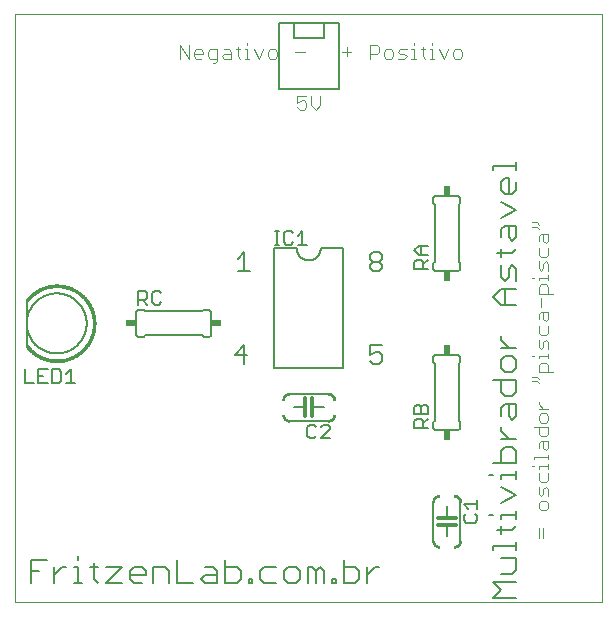
<source format=gto>
G75*
%MOIN*%
%OFA0B0*%
%FSLAX25Y25*%
%IPPOS*%
%LPD*%
%AMOC8*
5,1,8,0,0,1.08239X$1,22.5*
%
%ADD10C,0.00000*%
%ADD11C,0.00700*%
%ADD12C,0.00400*%
%ADD13C,0.00600*%
%ADD14C,0.00060*%
%ADD15C,0.01200*%
%ADD16C,0.00500*%
%ADD17C,0.00800*%
%ADD18C,0.00100*%
%ADD19R,0.02400X0.03400*%
%ADD20R,0.03400X0.02400*%
D10*
X0003000Y0003000D02*
X0003000Y0198961D01*
X0198701Y0198961D01*
X0198701Y0003000D01*
X0003000Y0003000D01*
D11*
X0008350Y0009350D02*
X0008350Y0017257D01*
X0013621Y0017257D01*
X0016269Y0014621D02*
X0016269Y0009350D01*
X0016269Y0011986D02*
X0018904Y0014621D01*
X0020222Y0014621D01*
X0022868Y0014621D02*
X0024186Y0014621D01*
X0024186Y0009350D01*
X0025503Y0009350D02*
X0022868Y0009350D01*
X0029465Y0010668D02*
X0029465Y0015939D01*
X0028147Y0014621D02*
X0030782Y0014621D01*
X0033426Y0014621D02*
X0038697Y0014621D01*
X0033426Y0009350D01*
X0038697Y0009350D01*
X0041345Y0010668D02*
X0041345Y0013303D01*
X0042663Y0014621D01*
X0045298Y0014621D01*
X0046616Y0013303D01*
X0046616Y0011986D01*
X0041345Y0011986D01*
X0041345Y0010668D02*
X0042663Y0009350D01*
X0045298Y0009350D01*
X0049264Y0009350D02*
X0049264Y0014621D01*
X0053217Y0014621D01*
X0054535Y0013303D01*
X0054535Y0009350D01*
X0057182Y0009350D02*
X0062454Y0009350D01*
X0065101Y0010668D02*
X0066419Y0009350D01*
X0070372Y0009350D01*
X0070372Y0013303D01*
X0069054Y0014621D01*
X0066419Y0014621D01*
X0066419Y0011986D02*
X0070372Y0011986D01*
X0073020Y0014621D02*
X0076973Y0014621D01*
X0078291Y0013303D01*
X0078291Y0010668D01*
X0076973Y0009350D01*
X0073020Y0009350D01*
X0073020Y0017257D01*
X0066419Y0011986D02*
X0065101Y0010668D01*
X0057182Y0009350D02*
X0057182Y0017257D01*
X0080939Y0010668D02*
X0080939Y0009350D01*
X0082256Y0009350D01*
X0082256Y0010668D01*
X0080939Y0010668D01*
X0084898Y0010668D02*
X0086216Y0009350D01*
X0090169Y0009350D01*
X0092817Y0010668D02*
X0094135Y0009350D01*
X0096770Y0009350D01*
X0098088Y0010668D01*
X0098088Y0013303D01*
X0096770Y0014621D01*
X0094135Y0014621D01*
X0092817Y0013303D01*
X0092817Y0010668D01*
X0090169Y0014621D02*
X0086216Y0014621D01*
X0084898Y0013303D01*
X0084898Y0010668D01*
X0100736Y0009350D02*
X0100736Y0014621D01*
X0102053Y0014621D01*
X0103371Y0013303D01*
X0104689Y0014621D01*
X0106007Y0013303D01*
X0106007Y0009350D01*
X0103371Y0009350D02*
X0103371Y0013303D01*
X0108654Y0010668D02*
X0108654Y0009350D01*
X0109972Y0009350D01*
X0109972Y0010668D01*
X0108654Y0010668D01*
X0112614Y0009350D02*
X0116567Y0009350D01*
X0117885Y0010668D01*
X0117885Y0013303D01*
X0116567Y0014621D01*
X0112614Y0014621D01*
X0112614Y0017257D02*
X0112614Y0009350D01*
X0120532Y0009350D02*
X0120532Y0014621D01*
X0120532Y0011986D02*
X0123168Y0014621D01*
X0124486Y0014621D01*
X0161025Y0032247D02*
X0162343Y0032247D01*
X0164979Y0032247D02*
X0170250Y0032247D01*
X0170250Y0033564D02*
X0170250Y0030929D01*
X0170250Y0028285D02*
X0168932Y0026967D01*
X0163661Y0026967D01*
X0164979Y0025650D02*
X0164979Y0028285D01*
X0164979Y0030929D02*
X0164979Y0032247D01*
X0164979Y0036208D02*
X0170250Y0038844D01*
X0164979Y0041479D01*
X0164979Y0044127D02*
X0164979Y0045445D01*
X0170250Y0045445D01*
X0170250Y0046762D02*
X0170250Y0044127D01*
X0170250Y0049406D02*
X0170250Y0053359D01*
X0168932Y0054677D01*
X0166297Y0054677D01*
X0164979Y0053359D01*
X0164979Y0049406D01*
X0162343Y0049406D02*
X0170250Y0049406D01*
X0170250Y0057325D02*
X0164979Y0057325D01*
X0164979Y0059960D02*
X0164979Y0061278D01*
X0164979Y0059960D02*
X0167614Y0057325D01*
X0168932Y0063924D02*
X0167614Y0065241D01*
X0167614Y0069195D01*
X0166297Y0069195D02*
X0170250Y0069195D01*
X0170250Y0065241D01*
X0168932Y0063924D01*
X0164979Y0065241D02*
X0164979Y0067877D01*
X0166297Y0069195D01*
X0166297Y0071842D02*
X0164979Y0073160D01*
X0164979Y0077114D01*
X0162343Y0077114D02*
X0170250Y0077114D01*
X0170250Y0073160D01*
X0168932Y0071842D01*
X0166297Y0071842D01*
X0166297Y0079761D02*
X0168932Y0079761D01*
X0170250Y0081079D01*
X0170250Y0083715D01*
X0168932Y0085032D01*
X0166297Y0085032D01*
X0164979Y0083715D01*
X0164979Y0081079D01*
X0166297Y0079761D01*
X0167614Y0087680D02*
X0164979Y0090316D01*
X0164979Y0091633D01*
X0164979Y0087680D02*
X0170250Y0087680D01*
X0170250Y0102198D02*
X0164979Y0102198D01*
X0162343Y0104833D01*
X0164979Y0107469D01*
X0170250Y0107469D01*
X0170250Y0110116D02*
X0170250Y0114070D01*
X0168932Y0115388D01*
X0167614Y0114070D01*
X0167614Y0111434D01*
X0166297Y0110116D01*
X0164979Y0111434D01*
X0164979Y0115388D01*
X0164979Y0118035D02*
X0164979Y0120671D01*
X0163661Y0119353D02*
X0168932Y0119353D01*
X0170250Y0120671D01*
X0168932Y0123314D02*
X0167614Y0124632D01*
X0167614Y0128586D01*
X0166297Y0128586D02*
X0170250Y0128586D01*
X0170250Y0124632D01*
X0168932Y0123314D01*
X0164979Y0124632D02*
X0164979Y0127268D01*
X0166297Y0128586D01*
X0164979Y0131233D02*
X0170250Y0133869D01*
X0164979Y0136504D01*
X0166297Y0139152D02*
X0164979Y0140470D01*
X0164979Y0143105D01*
X0166297Y0144423D01*
X0167614Y0144423D01*
X0167614Y0139152D01*
X0166297Y0139152D02*
X0168932Y0139152D01*
X0170250Y0140470D01*
X0170250Y0143105D01*
X0170250Y0147071D02*
X0170250Y0149706D01*
X0170250Y0148388D02*
X0162343Y0148388D01*
X0162343Y0147071D01*
X0166297Y0107469D02*
X0166297Y0102198D01*
X0162343Y0045445D02*
X0161025Y0045445D01*
X0170250Y0023006D02*
X0170250Y0020371D01*
X0170250Y0021688D02*
X0162343Y0021688D01*
X0162343Y0020371D01*
X0164979Y0017723D02*
X0170250Y0017723D01*
X0170250Y0013770D01*
X0168932Y0012452D01*
X0164979Y0012452D01*
X0162343Y0009804D02*
X0170250Y0009804D01*
X0170250Y0004533D02*
X0162343Y0004533D01*
X0164979Y0007169D01*
X0162343Y0009804D01*
X0030782Y0009350D02*
X0029465Y0010668D01*
X0024186Y0017257D02*
X0024186Y0018575D01*
X0010986Y0013303D02*
X0008350Y0013303D01*
D12*
X0097967Y0167200D02*
X0097200Y0167967D01*
X0097967Y0167200D02*
X0099502Y0167200D01*
X0100269Y0167967D01*
X0100269Y0169502D01*
X0099502Y0170269D01*
X0098735Y0170269D01*
X0097200Y0169502D01*
X0097200Y0171804D01*
X0100269Y0171804D01*
X0101804Y0171804D02*
X0101804Y0168735D01*
X0103339Y0167200D01*
X0104873Y0168735D01*
X0104873Y0171804D01*
X0113735Y0184967D02*
X0113735Y0188037D01*
X0112200Y0186502D02*
X0115269Y0186502D01*
X0121408Y0185735D02*
X0123710Y0185735D01*
X0124477Y0186502D01*
X0124477Y0188037D01*
X0123710Y0188804D01*
X0121408Y0188804D01*
X0121408Y0184200D01*
X0126012Y0184967D02*
X0126779Y0184200D01*
X0128314Y0184200D01*
X0129081Y0184967D01*
X0129081Y0186502D01*
X0128314Y0187269D01*
X0126779Y0187269D01*
X0126012Y0186502D01*
X0126012Y0184967D01*
X0130616Y0184200D02*
X0132918Y0184200D01*
X0133685Y0184967D01*
X0132918Y0185735D01*
X0131383Y0185735D01*
X0130616Y0186502D01*
X0131383Y0187269D01*
X0133685Y0187269D01*
X0135220Y0187269D02*
X0135987Y0187269D01*
X0135987Y0184200D01*
X0135220Y0184200D02*
X0136754Y0184200D01*
X0139056Y0184967D02*
X0139824Y0184200D01*
X0139056Y0184967D02*
X0139056Y0188037D01*
X0138289Y0187269D02*
X0139824Y0187269D01*
X0141358Y0187269D02*
X0142125Y0187269D01*
X0142125Y0184200D01*
X0141358Y0184200D02*
X0142893Y0184200D01*
X0145962Y0184200D02*
X0144427Y0187269D01*
X0142125Y0188804D02*
X0142125Y0189571D01*
X0147497Y0187269D02*
X0145962Y0184200D01*
X0149031Y0184967D02*
X0149031Y0186502D01*
X0149799Y0187269D01*
X0151333Y0187269D01*
X0152101Y0186502D01*
X0152101Y0184967D01*
X0151333Y0184200D01*
X0149799Y0184200D01*
X0149031Y0184967D01*
X0135987Y0188804D02*
X0135987Y0189571D01*
X0099635Y0186502D02*
X0096566Y0186502D01*
X0090427Y0186502D02*
X0090427Y0184967D01*
X0089660Y0184200D01*
X0088125Y0184200D01*
X0087358Y0184967D01*
X0087358Y0186502D01*
X0088125Y0187269D01*
X0089660Y0187269D01*
X0090427Y0186502D01*
X0085824Y0187269D02*
X0084289Y0184200D01*
X0082754Y0187269D01*
X0080452Y0187269D02*
X0080452Y0184200D01*
X0079685Y0184200D02*
X0081220Y0184200D01*
X0080452Y0187269D02*
X0079685Y0187269D01*
X0078150Y0187269D02*
X0076616Y0187269D01*
X0077383Y0188037D02*
X0077383Y0184967D01*
X0078150Y0184200D01*
X0075081Y0184200D02*
X0075081Y0186502D01*
X0074314Y0187269D01*
X0072779Y0187269D01*
X0072779Y0185735D02*
X0072012Y0184967D01*
X0072779Y0184200D01*
X0075081Y0184200D01*
X0075081Y0185735D02*
X0072779Y0185735D01*
X0070477Y0187269D02*
X0070477Y0183433D01*
X0069710Y0182665D01*
X0068942Y0182665D01*
X0068175Y0184200D02*
X0070477Y0184200D01*
X0068175Y0184200D02*
X0067408Y0184967D01*
X0067408Y0186502D01*
X0068175Y0187269D01*
X0070477Y0187269D01*
X0065873Y0186502D02*
X0065873Y0185735D01*
X0062804Y0185735D01*
X0062804Y0186502D02*
X0062804Y0184967D01*
X0063571Y0184200D01*
X0065106Y0184200D01*
X0065873Y0186502D02*
X0065106Y0187269D01*
X0063571Y0187269D01*
X0062804Y0186502D01*
X0061269Y0184200D02*
X0061269Y0188804D01*
X0058200Y0188804D02*
X0058200Y0184200D01*
X0061269Y0184200D02*
X0058200Y0188804D01*
X0080452Y0188804D02*
X0080452Y0189571D01*
X0175429Y0129665D02*
X0176963Y0129665D01*
X0177731Y0128898D01*
X0176963Y0128130D02*
X0177731Y0127363D01*
X0176963Y0128130D02*
X0175429Y0128130D01*
X0177731Y0125061D02*
X0178498Y0125828D01*
X0180800Y0125828D01*
X0180800Y0123527D01*
X0180033Y0122759D01*
X0179265Y0123527D01*
X0179265Y0125828D01*
X0177731Y0125061D02*
X0177731Y0123527D01*
X0177731Y0121225D02*
X0177731Y0118923D01*
X0178498Y0118155D01*
X0180033Y0118155D01*
X0180800Y0118923D01*
X0180800Y0121225D01*
X0180033Y0116621D02*
X0179265Y0115853D01*
X0179265Y0114319D01*
X0178498Y0113551D01*
X0177731Y0114319D01*
X0177731Y0116621D01*
X0180033Y0116621D02*
X0180800Y0115853D01*
X0180800Y0113551D01*
X0180800Y0112017D02*
X0180800Y0110482D01*
X0180800Y0111249D02*
X0177731Y0111249D01*
X0177731Y0110482D01*
X0178498Y0108947D02*
X0177731Y0108180D01*
X0177731Y0105878D01*
X0182335Y0105878D01*
X0180800Y0105878D02*
X0180800Y0108180D01*
X0180033Y0108947D01*
X0178498Y0108947D01*
X0176196Y0111249D02*
X0175429Y0111249D01*
X0178498Y0104344D02*
X0178498Y0101274D01*
X0178498Y0099740D02*
X0180800Y0099740D01*
X0180800Y0097438D01*
X0180033Y0096670D01*
X0179265Y0097438D01*
X0179265Y0099740D01*
X0178498Y0099740D02*
X0177731Y0098972D01*
X0177731Y0097438D01*
X0177731Y0095136D02*
X0177731Y0092834D01*
X0178498Y0092066D01*
X0180033Y0092066D01*
X0180800Y0092834D01*
X0180800Y0095136D01*
X0180033Y0090532D02*
X0179265Y0089764D01*
X0179265Y0088230D01*
X0178498Y0087462D01*
X0177731Y0088230D01*
X0177731Y0090532D01*
X0180033Y0090532D02*
X0180800Y0089764D01*
X0180800Y0087462D01*
X0180800Y0085928D02*
X0180800Y0084393D01*
X0180800Y0085160D02*
X0177731Y0085160D01*
X0177731Y0084393D01*
X0178498Y0082859D02*
X0177731Y0082091D01*
X0177731Y0079789D01*
X0182335Y0079789D01*
X0180800Y0079789D02*
X0180800Y0082091D01*
X0180033Y0082859D01*
X0178498Y0082859D01*
X0176196Y0085160D02*
X0175429Y0085160D01*
X0175429Y0078255D02*
X0176963Y0078255D01*
X0177731Y0077487D01*
X0176963Y0076720D02*
X0175429Y0076720D01*
X0176963Y0076720D02*
X0177731Y0075953D01*
X0177731Y0069814D02*
X0177731Y0069047D01*
X0179265Y0067512D01*
X0177731Y0067512D02*
X0180800Y0067512D01*
X0180033Y0065977D02*
X0178498Y0065977D01*
X0177731Y0065210D01*
X0177731Y0063676D01*
X0178498Y0062908D01*
X0180033Y0062908D01*
X0180800Y0063676D01*
X0180800Y0065210D01*
X0180033Y0065977D01*
X0180800Y0061374D02*
X0176196Y0061374D01*
X0177731Y0061374D02*
X0177731Y0059072D01*
X0178498Y0058304D01*
X0180033Y0058304D01*
X0180800Y0059072D01*
X0180800Y0061374D01*
X0180800Y0056770D02*
X0178498Y0056770D01*
X0177731Y0056002D01*
X0177731Y0054468D01*
X0179265Y0054468D02*
X0179265Y0056770D01*
X0180800Y0056770D02*
X0180800Y0054468D01*
X0180033Y0053700D01*
X0179265Y0054468D01*
X0180800Y0052166D02*
X0180800Y0050631D01*
X0180800Y0051398D02*
X0176196Y0051398D01*
X0176196Y0050631D01*
X0176196Y0048329D02*
X0175429Y0048329D01*
X0177731Y0048329D02*
X0180800Y0048329D01*
X0180800Y0047562D02*
X0180800Y0049096D01*
X0180800Y0046027D02*
X0180800Y0043725D01*
X0180033Y0042958D01*
X0178498Y0042958D01*
X0177731Y0043725D01*
X0177731Y0046027D01*
X0177731Y0047562D02*
X0177731Y0048329D01*
X0177731Y0041423D02*
X0177731Y0039121D01*
X0178498Y0038354D01*
X0179265Y0039121D01*
X0179265Y0040656D01*
X0180033Y0041423D01*
X0180800Y0040656D01*
X0180800Y0038354D01*
X0180033Y0036819D02*
X0178498Y0036819D01*
X0177731Y0036052D01*
X0177731Y0034517D01*
X0178498Y0033750D01*
X0180033Y0033750D01*
X0180800Y0034517D01*
X0180800Y0036052D01*
X0180033Y0036819D01*
X0179265Y0027611D02*
X0179265Y0024542D01*
X0177731Y0024542D02*
X0177731Y0027611D01*
D13*
X0151500Y0023500D02*
X0151500Y0036500D01*
X0147000Y0035000D02*
X0147000Y0031200D01*
X0147000Y0028700D02*
X0147000Y0025000D01*
X0142500Y0023500D02*
X0142500Y0036500D01*
X0143500Y0060500D02*
X0150500Y0060500D01*
X0150560Y0060502D01*
X0150621Y0060507D01*
X0150680Y0060516D01*
X0150739Y0060529D01*
X0150798Y0060545D01*
X0150855Y0060565D01*
X0150910Y0060588D01*
X0150965Y0060615D01*
X0151017Y0060644D01*
X0151068Y0060677D01*
X0151117Y0060713D01*
X0151163Y0060751D01*
X0151207Y0060793D01*
X0151249Y0060837D01*
X0151287Y0060883D01*
X0151323Y0060932D01*
X0151356Y0060983D01*
X0151385Y0061035D01*
X0151412Y0061090D01*
X0151435Y0061145D01*
X0151455Y0061202D01*
X0151471Y0061261D01*
X0151484Y0061320D01*
X0151493Y0061379D01*
X0151498Y0061440D01*
X0151500Y0061500D01*
X0151500Y0063000D01*
X0151000Y0063500D01*
X0151000Y0082500D01*
X0151500Y0083000D01*
X0151500Y0084500D01*
X0151498Y0084560D01*
X0151493Y0084621D01*
X0151484Y0084680D01*
X0151471Y0084739D01*
X0151455Y0084798D01*
X0151435Y0084855D01*
X0151412Y0084910D01*
X0151385Y0084965D01*
X0151356Y0085017D01*
X0151323Y0085068D01*
X0151287Y0085117D01*
X0151249Y0085163D01*
X0151207Y0085207D01*
X0151163Y0085249D01*
X0151117Y0085287D01*
X0151068Y0085323D01*
X0151017Y0085356D01*
X0150965Y0085385D01*
X0150910Y0085412D01*
X0150855Y0085435D01*
X0150798Y0085455D01*
X0150739Y0085471D01*
X0150680Y0085484D01*
X0150621Y0085493D01*
X0150560Y0085498D01*
X0150500Y0085500D01*
X0143500Y0085500D01*
X0143440Y0085498D01*
X0143379Y0085493D01*
X0143320Y0085484D01*
X0143261Y0085471D01*
X0143202Y0085455D01*
X0143145Y0085435D01*
X0143090Y0085412D01*
X0143035Y0085385D01*
X0142983Y0085356D01*
X0142932Y0085323D01*
X0142883Y0085287D01*
X0142837Y0085249D01*
X0142793Y0085207D01*
X0142751Y0085163D01*
X0142713Y0085117D01*
X0142677Y0085068D01*
X0142644Y0085017D01*
X0142615Y0084965D01*
X0142588Y0084910D01*
X0142565Y0084855D01*
X0142545Y0084798D01*
X0142529Y0084739D01*
X0142516Y0084680D01*
X0142507Y0084621D01*
X0142502Y0084560D01*
X0142500Y0084500D01*
X0142500Y0083000D01*
X0143000Y0082500D01*
X0143000Y0063500D01*
X0142500Y0063000D01*
X0142500Y0061500D01*
X0142502Y0061440D01*
X0142507Y0061379D01*
X0142516Y0061320D01*
X0142529Y0061261D01*
X0142545Y0061202D01*
X0142565Y0061145D01*
X0142588Y0061090D01*
X0142615Y0061035D01*
X0142644Y0060983D01*
X0142677Y0060932D01*
X0142713Y0060883D01*
X0142751Y0060837D01*
X0142793Y0060793D01*
X0142837Y0060751D01*
X0142883Y0060713D01*
X0142932Y0060677D01*
X0142983Y0060644D01*
X0143035Y0060615D01*
X0143090Y0060588D01*
X0143145Y0060565D01*
X0143202Y0060545D01*
X0143261Y0060529D01*
X0143320Y0060516D01*
X0143379Y0060507D01*
X0143440Y0060502D01*
X0143500Y0060500D01*
X0124503Y0082300D02*
X0122368Y0082300D01*
X0121300Y0083368D01*
X0121300Y0085503D02*
X0123435Y0086570D01*
X0124503Y0086570D01*
X0125570Y0085503D01*
X0125570Y0083368D01*
X0124503Y0082300D01*
X0121300Y0085503D02*
X0121300Y0088705D01*
X0125570Y0088705D01*
X0112500Y0081000D02*
X0089500Y0081000D01*
X0089500Y0121000D01*
X0097000Y0121000D01*
X0097002Y0120874D01*
X0097008Y0120749D01*
X0097018Y0120624D01*
X0097032Y0120499D01*
X0097049Y0120374D01*
X0097071Y0120250D01*
X0097096Y0120127D01*
X0097126Y0120005D01*
X0097159Y0119884D01*
X0097196Y0119764D01*
X0097236Y0119645D01*
X0097281Y0119528D01*
X0097329Y0119411D01*
X0097381Y0119297D01*
X0097436Y0119184D01*
X0097495Y0119073D01*
X0097557Y0118964D01*
X0097623Y0118857D01*
X0097692Y0118752D01*
X0097764Y0118649D01*
X0097839Y0118548D01*
X0097918Y0118450D01*
X0098000Y0118355D01*
X0098084Y0118262D01*
X0098172Y0118172D01*
X0098262Y0118084D01*
X0098355Y0118000D01*
X0098450Y0117918D01*
X0098548Y0117839D01*
X0098649Y0117764D01*
X0098752Y0117692D01*
X0098857Y0117623D01*
X0098964Y0117557D01*
X0099073Y0117495D01*
X0099184Y0117436D01*
X0099297Y0117381D01*
X0099411Y0117329D01*
X0099528Y0117281D01*
X0099645Y0117236D01*
X0099764Y0117196D01*
X0099884Y0117159D01*
X0100005Y0117126D01*
X0100127Y0117096D01*
X0100250Y0117071D01*
X0100374Y0117049D01*
X0100499Y0117032D01*
X0100624Y0117018D01*
X0100749Y0117008D01*
X0100874Y0117002D01*
X0101000Y0117000D01*
X0101126Y0117002D01*
X0101251Y0117008D01*
X0101376Y0117018D01*
X0101501Y0117032D01*
X0101626Y0117049D01*
X0101750Y0117071D01*
X0101873Y0117096D01*
X0101995Y0117126D01*
X0102116Y0117159D01*
X0102236Y0117196D01*
X0102355Y0117236D01*
X0102472Y0117281D01*
X0102589Y0117329D01*
X0102703Y0117381D01*
X0102816Y0117436D01*
X0102927Y0117495D01*
X0103036Y0117557D01*
X0103143Y0117623D01*
X0103248Y0117692D01*
X0103351Y0117764D01*
X0103452Y0117839D01*
X0103550Y0117918D01*
X0103645Y0118000D01*
X0103738Y0118084D01*
X0103828Y0118172D01*
X0103916Y0118262D01*
X0104000Y0118355D01*
X0104082Y0118450D01*
X0104161Y0118548D01*
X0104236Y0118649D01*
X0104308Y0118752D01*
X0104377Y0118857D01*
X0104443Y0118964D01*
X0104505Y0119073D01*
X0104564Y0119184D01*
X0104619Y0119297D01*
X0104671Y0119411D01*
X0104719Y0119528D01*
X0104764Y0119645D01*
X0104804Y0119764D01*
X0104841Y0119884D01*
X0104874Y0120005D01*
X0104904Y0120127D01*
X0104929Y0120250D01*
X0104951Y0120374D01*
X0104968Y0120499D01*
X0104982Y0120624D01*
X0104992Y0120749D01*
X0104998Y0120874D01*
X0105000Y0121000D01*
X0112500Y0121000D01*
X0112500Y0081000D01*
X0107500Y0072500D02*
X0094500Y0072500D01*
X0096000Y0068000D02*
X0099700Y0068000D01*
X0102200Y0068000D02*
X0106000Y0068000D01*
X0107500Y0063500D02*
X0094500Y0063500D01*
X0079503Y0082300D02*
X0079503Y0088705D01*
X0076300Y0085503D01*
X0080570Y0085503D01*
X0068500Y0092500D02*
X0068500Y0099500D01*
X0068498Y0099560D01*
X0068493Y0099621D01*
X0068484Y0099680D01*
X0068471Y0099739D01*
X0068455Y0099798D01*
X0068435Y0099855D01*
X0068412Y0099910D01*
X0068385Y0099965D01*
X0068356Y0100017D01*
X0068323Y0100068D01*
X0068287Y0100117D01*
X0068249Y0100163D01*
X0068207Y0100207D01*
X0068163Y0100249D01*
X0068117Y0100287D01*
X0068068Y0100323D01*
X0068017Y0100356D01*
X0067965Y0100385D01*
X0067910Y0100412D01*
X0067855Y0100435D01*
X0067798Y0100455D01*
X0067739Y0100471D01*
X0067680Y0100484D01*
X0067621Y0100493D01*
X0067560Y0100498D01*
X0067500Y0100500D01*
X0066000Y0100500D01*
X0065500Y0100000D01*
X0046500Y0100000D01*
X0046000Y0100500D01*
X0044500Y0100500D01*
X0044440Y0100498D01*
X0044379Y0100493D01*
X0044320Y0100484D01*
X0044261Y0100471D01*
X0044202Y0100455D01*
X0044145Y0100435D01*
X0044090Y0100412D01*
X0044035Y0100385D01*
X0043983Y0100356D01*
X0043932Y0100323D01*
X0043883Y0100287D01*
X0043837Y0100249D01*
X0043793Y0100207D01*
X0043751Y0100163D01*
X0043713Y0100117D01*
X0043677Y0100068D01*
X0043644Y0100017D01*
X0043615Y0099965D01*
X0043588Y0099910D01*
X0043565Y0099855D01*
X0043545Y0099798D01*
X0043529Y0099739D01*
X0043516Y0099680D01*
X0043507Y0099621D01*
X0043502Y0099560D01*
X0043500Y0099500D01*
X0043500Y0092500D01*
X0043502Y0092440D01*
X0043507Y0092379D01*
X0043516Y0092320D01*
X0043529Y0092261D01*
X0043545Y0092202D01*
X0043565Y0092145D01*
X0043588Y0092090D01*
X0043615Y0092035D01*
X0043644Y0091983D01*
X0043677Y0091932D01*
X0043713Y0091883D01*
X0043751Y0091837D01*
X0043793Y0091793D01*
X0043837Y0091751D01*
X0043883Y0091713D01*
X0043932Y0091677D01*
X0043983Y0091644D01*
X0044035Y0091615D01*
X0044090Y0091588D01*
X0044145Y0091565D01*
X0044202Y0091545D01*
X0044261Y0091529D01*
X0044320Y0091516D01*
X0044379Y0091507D01*
X0044440Y0091502D01*
X0044500Y0091500D01*
X0046000Y0091500D01*
X0046500Y0092000D01*
X0065500Y0092000D01*
X0066000Y0091500D01*
X0067500Y0091500D01*
X0067560Y0091502D01*
X0067621Y0091507D01*
X0067680Y0091516D01*
X0067739Y0091529D01*
X0067798Y0091545D01*
X0067855Y0091565D01*
X0067910Y0091588D01*
X0067965Y0091615D01*
X0068017Y0091644D01*
X0068068Y0091677D01*
X0068117Y0091713D01*
X0068163Y0091751D01*
X0068207Y0091793D01*
X0068249Y0091837D01*
X0068287Y0091883D01*
X0068323Y0091932D01*
X0068356Y0091983D01*
X0068385Y0092035D01*
X0068412Y0092090D01*
X0068435Y0092145D01*
X0068455Y0092202D01*
X0068471Y0092261D01*
X0068484Y0092320D01*
X0068493Y0092379D01*
X0068498Y0092440D01*
X0068500Y0092500D01*
X0077300Y0113300D02*
X0081570Y0113300D01*
X0079435Y0113300D02*
X0079435Y0119705D01*
X0077300Y0117570D01*
X0121300Y0117570D02*
X0122368Y0116503D01*
X0124503Y0116503D01*
X0125570Y0115435D01*
X0125570Y0114368D01*
X0124503Y0113300D01*
X0122368Y0113300D01*
X0121300Y0114368D01*
X0121300Y0115435D01*
X0122368Y0116503D01*
X0121300Y0117570D02*
X0121300Y0118638D01*
X0122368Y0119705D01*
X0124503Y0119705D01*
X0125570Y0118638D01*
X0125570Y0117570D01*
X0124503Y0116503D01*
X0142500Y0116000D02*
X0142500Y0114500D01*
X0142502Y0114440D01*
X0142507Y0114379D01*
X0142516Y0114320D01*
X0142529Y0114261D01*
X0142545Y0114202D01*
X0142565Y0114145D01*
X0142588Y0114090D01*
X0142615Y0114035D01*
X0142644Y0113983D01*
X0142677Y0113932D01*
X0142713Y0113883D01*
X0142751Y0113837D01*
X0142793Y0113793D01*
X0142837Y0113751D01*
X0142883Y0113713D01*
X0142932Y0113677D01*
X0142983Y0113644D01*
X0143035Y0113615D01*
X0143090Y0113588D01*
X0143145Y0113565D01*
X0143202Y0113545D01*
X0143261Y0113529D01*
X0143320Y0113516D01*
X0143379Y0113507D01*
X0143440Y0113502D01*
X0143500Y0113500D01*
X0150500Y0113500D01*
X0150560Y0113502D01*
X0150621Y0113507D01*
X0150680Y0113516D01*
X0150739Y0113529D01*
X0150798Y0113545D01*
X0150855Y0113565D01*
X0150910Y0113588D01*
X0150965Y0113615D01*
X0151017Y0113644D01*
X0151068Y0113677D01*
X0151117Y0113713D01*
X0151163Y0113751D01*
X0151207Y0113793D01*
X0151249Y0113837D01*
X0151287Y0113883D01*
X0151323Y0113932D01*
X0151356Y0113983D01*
X0151385Y0114035D01*
X0151412Y0114090D01*
X0151435Y0114145D01*
X0151455Y0114202D01*
X0151471Y0114261D01*
X0151484Y0114320D01*
X0151493Y0114379D01*
X0151498Y0114440D01*
X0151500Y0114500D01*
X0151500Y0116000D01*
X0151000Y0116500D01*
X0151000Y0135500D01*
X0151500Y0136000D01*
X0151500Y0137500D01*
X0151498Y0137560D01*
X0151493Y0137621D01*
X0151484Y0137680D01*
X0151471Y0137739D01*
X0151455Y0137798D01*
X0151435Y0137855D01*
X0151412Y0137910D01*
X0151385Y0137965D01*
X0151356Y0138017D01*
X0151323Y0138068D01*
X0151287Y0138117D01*
X0151249Y0138163D01*
X0151207Y0138207D01*
X0151163Y0138249D01*
X0151117Y0138287D01*
X0151068Y0138323D01*
X0151017Y0138356D01*
X0150965Y0138385D01*
X0150910Y0138412D01*
X0150855Y0138435D01*
X0150798Y0138455D01*
X0150739Y0138471D01*
X0150680Y0138484D01*
X0150621Y0138493D01*
X0150560Y0138498D01*
X0150500Y0138500D01*
X0143500Y0138500D01*
X0143440Y0138498D01*
X0143379Y0138493D01*
X0143320Y0138484D01*
X0143261Y0138471D01*
X0143202Y0138455D01*
X0143145Y0138435D01*
X0143090Y0138412D01*
X0143035Y0138385D01*
X0142983Y0138356D01*
X0142932Y0138323D01*
X0142883Y0138287D01*
X0142837Y0138249D01*
X0142793Y0138207D01*
X0142751Y0138163D01*
X0142713Y0138117D01*
X0142677Y0138068D01*
X0142644Y0138017D01*
X0142615Y0137965D01*
X0142588Y0137910D01*
X0142565Y0137855D01*
X0142545Y0137798D01*
X0142529Y0137739D01*
X0142516Y0137680D01*
X0142507Y0137621D01*
X0142502Y0137560D01*
X0142500Y0137500D01*
X0142500Y0136000D01*
X0143000Y0135500D01*
X0143000Y0116500D01*
X0142500Y0116000D01*
X0007000Y0096000D02*
X0007003Y0096245D01*
X0007012Y0096491D01*
X0007027Y0096736D01*
X0007048Y0096980D01*
X0007075Y0097224D01*
X0007108Y0097467D01*
X0007147Y0097710D01*
X0007192Y0097951D01*
X0007243Y0098191D01*
X0007300Y0098430D01*
X0007362Y0098667D01*
X0007431Y0098903D01*
X0007505Y0099137D01*
X0007585Y0099369D01*
X0007670Y0099599D01*
X0007761Y0099827D01*
X0007858Y0100052D01*
X0007960Y0100276D01*
X0008068Y0100496D01*
X0008181Y0100714D01*
X0008299Y0100929D01*
X0008423Y0101141D01*
X0008551Y0101350D01*
X0008685Y0101556D01*
X0008824Y0101758D01*
X0008968Y0101957D01*
X0009117Y0102152D01*
X0009270Y0102344D01*
X0009428Y0102532D01*
X0009590Y0102716D01*
X0009758Y0102895D01*
X0009929Y0103071D01*
X0010105Y0103242D01*
X0010284Y0103410D01*
X0010468Y0103572D01*
X0010656Y0103730D01*
X0010848Y0103883D01*
X0011043Y0104032D01*
X0011242Y0104176D01*
X0011444Y0104315D01*
X0011650Y0104449D01*
X0011859Y0104577D01*
X0012071Y0104701D01*
X0012286Y0104819D01*
X0012504Y0104932D01*
X0012724Y0105040D01*
X0012948Y0105142D01*
X0013173Y0105239D01*
X0013401Y0105330D01*
X0013631Y0105415D01*
X0013863Y0105495D01*
X0014097Y0105569D01*
X0014333Y0105638D01*
X0014570Y0105700D01*
X0014809Y0105757D01*
X0015049Y0105808D01*
X0015290Y0105853D01*
X0015533Y0105892D01*
X0015776Y0105925D01*
X0016020Y0105952D01*
X0016264Y0105973D01*
X0016509Y0105988D01*
X0016755Y0105997D01*
X0017000Y0106000D01*
X0017245Y0105997D01*
X0017491Y0105988D01*
X0017736Y0105973D01*
X0017980Y0105952D01*
X0018224Y0105925D01*
X0018467Y0105892D01*
X0018710Y0105853D01*
X0018951Y0105808D01*
X0019191Y0105757D01*
X0019430Y0105700D01*
X0019667Y0105638D01*
X0019903Y0105569D01*
X0020137Y0105495D01*
X0020369Y0105415D01*
X0020599Y0105330D01*
X0020827Y0105239D01*
X0021052Y0105142D01*
X0021276Y0105040D01*
X0021496Y0104932D01*
X0021714Y0104819D01*
X0021929Y0104701D01*
X0022141Y0104577D01*
X0022350Y0104449D01*
X0022556Y0104315D01*
X0022758Y0104176D01*
X0022957Y0104032D01*
X0023152Y0103883D01*
X0023344Y0103730D01*
X0023532Y0103572D01*
X0023716Y0103410D01*
X0023895Y0103242D01*
X0024071Y0103071D01*
X0024242Y0102895D01*
X0024410Y0102716D01*
X0024572Y0102532D01*
X0024730Y0102344D01*
X0024883Y0102152D01*
X0025032Y0101957D01*
X0025176Y0101758D01*
X0025315Y0101556D01*
X0025449Y0101350D01*
X0025577Y0101141D01*
X0025701Y0100929D01*
X0025819Y0100714D01*
X0025932Y0100496D01*
X0026040Y0100276D01*
X0026142Y0100052D01*
X0026239Y0099827D01*
X0026330Y0099599D01*
X0026415Y0099369D01*
X0026495Y0099137D01*
X0026569Y0098903D01*
X0026638Y0098667D01*
X0026700Y0098430D01*
X0026757Y0098191D01*
X0026808Y0097951D01*
X0026853Y0097710D01*
X0026892Y0097467D01*
X0026925Y0097224D01*
X0026952Y0096980D01*
X0026973Y0096736D01*
X0026988Y0096491D01*
X0026997Y0096245D01*
X0027000Y0096000D01*
X0026997Y0095755D01*
X0026988Y0095509D01*
X0026973Y0095264D01*
X0026952Y0095020D01*
X0026925Y0094776D01*
X0026892Y0094533D01*
X0026853Y0094290D01*
X0026808Y0094049D01*
X0026757Y0093809D01*
X0026700Y0093570D01*
X0026638Y0093333D01*
X0026569Y0093097D01*
X0026495Y0092863D01*
X0026415Y0092631D01*
X0026330Y0092401D01*
X0026239Y0092173D01*
X0026142Y0091948D01*
X0026040Y0091724D01*
X0025932Y0091504D01*
X0025819Y0091286D01*
X0025701Y0091071D01*
X0025577Y0090859D01*
X0025449Y0090650D01*
X0025315Y0090444D01*
X0025176Y0090242D01*
X0025032Y0090043D01*
X0024883Y0089848D01*
X0024730Y0089656D01*
X0024572Y0089468D01*
X0024410Y0089284D01*
X0024242Y0089105D01*
X0024071Y0088929D01*
X0023895Y0088758D01*
X0023716Y0088590D01*
X0023532Y0088428D01*
X0023344Y0088270D01*
X0023152Y0088117D01*
X0022957Y0087968D01*
X0022758Y0087824D01*
X0022556Y0087685D01*
X0022350Y0087551D01*
X0022141Y0087423D01*
X0021929Y0087299D01*
X0021714Y0087181D01*
X0021496Y0087068D01*
X0021276Y0086960D01*
X0021052Y0086858D01*
X0020827Y0086761D01*
X0020599Y0086670D01*
X0020369Y0086585D01*
X0020137Y0086505D01*
X0019903Y0086431D01*
X0019667Y0086362D01*
X0019430Y0086300D01*
X0019191Y0086243D01*
X0018951Y0086192D01*
X0018710Y0086147D01*
X0018467Y0086108D01*
X0018224Y0086075D01*
X0017980Y0086048D01*
X0017736Y0086027D01*
X0017491Y0086012D01*
X0017245Y0086003D01*
X0017000Y0086000D01*
X0016755Y0086003D01*
X0016509Y0086012D01*
X0016264Y0086027D01*
X0016020Y0086048D01*
X0015776Y0086075D01*
X0015533Y0086108D01*
X0015290Y0086147D01*
X0015049Y0086192D01*
X0014809Y0086243D01*
X0014570Y0086300D01*
X0014333Y0086362D01*
X0014097Y0086431D01*
X0013863Y0086505D01*
X0013631Y0086585D01*
X0013401Y0086670D01*
X0013173Y0086761D01*
X0012948Y0086858D01*
X0012724Y0086960D01*
X0012504Y0087068D01*
X0012286Y0087181D01*
X0012071Y0087299D01*
X0011859Y0087423D01*
X0011650Y0087551D01*
X0011444Y0087685D01*
X0011242Y0087824D01*
X0011043Y0087968D01*
X0010848Y0088117D01*
X0010656Y0088270D01*
X0010468Y0088428D01*
X0010284Y0088590D01*
X0010105Y0088758D01*
X0009929Y0088929D01*
X0009758Y0089105D01*
X0009590Y0089284D01*
X0009428Y0089468D01*
X0009270Y0089656D01*
X0009117Y0089848D01*
X0008968Y0090043D01*
X0008824Y0090242D01*
X0008685Y0090444D01*
X0008551Y0090650D01*
X0008423Y0090859D01*
X0008299Y0091071D01*
X0008181Y0091286D01*
X0008068Y0091504D01*
X0007960Y0091724D01*
X0007858Y0091948D01*
X0007761Y0092173D01*
X0007670Y0092401D01*
X0007585Y0092631D01*
X0007505Y0092863D01*
X0007431Y0093097D01*
X0007362Y0093333D01*
X0007300Y0093570D01*
X0007243Y0093809D01*
X0007192Y0094049D01*
X0007147Y0094290D01*
X0007108Y0094533D01*
X0007075Y0094776D01*
X0007048Y0095020D01*
X0007027Y0095264D01*
X0007012Y0095509D01*
X0007003Y0095755D01*
X0007000Y0096000D01*
D14*
X0094471Y0072769D02*
X0094471Y0072229D01*
X0094470Y0072230D02*
X0094390Y0072226D01*
X0094309Y0072219D01*
X0094230Y0072209D01*
X0094150Y0072194D01*
X0094072Y0072176D01*
X0093994Y0072154D01*
X0093918Y0072129D01*
X0093843Y0072100D01*
X0093769Y0072068D01*
X0093697Y0072032D01*
X0093626Y0071993D01*
X0093558Y0071951D01*
X0093491Y0071906D01*
X0093427Y0071857D01*
X0093365Y0071806D01*
X0093306Y0071751D01*
X0093249Y0071694D01*
X0093194Y0071635D01*
X0093143Y0071573D01*
X0093094Y0071509D01*
X0093049Y0071442D01*
X0093007Y0071374D01*
X0092968Y0071303D01*
X0092932Y0071231D01*
X0092900Y0071157D01*
X0092871Y0071082D01*
X0092846Y0071006D01*
X0092824Y0070928D01*
X0092806Y0070850D01*
X0092791Y0070770D01*
X0092781Y0070691D01*
X0092774Y0070610D01*
X0092770Y0070530D01*
X0092231Y0070529D01*
X0092230Y0070530D01*
X0092233Y0070625D01*
X0092241Y0070719D01*
X0092252Y0070813D01*
X0092267Y0070907D01*
X0092286Y0071000D01*
X0092308Y0071092D01*
X0092335Y0071183D01*
X0092365Y0071272D01*
X0092399Y0071361D01*
X0092437Y0071448D01*
X0092479Y0071533D01*
X0092523Y0071616D01*
X0092572Y0071698D01*
X0092623Y0071777D01*
X0092678Y0071854D01*
X0092736Y0071929D01*
X0092798Y0072002D01*
X0092862Y0072071D01*
X0092929Y0072138D01*
X0092998Y0072202D01*
X0093071Y0072264D01*
X0093146Y0072322D01*
X0093223Y0072377D01*
X0093302Y0072428D01*
X0093384Y0072477D01*
X0093467Y0072521D01*
X0093552Y0072563D01*
X0093639Y0072601D01*
X0093728Y0072635D01*
X0093817Y0072665D01*
X0093908Y0072692D01*
X0094000Y0072714D01*
X0094093Y0072733D01*
X0094187Y0072748D01*
X0094281Y0072759D01*
X0094375Y0072767D01*
X0094470Y0072770D01*
X0094470Y0072714D01*
X0094378Y0072711D01*
X0094286Y0072704D01*
X0094194Y0072693D01*
X0094103Y0072678D01*
X0094012Y0072660D01*
X0093923Y0072637D01*
X0093834Y0072611D01*
X0093746Y0072582D01*
X0093660Y0072549D01*
X0093576Y0072512D01*
X0093492Y0072471D01*
X0093411Y0072428D01*
X0093332Y0072381D01*
X0093254Y0072330D01*
X0093179Y0072277D01*
X0093106Y0072220D01*
X0093035Y0072160D01*
X0092967Y0072098D01*
X0092902Y0072033D01*
X0092840Y0071965D01*
X0092780Y0071894D01*
X0092723Y0071821D01*
X0092670Y0071746D01*
X0092619Y0071668D01*
X0092572Y0071589D01*
X0092529Y0071508D01*
X0092488Y0071424D01*
X0092451Y0071340D01*
X0092418Y0071254D01*
X0092389Y0071166D01*
X0092363Y0071077D01*
X0092340Y0070988D01*
X0092322Y0070897D01*
X0092307Y0070806D01*
X0092296Y0070714D01*
X0092289Y0070622D01*
X0092286Y0070530D01*
X0092342Y0070530D01*
X0092345Y0070622D01*
X0092353Y0070715D01*
X0092364Y0070806D01*
X0092379Y0070898D01*
X0092398Y0070988D01*
X0092421Y0071078D01*
X0092447Y0071166D01*
X0092478Y0071254D01*
X0092512Y0071340D01*
X0092550Y0071424D01*
X0092591Y0071507D01*
X0092636Y0071588D01*
X0092684Y0071667D01*
X0092736Y0071743D01*
X0092791Y0071818D01*
X0092849Y0071890D01*
X0092910Y0071959D01*
X0092974Y0072026D01*
X0093041Y0072090D01*
X0093110Y0072151D01*
X0093182Y0072209D01*
X0093257Y0072264D01*
X0093333Y0072316D01*
X0093412Y0072364D01*
X0093493Y0072409D01*
X0093576Y0072450D01*
X0093660Y0072488D01*
X0093746Y0072522D01*
X0093834Y0072553D01*
X0093922Y0072579D01*
X0094012Y0072602D01*
X0094102Y0072621D01*
X0094194Y0072636D01*
X0094285Y0072647D01*
X0094378Y0072655D01*
X0094470Y0072658D01*
X0094470Y0072602D01*
X0094380Y0072599D01*
X0094290Y0072592D01*
X0094201Y0072581D01*
X0094112Y0072566D01*
X0094024Y0072547D01*
X0093937Y0072525D01*
X0093850Y0072499D01*
X0093765Y0072469D01*
X0093682Y0072436D01*
X0093600Y0072399D01*
X0093519Y0072359D01*
X0093440Y0072315D01*
X0093364Y0072268D01*
X0093289Y0072218D01*
X0093216Y0072165D01*
X0093146Y0072108D01*
X0093079Y0072049D01*
X0093014Y0071986D01*
X0092951Y0071921D01*
X0092892Y0071854D01*
X0092835Y0071784D01*
X0092782Y0071711D01*
X0092732Y0071636D01*
X0092685Y0071560D01*
X0092641Y0071481D01*
X0092601Y0071400D01*
X0092564Y0071318D01*
X0092531Y0071235D01*
X0092501Y0071150D01*
X0092475Y0071063D01*
X0092453Y0070976D01*
X0092434Y0070888D01*
X0092419Y0070799D01*
X0092408Y0070710D01*
X0092401Y0070620D01*
X0092398Y0070530D01*
X0092454Y0070530D01*
X0092457Y0070618D01*
X0092464Y0070705D01*
X0092475Y0070792D01*
X0092489Y0070878D01*
X0092507Y0070964D01*
X0092529Y0071049D01*
X0092554Y0071133D01*
X0092583Y0071215D01*
X0092616Y0071297D01*
X0092651Y0071377D01*
X0092691Y0071455D01*
X0092733Y0071532D01*
X0092779Y0071606D01*
X0092828Y0071679D01*
X0092880Y0071749D01*
X0092935Y0071818D01*
X0092993Y0071883D01*
X0093053Y0071947D01*
X0093117Y0072007D01*
X0093182Y0072065D01*
X0093251Y0072120D01*
X0093321Y0072172D01*
X0093394Y0072221D01*
X0093468Y0072267D01*
X0093545Y0072309D01*
X0093623Y0072349D01*
X0093703Y0072384D01*
X0093785Y0072417D01*
X0093867Y0072446D01*
X0093951Y0072471D01*
X0094036Y0072493D01*
X0094122Y0072511D01*
X0094208Y0072525D01*
X0094295Y0072536D01*
X0094382Y0072543D01*
X0094470Y0072546D01*
X0094470Y0072490D01*
X0094382Y0072487D01*
X0094295Y0072479D01*
X0094208Y0072468D01*
X0094122Y0072454D01*
X0094036Y0072435D01*
X0093952Y0072413D01*
X0093868Y0072387D01*
X0093786Y0072357D01*
X0093705Y0072324D01*
X0093625Y0072287D01*
X0093547Y0072247D01*
X0093471Y0072203D01*
X0093397Y0072157D01*
X0093325Y0072106D01*
X0093256Y0072053D01*
X0093189Y0071997D01*
X0093124Y0071938D01*
X0093062Y0071876D01*
X0093003Y0071811D01*
X0092947Y0071744D01*
X0092894Y0071675D01*
X0092843Y0071603D01*
X0092797Y0071529D01*
X0092753Y0071453D01*
X0092713Y0071375D01*
X0092676Y0071295D01*
X0092643Y0071214D01*
X0092613Y0071132D01*
X0092587Y0071048D01*
X0092565Y0070964D01*
X0092546Y0070878D01*
X0092532Y0070792D01*
X0092521Y0070705D01*
X0092513Y0070618D01*
X0092510Y0070530D01*
X0092566Y0070530D01*
X0092569Y0070615D01*
X0092576Y0070700D01*
X0092587Y0070784D01*
X0092601Y0070868D01*
X0092619Y0070951D01*
X0092641Y0071033D01*
X0092666Y0071115D01*
X0092695Y0071195D01*
X0092727Y0071273D01*
X0092763Y0071351D01*
X0092802Y0071426D01*
X0092845Y0071500D01*
X0092890Y0071572D01*
X0092939Y0071642D01*
X0092991Y0071709D01*
X0093045Y0071774D01*
X0093103Y0071837D01*
X0093163Y0071897D01*
X0093226Y0071955D01*
X0093291Y0072009D01*
X0093358Y0072061D01*
X0093428Y0072110D01*
X0093500Y0072155D01*
X0093574Y0072198D01*
X0093649Y0072237D01*
X0093727Y0072273D01*
X0093805Y0072305D01*
X0093885Y0072334D01*
X0093967Y0072359D01*
X0094049Y0072381D01*
X0094132Y0072399D01*
X0094216Y0072413D01*
X0094300Y0072424D01*
X0094385Y0072431D01*
X0094470Y0072434D01*
X0094470Y0072378D01*
X0094385Y0072374D01*
X0094300Y0072367D01*
X0094216Y0072356D01*
X0094132Y0072342D01*
X0094049Y0072323D01*
X0093967Y0072301D01*
X0093886Y0072275D01*
X0093807Y0072245D01*
X0093729Y0072212D01*
X0093652Y0072176D01*
X0093577Y0072135D01*
X0093504Y0072092D01*
X0093433Y0072045D01*
X0093364Y0071995D01*
X0093298Y0071943D01*
X0093233Y0071887D01*
X0093172Y0071828D01*
X0093113Y0071767D01*
X0093057Y0071702D01*
X0093005Y0071636D01*
X0092955Y0071567D01*
X0092908Y0071496D01*
X0092865Y0071423D01*
X0092824Y0071348D01*
X0092788Y0071271D01*
X0092755Y0071193D01*
X0092725Y0071114D01*
X0092699Y0071033D01*
X0092677Y0070951D01*
X0092658Y0070868D01*
X0092644Y0070784D01*
X0092633Y0070700D01*
X0092626Y0070615D01*
X0092622Y0070530D01*
X0092678Y0070530D01*
X0092681Y0070612D01*
X0092688Y0070694D01*
X0092699Y0070776D01*
X0092713Y0070857D01*
X0092731Y0070938D01*
X0092753Y0071017D01*
X0092778Y0071096D01*
X0092807Y0071173D01*
X0092839Y0071249D01*
X0092875Y0071323D01*
X0092913Y0071396D01*
X0092956Y0071467D01*
X0093001Y0071535D01*
X0093049Y0071602D01*
X0093101Y0071667D01*
X0093155Y0071729D01*
X0093212Y0071788D01*
X0093271Y0071845D01*
X0093333Y0071899D01*
X0093398Y0071951D01*
X0093465Y0071999D01*
X0093533Y0072044D01*
X0093604Y0072087D01*
X0093677Y0072125D01*
X0093751Y0072161D01*
X0093827Y0072193D01*
X0093904Y0072222D01*
X0093983Y0072247D01*
X0094062Y0072269D01*
X0094143Y0072287D01*
X0094224Y0072301D01*
X0094306Y0072312D01*
X0094388Y0072319D01*
X0094470Y0072322D01*
X0094470Y0072266D01*
X0094388Y0072262D01*
X0094306Y0072255D01*
X0094224Y0072244D01*
X0094143Y0072230D01*
X0094063Y0072211D01*
X0093984Y0072189D01*
X0093906Y0072163D01*
X0093829Y0072134D01*
X0093754Y0072101D01*
X0093680Y0072064D01*
X0093608Y0072024D01*
X0093538Y0071981D01*
X0093470Y0071935D01*
X0093405Y0071885D01*
X0093341Y0071833D01*
X0093281Y0071777D01*
X0093223Y0071719D01*
X0093167Y0071659D01*
X0093115Y0071595D01*
X0093065Y0071530D01*
X0093019Y0071462D01*
X0092976Y0071392D01*
X0092936Y0071320D01*
X0092899Y0071246D01*
X0092866Y0071171D01*
X0092837Y0071094D01*
X0092811Y0071016D01*
X0092789Y0070937D01*
X0092770Y0070857D01*
X0092756Y0070776D01*
X0092745Y0070694D01*
X0092738Y0070612D01*
X0092734Y0070530D01*
X0092231Y0065471D02*
X0092771Y0065471D01*
X0092770Y0065470D02*
X0092774Y0065390D01*
X0092781Y0065309D01*
X0092791Y0065230D01*
X0092806Y0065150D01*
X0092824Y0065072D01*
X0092846Y0064994D01*
X0092871Y0064918D01*
X0092900Y0064843D01*
X0092932Y0064769D01*
X0092968Y0064697D01*
X0093007Y0064626D01*
X0093049Y0064558D01*
X0093094Y0064491D01*
X0093143Y0064427D01*
X0093194Y0064365D01*
X0093249Y0064306D01*
X0093306Y0064249D01*
X0093365Y0064194D01*
X0093427Y0064143D01*
X0093491Y0064094D01*
X0093558Y0064049D01*
X0093626Y0064007D01*
X0093697Y0063968D01*
X0093769Y0063932D01*
X0093843Y0063900D01*
X0093918Y0063871D01*
X0093994Y0063846D01*
X0094072Y0063824D01*
X0094150Y0063806D01*
X0094230Y0063791D01*
X0094309Y0063781D01*
X0094390Y0063774D01*
X0094470Y0063770D01*
X0094471Y0063231D01*
X0094470Y0063230D01*
X0094375Y0063233D01*
X0094281Y0063241D01*
X0094187Y0063252D01*
X0094093Y0063267D01*
X0094000Y0063286D01*
X0093908Y0063308D01*
X0093817Y0063335D01*
X0093728Y0063365D01*
X0093639Y0063399D01*
X0093552Y0063437D01*
X0093467Y0063479D01*
X0093384Y0063523D01*
X0093302Y0063572D01*
X0093223Y0063623D01*
X0093146Y0063678D01*
X0093071Y0063736D01*
X0092998Y0063798D01*
X0092929Y0063862D01*
X0092862Y0063929D01*
X0092798Y0063998D01*
X0092736Y0064071D01*
X0092678Y0064146D01*
X0092623Y0064223D01*
X0092572Y0064302D01*
X0092523Y0064384D01*
X0092479Y0064467D01*
X0092437Y0064552D01*
X0092399Y0064639D01*
X0092365Y0064728D01*
X0092335Y0064817D01*
X0092308Y0064908D01*
X0092286Y0065000D01*
X0092267Y0065093D01*
X0092252Y0065187D01*
X0092241Y0065281D01*
X0092233Y0065375D01*
X0092230Y0065470D01*
X0092286Y0065470D01*
X0092289Y0065378D01*
X0092296Y0065286D01*
X0092307Y0065194D01*
X0092322Y0065103D01*
X0092340Y0065012D01*
X0092363Y0064923D01*
X0092389Y0064834D01*
X0092418Y0064746D01*
X0092451Y0064660D01*
X0092488Y0064576D01*
X0092529Y0064492D01*
X0092572Y0064411D01*
X0092619Y0064332D01*
X0092670Y0064254D01*
X0092723Y0064179D01*
X0092780Y0064106D01*
X0092840Y0064035D01*
X0092902Y0063967D01*
X0092967Y0063902D01*
X0093035Y0063840D01*
X0093106Y0063780D01*
X0093179Y0063723D01*
X0093254Y0063670D01*
X0093332Y0063619D01*
X0093411Y0063572D01*
X0093492Y0063529D01*
X0093576Y0063488D01*
X0093660Y0063451D01*
X0093746Y0063418D01*
X0093834Y0063389D01*
X0093923Y0063363D01*
X0094012Y0063340D01*
X0094103Y0063322D01*
X0094194Y0063307D01*
X0094286Y0063296D01*
X0094378Y0063289D01*
X0094470Y0063286D01*
X0094470Y0063342D01*
X0094378Y0063345D01*
X0094285Y0063353D01*
X0094194Y0063364D01*
X0094102Y0063379D01*
X0094012Y0063398D01*
X0093922Y0063421D01*
X0093834Y0063447D01*
X0093746Y0063478D01*
X0093660Y0063512D01*
X0093576Y0063550D01*
X0093493Y0063591D01*
X0093412Y0063636D01*
X0093333Y0063684D01*
X0093257Y0063736D01*
X0093182Y0063791D01*
X0093110Y0063849D01*
X0093041Y0063910D01*
X0092974Y0063974D01*
X0092910Y0064041D01*
X0092849Y0064110D01*
X0092791Y0064182D01*
X0092736Y0064257D01*
X0092684Y0064333D01*
X0092636Y0064412D01*
X0092591Y0064493D01*
X0092550Y0064576D01*
X0092512Y0064660D01*
X0092478Y0064746D01*
X0092447Y0064834D01*
X0092421Y0064922D01*
X0092398Y0065012D01*
X0092379Y0065102D01*
X0092364Y0065194D01*
X0092353Y0065285D01*
X0092345Y0065378D01*
X0092342Y0065470D01*
X0092398Y0065470D01*
X0092401Y0065380D01*
X0092408Y0065290D01*
X0092419Y0065201D01*
X0092434Y0065112D01*
X0092453Y0065024D01*
X0092475Y0064937D01*
X0092501Y0064850D01*
X0092531Y0064765D01*
X0092564Y0064682D01*
X0092601Y0064600D01*
X0092641Y0064519D01*
X0092685Y0064440D01*
X0092732Y0064364D01*
X0092782Y0064289D01*
X0092835Y0064216D01*
X0092892Y0064146D01*
X0092951Y0064079D01*
X0093014Y0064014D01*
X0093079Y0063951D01*
X0093146Y0063892D01*
X0093216Y0063835D01*
X0093289Y0063782D01*
X0093364Y0063732D01*
X0093440Y0063685D01*
X0093519Y0063641D01*
X0093600Y0063601D01*
X0093682Y0063564D01*
X0093765Y0063531D01*
X0093850Y0063501D01*
X0093937Y0063475D01*
X0094024Y0063453D01*
X0094112Y0063434D01*
X0094201Y0063419D01*
X0094290Y0063408D01*
X0094380Y0063401D01*
X0094470Y0063398D01*
X0094470Y0063454D01*
X0094382Y0063457D01*
X0094295Y0063464D01*
X0094208Y0063475D01*
X0094122Y0063489D01*
X0094036Y0063507D01*
X0093951Y0063529D01*
X0093867Y0063554D01*
X0093785Y0063583D01*
X0093703Y0063616D01*
X0093623Y0063651D01*
X0093545Y0063691D01*
X0093468Y0063733D01*
X0093394Y0063779D01*
X0093321Y0063828D01*
X0093251Y0063880D01*
X0093182Y0063935D01*
X0093117Y0063993D01*
X0093053Y0064053D01*
X0092993Y0064117D01*
X0092935Y0064182D01*
X0092880Y0064251D01*
X0092828Y0064321D01*
X0092779Y0064394D01*
X0092733Y0064468D01*
X0092691Y0064545D01*
X0092651Y0064623D01*
X0092616Y0064703D01*
X0092583Y0064785D01*
X0092554Y0064867D01*
X0092529Y0064951D01*
X0092507Y0065036D01*
X0092489Y0065122D01*
X0092475Y0065208D01*
X0092464Y0065295D01*
X0092457Y0065382D01*
X0092454Y0065470D01*
X0092510Y0065470D01*
X0092513Y0065382D01*
X0092521Y0065295D01*
X0092532Y0065208D01*
X0092546Y0065122D01*
X0092565Y0065036D01*
X0092587Y0064952D01*
X0092613Y0064868D01*
X0092643Y0064786D01*
X0092676Y0064705D01*
X0092713Y0064625D01*
X0092753Y0064547D01*
X0092797Y0064471D01*
X0092843Y0064397D01*
X0092894Y0064325D01*
X0092947Y0064256D01*
X0093003Y0064189D01*
X0093062Y0064124D01*
X0093124Y0064062D01*
X0093189Y0064003D01*
X0093256Y0063947D01*
X0093325Y0063894D01*
X0093397Y0063843D01*
X0093471Y0063797D01*
X0093547Y0063753D01*
X0093625Y0063713D01*
X0093705Y0063676D01*
X0093786Y0063643D01*
X0093868Y0063613D01*
X0093952Y0063587D01*
X0094036Y0063565D01*
X0094122Y0063546D01*
X0094208Y0063532D01*
X0094295Y0063521D01*
X0094382Y0063513D01*
X0094470Y0063510D01*
X0094470Y0063566D01*
X0094385Y0063569D01*
X0094300Y0063576D01*
X0094216Y0063587D01*
X0094132Y0063601D01*
X0094049Y0063619D01*
X0093967Y0063641D01*
X0093885Y0063666D01*
X0093805Y0063695D01*
X0093727Y0063727D01*
X0093649Y0063763D01*
X0093574Y0063802D01*
X0093500Y0063845D01*
X0093428Y0063890D01*
X0093358Y0063939D01*
X0093291Y0063991D01*
X0093226Y0064045D01*
X0093163Y0064103D01*
X0093103Y0064163D01*
X0093045Y0064226D01*
X0092991Y0064291D01*
X0092939Y0064358D01*
X0092890Y0064428D01*
X0092845Y0064500D01*
X0092802Y0064574D01*
X0092763Y0064649D01*
X0092727Y0064727D01*
X0092695Y0064805D01*
X0092666Y0064885D01*
X0092641Y0064967D01*
X0092619Y0065049D01*
X0092601Y0065132D01*
X0092587Y0065216D01*
X0092576Y0065300D01*
X0092569Y0065385D01*
X0092566Y0065470D01*
X0092622Y0065470D01*
X0092626Y0065385D01*
X0092633Y0065300D01*
X0092644Y0065216D01*
X0092658Y0065132D01*
X0092677Y0065049D01*
X0092699Y0064967D01*
X0092725Y0064886D01*
X0092755Y0064807D01*
X0092788Y0064729D01*
X0092824Y0064652D01*
X0092865Y0064577D01*
X0092908Y0064504D01*
X0092955Y0064433D01*
X0093005Y0064364D01*
X0093057Y0064298D01*
X0093113Y0064233D01*
X0093172Y0064172D01*
X0093233Y0064113D01*
X0093298Y0064057D01*
X0093364Y0064005D01*
X0093433Y0063955D01*
X0093504Y0063908D01*
X0093577Y0063865D01*
X0093652Y0063824D01*
X0093729Y0063788D01*
X0093807Y0063755D01*
X0093886Y0063725D01*
X0093967Y0063699D01*
X0094049Y0063677D01*
X0094132Y0063658D01*
X0094216Y0063644D01*
X0094300Y0063633D01*
X0094385Y0063626D01*
X0094470Y0063622D01*
X0094470Y0063678D01*
X0094388Y0063681D01*
X0094306Y0063688D01*
X0094224Y0063699D01*
X0094143Y0063713D01*
X0094062Y0063731D01*
X0093983Y0063753D01*
X0093904Y0063778D01*
X0093827Y0063807D01*
X0093751Y0063839D01*
X0093677Y0063875D01*
X0093604Y0063913D01*
X0093533Y0063956D01*
X0093465Y0064001D01*
X0093398Y0064049D01*
X0093333Y0064101D01*
X0093271Y0064155D01*
X0093212Y0064212D01*
X0093155Y0064271D01*
X0093101Y0064333D01*
X0093049Y0064398D01*
X0093001Y0064465D01*
X0092956Y0064533D01*
X0092913Y0064604D01*
X0092875Y0064677D01*
X0092839Y0064751D01*
X0092807Y0064827D01*
X0092778Y0064904D01*
X0092753Y0064983D01*
X0092731Y0065062D01*
X0092713Y0065143D01*
X0092699Y0065224D01*
X0092688Y0065306D01*
X0092681Y0065388D01*
X0092678Y0065470D01*
X0092734Y0065470D01*
X0092738Y0065388D01*
X0092745Y0065306D01*
X0092756Y0065224D01*
X0092770Y0065143D01*
X0092789Y0065063D01*
X0092811Y0064984D01*
X0092837Y0064906D01*
X0092866Y0064829D01*
X0092899Y0064754D01*
X0092936Y0064680D01*
X0092976Y0064608D01*
X0093019Y0064538D01*
X0093065Y0064470D01*
X0093115Y0064405D01*
X0093167Y0064341D01*
X0093223Y0064281D01*
X0093281Y0064223D01*
X0093341Y0064167D01*
X0093405Y0064115D01*
X0093470Y0064065D01*
X0093538Y0064019D01*
X0093608Y0063976D01*
X0093680Y0063936D01*
X0093754Y0063899D01*
X0093829Y0063866D01*
X0093906Y0063837D01*
X0093984Y0063811D01*
X0094063Y0063789D01*
X0094143Y0063770D01*
X0094224Y0063756D01*
X0094306Y0063745D01*
X0094388Y0063738D01*
X0094470Y0063734D01*
X0107529Y0063231D02*
X0107529Y0063771D01*
X0107530Y0063770D02*
X0107610Y0063774D01*
X0107691Y0063781D01*
X0107770Y0063791D01*
X0107850Y0063806D01*
X0107928Y0063824D01*
X0108006Y0063846D01*
X0108082Y0063871D01*
X0108157Y0063900D01*
X0108231Y0063932D01*
X0108303Y0063968D01*
X0108374Y0064007D01*
X0108442Y0064049D01*
X0108509Y0064094D01*
X0108573Y0064143D01*
X0108635Y0064194D01*
X0108694Y0064249D01*
X0108751Y0064306D01*
X0108806Y0064365D01*
X0108857Y0064427D01*
X0108906Y0064491D01*
X0108951Y0064558D01*
X0108993Y0064626D01*
X0109032Y0064697D01*
X0109068Y0064769D01*
X0109100Y0064843D01*
X0109129Y0064918D01*
X0109154Y0064994D01*
X0109176Y0065072D01*
X0109194Y0065150D01*
X0109209Y0065230D01*
X0109219Y0065309D01*
X0109226Y0065390D01*
X0109230Y0065470D01*
X0109769Y0065471D01*
X0109770Y0065470D01*
X0109767Y0065375D01*
X0109759Y0065281D01*
X0109748Y0065187D01*
X0109733Y0065093D01*
X0109714Y0065000D01*
X0109692Y0064908D01*
X0109665Y0064817D01*
X0109635Y0064728D01*
X0109601Y0064639D01*
X0109563Y0064552D01*
X0109521Y0064467D01*
X0109477Y0064384D01*
X0109428Y0064302D01*
X0109377Y0064223D01*
X0109322Y0064146D01*
X0109264Y0064071D01*
X0109202Y0063998D01*
X0109138Y0063929D01*
X0109071Y0063862D01*
X0109002Y0063798D01*
X0108929Y0063736D01*
X0108854Y0063678D01*
X0108777Y0063623D01*
X0108698Y0063572D01*
X0108616Y0063523D01*
X0108533Y0063479D01*
X0108448Y0063437D01*
X0108361Y0063399D01*
X0108272Y0063365D01*
X0108183Y0063335D01*
X0108092Y0063308D01*
X0108000Y0063286D01*
X0107907Y0063267D01*
X0107813Y0063252D01*
X0107719Y0063241D01*
X0107625Y0063233D01*
X0107530Y0063230D01*
X0107530Y0063286D01*
X0107622Y0063289D01*
X0107714Y0063296D01*
X0107806Y0063307D01*
X0107897Y0063322D01*
X0107988Y0063340D01*
X0108077Y0063363D01*
X0108166Y0063389D01*
X0108254Y0063418D01*
X0108340Y0063451D01*
X0108424Y0063488D01*
X0108508Y0063529D01*
X0108589Y0063572D01*
X0108668Y0063619D01*
X0108746Y0063670D01*
X0108821Y0063723D01*
X0108894Y0063780D01*
X0108965Y0063840D01*
X0109033Y0063902D01*
X0109098Y0063967D01*
X0109160Y0064035D01*
X0109220Y0064106D01*
X0109277Y0064179D01*
X0109330Y0064254D01*
X0109381Y0064332D01*
X0109428Y0064411D01*
X0109471Y0064492D01*
X0109512Y0064576D01*
X0109549Y0064660D01*
X0109582Y0064746D01*
X0109611Y0064834D01*
X0109637Y0064923D01*
X0109660Y0065012D01*
X0109678Y0065103D01*
X0109693Y0065194D01*
X0109704Y0065286D01*
X0109711Y0065378D01*
X0109714Y0065470D01*
X0109658Y0065470D01*
X0109655Y0065378D01*
X0109647Y0065285D01*
X0109636Y0065194D01*
X0109621Y0065102D01*
X0109602Y0065012D01*
X0109579Y0064922D01*
X0109553Y0064834D01*
X0109522Y0064746D01*
X0109488Y0064660D01*
X0109450Y0064576D01*
X0109409Y0064493D01*
X0109364Y0064412D01*
X0109316Y0064333D01*
X0109264Y0064257D01*
X0109209Y0064182D01*
X0109151Y0064110D01*
X0109090Y0064041D01*
X0109026Y0063974D01*
X0108959Y0063910D01*
X0108890Y0063849D01*
X0108818Y0063791D01*
X0108743Y0063736D01*
X0108667Y0063684D01*
X0108588Y0063636D01*
X0108507Y0063591D01*
X0108424Y0063550D01*
X0108340Y0063512D01*
X0108254Y0063478D01*
X0108166Y0063447D01*
X0108078Y0063421D01*
X0107988Y0063398D01*
X0107898Y0063379D01*
X0107806Y0063364D01*
X0107715Y0063353D01*
X0107622Y0063345D01*
X0107530Y0063342D01*
X0107530Y0063398D01*
X0107620Y0063401D01*
X0107710Y0063408D01*
X0107799Y0063419D01*
X0107888Y0063434D01*
X0107976Y0063453D01*
X0108063Y0063475D01*
X0108150Y0063501D01*
X0108235Y0063531D01*
X0108318Y0063564D01*
X0108400Y0063601D01*
X0108481Y0063641D01*
X0108560Y0063685D01*
X0108636Y0063732D01*
X0108711Y0063782D01*
X0108784Y0063835D01*
X0108854Y0063892D01*
X0108921Y0063951D01*
X0108986Y0064014D01*
X0109049Y0064079D01*
X0109108Y0064146D01*
X0109165Y0064216D01*
X0109218Y0064289D01*
X0109268Y0064364D01*
X0109315Y0064440D01*
X0109359Y0064519D01*
X0109399Y0064600D01*
X0109436Y0064682D01*
X0109469Y0064765D01*
X0109499Y0064850D01*
X0109525Y0064937D01*
X0109547Y0065024D01*
X0109566Y0065112D01*
X0109581Y0065201D01*
X0109592Y0065290D01*
X0109599Y0065380D01*
X0109602Y0065470D01*
X0109546Y0065470D01*
X0109543Y0065382D01*
X0109536Y0065295D01*
X0109525Y0065208D01*
X0109511Y0065122D01*
X0109493Y0065036D01*
X0109471Y0064951D01*
X0109446Y0064867D01*
X0109417Y0064785D01*
X0109384Y0064703D01*
X0109349Y0064623D01*
X0109309Y0064545D01*
X0109267Y0064468D01*
X0109221Y0064394D01*
X0109172Y0064321D01*
X0109120Y0064251D01*
X0109065Y0064182D01*
X0109007Y0064117D01*
X0108947Y0064053D01*
X0108883Y0063993D01*
X0108818Y0063935D01*
X0108749Y0063880D01*
X0108679Y0063828D01*
X0108606Y0063779D01*
X0108532Y0063733D01*
X0108455Y0063691D01*
X0108377Y0063651D01*
X0108297Y0063616D01*
X0108215Y0063583D01*
X0108133Y0063554D01*
X0108049Y0063529D01*
X0107964Y0063507D01*
X0107878Y0063489D01*
X0107792Y0063475D01*
X0107705Y0063464D01*
X0107618Y0063457D01*
X0107530Y0063454D01*
X0107530Y0063510D01*
X0107618Y0063513D01*
X0107705Y0063521D01*
X0107792Y0063532D01*
X0107878Y0063546D01*
X0107964Y0063565D01*
X0108048Y0063587D01*
X0108132Y0063613D01*
X0108214Y0063643D01*
X0108295Y0063676D01*
X0108375Y0063713D01*
X0108453Y0063753D01*
X0108529Y0063797D01*
X0108603Y0063843D01*
X0108675Y0063894D01*
X0108744Y0063947D01*
X0108811Y0064003D01*
X0108876Y0064062D01*
X0108938Y0064124D01*
X0108997Y0064189D01*
X0109053Y0064256D01*
X0109106Y0064325D01*
X0109157Y0064397D01*
X0109203Y0064471D01*
X0109247Y0064547D01*
X0109287Y0064625D01*
X0109324Y0064705D01*
X0109357Y0064786D01*
X0109387Y0064868D01*
X0109413Y0064952D01*
X0109435Y0065036D01*
X0109454Y0065122D01*
X0109468Y0065208D01*
X0109479Y0065295D01*
X0109487Y0065382D01*
X0109490Y0065470D01*
X0109434Y0065470D01*
X0109431Y0065385D01*
X0109424Y0065300D01*
X0109413Y0065216D01*
X0109399Y0065132D01*
X0109381Y0065049D01*
X0109359Y0064967D01*
X0109334Y0064885D01*
X0109305Y0064805D01*
X0109273Y0064727D01*
X0109237Y0064649D01*
X0109198Y0064574D01*
X0109155Y0064500D01*
X0109110Y0064428D01*
X0109061Y0064358D01*
X0109009Y0064291D01*
X0108955Y0064226D01*
X0108897Y0064163D01*
X0108837Y0064103D01*
X0108774Y0064045D01*
X0108709Y0063991D01*
X0108642Y0063939D01*
X0108572Y0063890D01*
X0108500Y0063845D01*
X0108426Y0063802D01*
X0108351Y0063763D01*
X0108273Y0063727D01*
X0108195Y0063695D01*
X0108115Y0063666D01*
X0108033Y0063641D01*
X0107951Y0063619D01*
X0107868Y0063601D01*
X0107784Y0063587D01*
X0107700Y0063576D01*
X0107615Y0063569D01*
X0107530Y0063566D01*
X0107530Y0063622D01*
X0107615Y0063626D01*
X0107700Y0063633D01*
X0107784Y0063644D01*
X0107868Y0063658D01*
X0107951Y0063677D01*
X0108033Y0063699D01*
X0108114Y0063725D01*
X0108193Y0063755D01*
X0108271Y0063788D01*
X0108348Y0063824D01*
X0108423Y0063865D01*
X0108496Y0063908D01*
X0108567Y0063955D01*
X0108636Y0064005D01*
X0108702Y0064057D01*
X0108767Y0064113D01*
X0108828Y0064172D01*
X0108887Y0064233D01*
X0108943Y0064298D01*
X0108995Y0064364D01*
X0109045Y0064433D01*
X0109092Y0064504D01*
X0109135Y0064577D01*
X0109176Y0064652D01*
X0109212Y0064729D01*
X0109245Y0064807D01*
X0109275Y0064886D01*
X0109301Y0064967D01*
X0109323Y0065049D01*
X0109342Y0065132D01*
X0109356Y0065216D01*
X0109367Y0065300D01*
X0109374Y0065385D01*
X0109378Y0065470D01*
X0109322Y0065470D01*
X0109319Y0065388D01*
X0109312Y0065306D01*
X0109301Y0065224D01*
X0109287Y0065143D01*
X0109269Y0065062D01*
X0109247Y0064983D01*
X0109222Y0064904D01*
X0109193Y0064827D01*
X0109161Y0064751D01*
X0109125Y0064677D01*
X0109087Y0064604D01*
X0109044Y0064533D01*
X0108999Y0064465D01*
X0108951Y0064398D01*
X0108899Y0064333D01*
X0108845Y0064271D01*
X0108788Y0064212D01*
X0108729Y0064155D01*
X0108667Y0064101D01*
X0108602Y0064049D01*
X0108535Y0064001D01*
X0108467Y0063956D01*
X0108396Y0063913D01*
X0108323Y0063875D01*
X0108249Y0063839D01*
X0108173Y0063807D01*
X0108096Y0063778D01*
X0108017Y0063753D01*
X0107938Y0063731D01*
X0107857Y0063713D01*
X0107776Y0063699D01*
X0107694Y0063688D01*
X0107612Y0063681D01*
X0107530Y0063678D01*
X0107530Y0063734D01*
X0107612Y0063738D01*
X0107694Y0063745D01*
X0107776Y0063756D01*
X0107857Y0063770D01*
X0107937Y0063789D01*
X0108016Y0063811D01*
X0108094Y0063837D01*
X0108171Y0063866D01*
X0108246Y0063899D01*
X0108320Y0063936D01*
X0108392Y0063976D01*
X0108462Y0064019D01*
X0108530Y0064065D01*
X0108595Y0064115D01*
X0108659Y0064167D01*
X0108719Y0064223D01*
X0108777Y0064281D01*
X0108833Y0064341D01*
X0108885Y0064405D01*
X0108935Y0064470D01*
X0108981Y0064538D01*
X0109024Y0064608D01*
X0109064Y0064680D01*
X0109101Y0064754D01*
X0109134Y0064829D01*
X0109163Y0064906D01*
X0109189Y0064984D01*
X0109211Y0065063D01*
X0109230Y0065143D01*
X0109244Y0065224D01*
X0109255Y0065306D01*
X0109262Y0065388D01*
X0109266Y0065470D01*
X0109769Y0070529D02*
X0109229Y0070529D01*
X0109230Y0070530D02*
X0109226Y0070610D01*
X0109219Y0070691D01*
X0109209Y0070770D01*
X0109194Y0070850D01*
X0109176Y0070928D01*
X0109154Y0071006D01*
X0109129Y0071082D01*
X0109100Y0071157D01*
X0109068Y0071231D01*
X0109032Y0071303D01*
X0108993Y0071374D01*
X0108951Y0071442D01*
X0108906Y0071509D01*
X0108857Y0071573D01*
X0108806Y0071635D01*
X0108751Y0071694D01*
X0108694Y0071751D01*
X0108635Y0071806D01*
X0108573Y0071857D01*
X0108509Y0071906D01*
X0108442Y0071951D01*
X0108374Y0071993D01*
X0108303Y0072032D01*
X0108231Y0072068D01*
X0108157Y0072100D01*
X0108082Y0072129D01*
X0108006Y0072154D01*
X0107928Y0072176D01*
X0107850Y0072194D01*
X0107770Y0072209D01*
X0107691Y0072219D01*
X0107610Y0072226D01*
X0107530Y0072230D01*
X0107529Y0072769D01*
X0107530Y0072770D01*
X0107625Y0072767D01*
X0107719Y0072759D01*
X0107813Y0072748D01*
X0107907Y0072733D01*
X0108000Y0072714D01*
X0108092Y0072692D01*
X0108183Y0072665D01*
X0108272Y0072635D01*
X0108361Y0072601D01*
X0108448Y0072563D01*
X0108533Y0072521D01*
X0108616Y0072477D01*
X0108698Y0072428D01*
X0108777Y0072377D01*
X0108854Y0072322D01*
X0108929Y0072264D01*
X0109002Y0072202D01*
X0109071Y0072138D01*
X0109138Y0072071D01*
X0109202Y0072002D01*
X0109264Y0071929D01*
X0109322Y0071854D01*
X0109377Y0071777D01*
X0109428Y0071698D01*
X0109477Y0071616D01*
X0109521Y0071533D01*
X0109563Y0071448D01*
X0109601Y0071361D01*
X0109635Y0071272D01*
X0109665Y0071183D01*
X0109692Y0071092D01*
X0109714Y0071000D01*
X0109733Y0070907D01*
X0109748Y0070813D01*
X0109759Y0070719D01*
X0109767Y0070625D01*
X0109770Y0070530D01*
X0109714Y0070530D01*
X0109711Y0070622D01*
X0109704Y0070714D01*
X0109693Y0070806D01*
X0109678Y0070897D01*
X0109660Y0070988D01*
X0109637Y0071077D01*
X0109611Y0071166D01*
X0109582Y0071254D01*
X0109549Y0071340D01*
X0109512Y0071424D01*
X0109471Y0071508D01*
X0109428Y0071589D01*
X0109381Y0071668D01*
X0109330Y0071746D01*
X0109277Y0071821D01*
X0109220Y0071894D01*
X0109160Y0071965D01*
X0109098Y0072033D01*
X0109033Y0072098D01*
X0108965Y0072160D01*
X0108894Y0072220D01*
X0108821Y0072277D01*
X0108746Y0072330D01*
X0108668Y0072381D01*
X0108589Y0072428D01*
X0108508Y0072471D01*
X0108424Y0072512D01*
X0108340Y0072549D01*
X0108254Y0072582D01*
X0108166Y0072611D01*
X0108077Y0072637D01*
X0107988Y0072660D01*
X0107897Y0072678D01*
X0107806Y0072693D01*
X0107714Y0072704D01*
X0107622Y0072711D01*
X0107530Y0072714D01*
X0107530Y0072658D01*
X0107622Y0072655D01*
X0107715Y0072647D01*
X0107806Y0072636D01*
X0107898Y0072621D01*
X0107988Y0072602D01*
X0108078Y0072579D01*
X0108166Y0072553D01*
X0108254Y0072522D01*
X0108340Y0072488D01*
X0108424Y0072450D01*
X0108507Y0072409D01*
X0108588Y0072364D01*
X0108667Y0072316D01*
X0108743Y0072264D01*
X0108818Y0072209D01*
X0108890Y0072151D01*
X0108959Y0072090D01*
X0109026Y0072026D01*
X0109090Y0071959D01*
X0109151Y0071890D01*
X0109209Y0071818D01*
X0109264Y0071743D01*
X0109316Y0071667D01*
X0109364Y0071588D01*
X0109409Y0071507D01*
X0109450Y0071424D01*
X0109488Y0071340D01*
X0109522Y0071254D01*
X0109553Y0071166D01*
X0109579Y0071078D01*
X0109602Y0070988D01*
X0109621Y0070898D01*
X0109636Y0070806D01*
X0109647Y0070715D01*
X0109655Y0070622D01*
X0109658Y0070530D01*
X0109602Y0070530D01*
X0109599Y0070620D01*
X0109592Y0070710D01*
X0109581Y0070799D01*
X0109566Y0070888D01*
X0109547Y0070976D01*
X0109525Y0071063D01*
X0109499Y0071150D01*
X0109469Y0071235D01*
X0109436Y0071318D01*
X0109399Y0071400D01*
X0109359Y0071481D01*
X0109315Y0071560D01*
X0109268Y0071636D01*
X0109218Y0071711D01*
X0109165Y0071784D01*
X0109108Y0071854D01*
X0109049Y0071921D01*
X0108986Y0071986D01*
X0108921Y0072049D01*
X0108854Y0072108D01*
X0108784Y0072165D01*
X0108711Y0072218D01*
X0108636Y0072268D01*
X0108560Y0072315D01*
X0108481Y0072359D01*
X0108400Y0072399D01*
X0108318Y0072436D01*
X0108235Y0072469D01*
X0108150Y0072499D01*
X0108063Y0072525D01*
X0107976Y0072547D01*
X0107888Y0072566D01*
X0107799Y0072581D01*
X0107710Y0072592D01*
X0107620Y0072599D01*
X0107530Y0072602D01*
X0107530Y0072546D01*
X0107618Y0072543D01*
X0107705Y0072536D01*
X0107792Y0072525D01*
X0107878Y0072511D01*
X0107964Y0072493D01*
X0108049Y0072471D01*
X0108133Y0072446D01*
X0108215Y0072417D01*
X0108297Y0072384D01*
X0108377Y0072349D01*
X0108455Y0072309D01*
X0108532Y0072267D01*
X0108606Y0072221D01*
X0108679Y0072172D01*
X0108749Y0072120D01*
X0108818Y0072065D01*
X0108883Y0072007D01*
X0108947Y0071947D01*
X0109007Y0071883D01*
X0109065Y0071818D01*
X0109120Y0071749D01*
X0109172Y0071679D01*
X0109221Y0071606D01*
X0109267Y0071532D01*
X0109309Y0071455D01*
X0109349Y0071377D01*
X0109384Y0071297D01*
X0109417Y0071215D01*
X0109446Y0071133D01*
X0109471Y0071049D01*
X0109493Y0070964D01*
X0109511Y0070878D01*
X0109525Y0070792D01*
X0109536Y0070705D01*
X0109543Y0070618D01*
X0109546Y0070530D01*
X0109490Y0070530D01*
X0109487Y0070618D01*
X0109479Y0070705D01*
X0109468Y0070792D01*
X0109454Y0070878D01*
X0109435Y0070964D01*
X0109413Y0071048D01*
X0109387Y0071132D01*
X0109357Y0071214D01*
X0109324Y0071295D01*
X0109287Y0071375D01*
X0109247Y0071453D01*
X0109203Y0071529D01*
X0109157Y0071603D01*
X0109106Y0071675D01*
X0109053Y0071744D01*
X0108997Y0071811D01*
X0108938Y0071876D01*
X0108876Y0071938D01*
X0108811Y0071997D01*
X0108744Y0072053D01*
X0108675Y0072106D01*
X0108603Y0072157D01*
X0108529Y0072203D01*
X0108453Y0072247D01*
X0108375Y0072287D01*
X0108295Y0072324D01*
X0108214Y0072357D01*
X0108132Y0072387D01*
X0108048Y0072413D01*
X0107964Y0072435D01*
X0107878Y0072454D01*
X0107792Y0072468D01*
X0107705Y0072479D01*
X0107618Y0072487D01*
X0107530Y0072490D01*
X0107530Y0072434D01*
X0107615Y0072431D01*
X0107700Y0072424D01*
X0107784Y0072413D01*
X0107868Y0072399D01*
X0107951Y0072381D01*
X0108033Y0072359D01*
X0108115Y0072334D01*
X0108195Y0072305D01*
X0108273Y0072273D01*
X0108351Y0072237D01*
X0108426Y0072198D01*
X0108500Y0072155D01*
X0108572Y0072110D01*
X0108642Y0072061D01*
X0108709Y0072009D01*
X0108774Y0071955D01*
X0108837Y0071897D01*
X0108897Y0071837D01*
X0108955Y0071774D01*
X0109009Y0071709D01*
X0109061Y0071642D01*
X0109110Y0071572D01*
X0109155Y0071500D01*
X0109198Y0071426D01*
X0109237Y0071351D01*
X0109273Y0071273D01*
X0109305Y0071195D01*
X0109334Y0071115D01*
X0109359Y0071033D01*
X0109381Y0070951D01*
X0109399Y0070868D01*
X0109413Y0070784D01*
X0109424Y0070700D01*
X0109431Y0070615D01*
X0109434Y0070530D01*
X0109378Y0070530D01*
X0109374Y0070615D01*
X0109367Y0070700D01*
X0109356Y0070784D01*
X0109342Y0070868D01*
X0109323Y0070951D01*
X0109301Y0071033D01*
X0109275Y0071114D01*
X0109245Y0071193D01*
X0109212Y0071271D01*
X0109176Y0071348D01*
X0109135Y0071423D01*
X0109092Y0071496D01*
X0109045Y0071567D01*
X0108995Y0071636D01*
X0108943Y0071702D01*
X0108887Y0071767D01*
X0108828Y0071828D01*
X0108767Y0071887D01*
X0108702Y0071943D01*
X0108636Y0071995D01*
X0108567Y0072045D01*
X0108496Y0072092D01*
X0108423Y0072135D01*
X0108348Y0072176D01*
X0108271Y0072212D01*
X0108193Y0072245D01*
X0108114Y0072275D01*
X0108033Y0072301D01*
X0107951Y0072323D01*
X0107868Y0072342D01*
X0107784Y0072356D01*
X0107700Y0072367D01*
X0107615Y0072374D01*
X0107530Y0072378D01*
X0107530Y0072322D01*
X0107612Y0072319D01*
X0107694Y0072312D01*
X0107776Y0072301D01*
X0107857Y0072287D01*
X0107938Y0072269D01*
X0108017Y0072247D01*
X0108096Y0072222D01*
X0108173Y0072193D01*
X0108249Y0072161D01*
X0108323Y0072125D01*
X0108396Y0072087D01*
X0108467Y0072044D01*
X0108535Y0071999D01*
X0108602Y0071951D01*
X0108667Y0071899D01*
X0108729Y0071845D01*
X0108788Y0071788D01*
X0108845Y0071729D01*
X0108899Y0071667D01*
X0108951Y0071602D01*
X0108999Y0071535D01*
X0109044Y0071467D01*
X0109087Y0071396D01*
X0109125Y0071323D01*
X0109161Y0071249D01*
X0109193Y0071173D01*
X0109222Y0071096D01*
X0109247Y0071017D01*
X0109269Y0070938D01*
X0109287Y0070857D01*
X0109301Y0070776D01*
X0109312Y0070694D01*
X0109319Y0070612D01*
X0109322Y0070530D01*
X0109266Y0070530D01*
X0109262Y0070612D01*
X0109255Y0070694D01*
X0109244Y0070776D01*
X0109230Y0070857D01*
X0109211Y0070937D01*
X0109189Y0071016D01*
X0109163Y0071094D01*
X0109134Y0071171D01*
X0109101Y0071246D01*
X0109064Y0071320D01*
X0109024Y0071392D01*
X0108981Y0071462D01*
X0108935Y0071530D01*
X0108885Y0071595D01*
X0108833Y0071659D01*
X0108777Y0071719D01*
X0108719Y0071777D01*
X0108659Y0071833D01*
X0108595Y0071885D01*
X0108530Y0071935D01*
X0108462Y0071981D01*
X0108392Y0072024D01*
X0108320Y0072064D01*
X0108246Y0072101D01*
X0108171Y0072134D01*
X0108094Y0072163D01*
X0108016Y0072189D01*
X0107937Y0072211D01*
X0107857Y0072230D01*
X0107776Y0072244D01*
X0107694Y0072255D01*
X0107612Y0072262D01*
X0107530Y0072266D01*
X0144471Y0038769D02*
X0144471Y0038229D01*
X0144470Y0038230D02*
X0144390Y0038226D01*
X0144309Y0038219D01*
X0144230Y0038209D01*
X0144150Y0038194D01*
X0144072Y0038176D01*
X0143994Y0038154D01*
X0143918Y0038129D01*
X0143843Y0038100D01*
X0143769Y0038068D01*
X0143697Y0038032D01*
X0143626Y0037993D01*
X0143558Y0037951D01*
X0143491Y0037906D01*
X0143427Y0037857D01*
X0143365Y0037806D01*
X0143306Y0037751D01*
X0143249Y0037694D01*
X0143194Y0037635D01*
X0143143Y0037573D01*
X0143094Y0037509D01*
X0143049Y0037442D01*
X0143007Y0037374D01*
X0142968Y0037303D01*
X0142932Y0037231D01*
X0142900Y0037157D01*
X0142871Y0037082D01*
X0142846Y0037006D01*
X0142824Y0036928D01*
X0142806Y0036850D01*
X0142791Y0036770D01*
X0142781Y0036691D01*
X0142774Y0036610D01*
X0142770Y0036530D01*
X0142231Y0036529D01*
X0142230Y0036530D01*
X0142233Y0036625D01*
X0142241Y0036719D01*
X0142252Y0036813D01*
X0142267Y0036907D01*
X0142286Y0037000D01*
X0142308Y0037092D01*
X0142335Y0037183D01*
X0142365Y0037272D01*
X0142399Y0037361D01*
X0142437Y0037448D01*
X0142479Y0037533D01*
X0142523Y0037616D01*
X0142572Y0037698D01*
X0142623Y0037777D01*
X0142678Y0037854D01*
X0142736Y0037929D01*
X0142798Y0038002D01*
X0142862Y0038071D01*
X0142929Y0038138D01*
X0142998Y0038202D01*
X0143071Y0038264D01*
X0143146Y0038322D01*
X0143223Y0038377D01*
X0143302Y0038428D01*
X0143384Y0038477D01*
X0143467Y0038521D01*
X0143552Y0038563D01*
X0143639Y0038601D01*
X0143728Y0038635D01*
X0143817Y0038665D01*
X0143908Y0038692D01*
X0144000Y0038714D01*
X0144093Y0038733D01*
X0144187Y0038748D01*
X0144281Y0038759D01*
X0144375Y0038767D01*
X0144470Y0038770D01*
X0144470Y0038714D01*
X0144378Y0038711D01*
X0144286Y0038704D01*
X0144194Y0038693D01*
X0144103Y0038678D01*
X0144012Y0038660D01*
X0143923Y0038637D01*
X0143834Y0038611D01*
X0143746Y0038582D01*
X0143660Y0038549D01*
X0143576Y0038512D01*
X0143492Y0038471D01*
X0143411Y0038428D01*
X0143332Y0038381D01*
X0143254Y0038330D01*
X0143179Y0038277D01*
X0143106Y0038220D01*
X0143035Y0038160D01*
X0142967Y0038098D01*
X0142902Y0038033D01*
X0142840Y0037965D01*
X0142780Y0037894D01*
X0142723Y0037821D01*
X0142670Y0037746D01*
X0142619Y0037668D01*
X0142572Y0037589D01*
X0142529Y0037508D01*
X0142488Y0037424D01*
X0142451Y0037340D01*
X0142418Y0037254D01*
X0142389Y0037166D01*
X0142363Y0037077D01*
X0142340Y0036988D01*
X0142322Y0036897D01*
X0142307Y0036806D01*
X0142296Y0036714D01*
X0142289Y0036622D01*
X0142286Y0036530D01*
X0142342Y0036530D01*
X0142345Y0036622D01*
X0142353Y0036715D01*
X0142364Y0036806D01*
X0142379Y0036898D01*
X0142398Y0036988D01*
X0142421Y0037078D01*
X0142447Y0037166D01*
X0142478Y0037254D01*
X0142512Y0037340D01*
X0142550Y0037424D01*
X0142591Y0037507D01*
X0142636Y0037588D01*
X0142684Y0037667D01*
X0142736Y0037743D01*
X0142791Y0037818D01*
X0142849Y0037890D01*
X0142910Y0037959D01*
X0142974Y0038026D01*
X0143041Y0038090D01*
X0143110Y0038151D01*
X0143182Y0038209D01*
X0143257Y0038264D01*
X0143333Y0038316D01*
X0143412Y0038364D01*
X0143493Y0038409D01*
X0143576Y0038450D01*
X0143660Y0038488D01*
X0143746Y0038522D01*
X0143834Y0038553D01*
X0143922Y0038579D01*
X0144012Y0038602D01*
X0144102Y0038621D01*
X0144194Y0038636D01*
X0144285Y0038647D01*
X0144378Y0038655D01*
X0144470Y0038658D01*
X0144470Y0038602D01*
X0144380Y0038599D01*
X0144290Y0038592D01*
X0144201Y0038581D01*
X0144112Y0038566D01*
X0144024Y0038547D01*
X0143937Y0038525D01*
X0143850Y0038499D01*
X0143765Y0038469D01*
X0143682Y0038436D01*
X0143600Y0038399D01*
X0143519Y0038359D01*
X0143440Y0038315D01*
X0143364Y0038268D01*
X0143289Y0038218D01*
X0143216Y0038165D01*
X0143146Y0038108D01*
X0143079Y0038049D01*
X0143014Y0037986D01*
X0142951Y0037921D01*
X0142892Y0037854D01*
X0142835Y0037784D01*
X0142782Y0037711D01*
X0142732Y0037636D01*
X0142685Y0037560D01*
X0142641Y0037481D01*
X0142601Y0037400D01*
X0142564Y0037318D01*
X0142531Y0037235D01*
X0142501Y0037150D01*
X0142475Y0037063D01*
X0142453Y0036976D01*
X0142434Y0036888D01*
X0142419Y0036799D01*
X0142408Y0036710D01*
X0142401Y0036620D01*
X0142398Y0036530D01*
X0142454Y0036530D01*
X0142457Y0036618D01*
X0142464Y0036705D01*
X0142475Y0036792D01*
X0142489Y0036878D01*
X0142507Y0036964D01*
X0142529Y0037049D01*
X0142554Y0037133D01*
X0142583Y0037215D01*
X0142616Y0037297D01*
X0142651Y0037377D01*
X0142691Y0037455D01*
X0142733Y0037532D01*
X0142779Y0037606D01*
X0142828Y0037679D01*
X0142880Y0037749D01*
X0142935Y0037818D01*
X0142993Y0037883D01*
X0143053Y0037947D01*
X0143117Y0038007D01*
X0143182Y0038065D01*
X0143251Y0038120D01*
X0143321Y0038172D01*
X0143394Y0038221D01*
X0143468Y0038267D01*
X0143545Y0038309D01*
X0143623Y0038349D01*
X0143703Y0038384D01*
X0143785Y0038417D01*
X0143867Y0038446D01*
X0143951Y0038471D01*
X0144036Y0038493D01*
X0144122Y0038511D01*
X0144208Y0038525D01*
X0144295Y0038536D01*
X0144382Y0038543D01*
X0144470Y0038546D01*
X0144470Y0038490D01*
X0144382Y0038487D01*
X0144295Y0038479D01*
X0144208Y0038468D01*
X0144122Y0038454D01*
X0144036Y0038435D01*
X0143952Y0038413D01*
X0143868Y0038387D01*
X0143786Y0038357D01*
X0143705Y0038324D01*
X0143625Y0038287D01*
X0143547Y0038247D01*
X0143471Y0038203D01*
X0143397Y0038157D01*
X0143325Y0038106D01*
X0143256Y0038053D01*
X0143189Y0037997D01*
X0143124Y0037938D01*
X0143062Y0037876D01*
X0143003Y0037811D01*
X0142947Y0037744D01*
X0142894Y0037675D01*
X0142843Y0037603D01*
X0142797Y0037529D01*
X0142753Y0037453D01*
X0142713Y0037375D01*
X0142676Y0037295D01*
X0142643Y0037214D01*
X0142613Y0037132D01*
X0142587Y0037048D01*
X0142565Y0036964D01*
X0142546Y0036878D01*
X0142532Y0036792D01*
X0142521Y0036705D01*
X0142513Y0036618D01*
X0142510Y0036530D01*
X0142566Y0036530D01*
X0142569Y0036615D01*
X0142576Y0036700D01*
X0142587Y0036784D01*
X0142601Y0036868D01*
X0142619Y0036951D01*
X0142641Y0037033D01*
X0142666Y0037115D01*
X0142695Y0037195D01*
X0142727Y0037273D01*
X0142763Y0037351D01*
X0142802Y0037426D01*
X0142845Y0037500D01*
X0142890Y0037572D01*
X0142939Y0037642D01*
X0142991Y0037709D01*
X0143045Y0037774D01*
X0143103Y0037837D01*
X0143163Y0037897D01*
X0143226Y0037955D01*
X0143291Y0038009D01*
X0143358Y0038061D01*
X0143428Y0038110D01*
X0143500Y0038155D01*
X0143574Y0038198D01*
X0143649Y0038237D01*
X0143727Y0038273D01*
X0143805Y0038305D01*
X0143885Y0038334D01*
X0143967Y0038359D01*
X0144049Y0038381D01*
X0144132Y0038399D01*
X0144216Y0038413D01*
X0144300Y0038424D01*
X0144385Y0038431D01*
X0144470Y0038434D01*
X0144470Y0038378D01*
X0144385Y0038374D01*
X0144300Y0038367D01*
X0144216Y0038356D01*
X0144132Y0038342D01*
X0144049Y0038323D01*
X0143967Y0038301D01*
X0143886Y0038275D01*
X0143807Y0038245D01*
X0143729Y0038212D01*
X0143652Y0038176D01*
X0143577Y0038135D01*
X0143504Y0038092D01*
X0143433Y0038045D01*
X0143364Y0037995D01*
X0143298Y0037943D01*
X0143233Y0037887D01*
X0143172Y0037828D01*
X0143113Y0037767D01*
X0143057Y0037702D01*
X0143005Y0037636D01*
X0142955Y0037567D01*
X0142908Y0037496D01*
X0142865Y0037423D01*
X0142824Y0037348D01*
X0142788Y0037271D01*
X0142755Y0037193D01*
X0142725Y0037114D01*
X0142699Y0037033D01*
X0142677Y0036951D01*
X0142658Y0036868D01*
X0142644Y0036784D01*
X0142633Y0036700D01*
X0142626Y0036615D01*
X0142622Y0036530D01*
X0142678Y0036530D01*
X0142681Y0036612D01*
X0142688Y0036694D01*
X0142699Y0036776D01*
X0142713Y0036857D01*
X0142731Y0036938D01*
X0142753Y0037017D01*
X0142778Y0037096D01*
X0142807Y0037173D01*
X0142839Y0037249D01*
X0142875Y0037323D01*
X0142913Y0037396D01*
X0142956Y0037467D01*
X0143001Y0037535D01*
X0143049Y0037602D01*
X0143101Y0037667D01*
X0143155Y0037729D01*
X0143212Y0037788D01*
X0143271Y0037845D01*
X0143333Y0037899D01*
X0143398Y0037951D01*
X0143465Y0037999D01*
X0143533Y0038044D01*
X0143604Y0038087D01*
X0143677Y0038125D01*
X0143751Y0038161D01*
X0143827Y0038193D01*
X0143904Y0038222D01*
X0143983Y0038247D01*
X0144062Y0038269D01*
X0144143Y0038287D01*
X0144224Y0038301D01*
X0144306Y0038312D01*
X0144388Y0038319D01*
X0144470Y0038322D01*
X0144470Y0038266D01*
X0144388Y0038262D01*
X0144306Y0038255D01*
X0144224Y0038244D01*
X0144143Y0038230D01*
X0144063Y0038211D01*
X0143984Y0038189D01*
X0143906Y0038163D01*
X0143829Y0038134D01*
X0143754Y0038101D01*
X0143680Y0038064D01*
X0143608Y0038024D01*
X0143538Y0037981D01*
X0143470Y0037935D01*
X0143405Y0037885D01*
X0143341Y0037833D01*
X0143281Y0037777D01*
X0143223Y0037719D01*
X0143167Y0037659D01*
X0143115Y0037595D01*
X0143065Y0037530D01*
X0143019Y0037462D01*
X0142976Y0037392D01*
X0142936Y0037320D01*
X0142899Y0037246D01*
X0142866Y0037171D01*
X0142837Y0037094D01*
X0142811Y0037016D01*
X0142789Y0036937D01*
X0142770Y0036857D01*
X0142756Y0036776D01*
X0142745Y0036694D01*
X0142738Y0036612D01*
X0142734Y0036530D01*
X0151769Y0036529D02*
X0151229Y0036529D01*
X0151230Y0036530D02*
X0151226Y0036610D01*
X0151219Y0036691D01*
X0151209Y0036770D01*
X0151194Y0036850D01*
X0151176Y0036928D01*
X0151154Y0037006D01*
X0151129Y0037082D01*
X0151100Y0037157D01*
X0151068Y0037231D01*
X0151032Y0037303D01*
X0150993Y0037374D01*
X0150951Y0037442D01*
X0150906Y0037509D01*
X0150857Y0037573D01*
X0150806Y0037635D01*
X0150751Y0037694D01*
X0150694Y0037751D01*
X0150635Y0037806D01*
X0150573Y0037857D01*
X0150509Y0037906D01*
X0150442Y0037951D01*
X0150374Y0037993D01*
X0150303Y0038032D01*
X0150231Y0038068D01*
X0150157Y0038100D01*
X0150082Y0038129D01*
X0150006Y0038154D01*
X0149928Y0038176D01*
X0149850Y0038194D01*
X0149770Y0038209D01*
X0149691Y0038219D01*
X0149610Y0038226D01*
X0149530Y0038230D01*
X0149529Y0038769D01*
X0149530Y0038770D01*
X0149625Y0038767D01*
X0149719Y0038759D01*
X0149813Y0038748D01*
X0149907Y0038733D01*
X0150000Y0038714D01*
X0150092Y0038692D01*
X0150183Y0038665D01*
X0150272Y0038635D01*
X0150361Y0038601D01*
X0150448Y0038563D01*
X0150533Y0038521D01*
X0150616Y0038477D01*
X0150698Y0038428D01*
X0150777Y0038377D01*
X0150854Y0038322D01*
X0150929Y0038264D01*
X0151002Y0038202D01*
X0151071Y0038138D01*
X0151138Y0038071D01*
X0151202Y0038002D01*
X0151264Y0037929D01*
X0151322Y0037854D01*
X0151377Y0037777D01*
X0151428Y0037698D01*
X0151477Y0037616D01*
X0151521Y0037533D01*
X0151563Y0037448D01*
X0151601Y0037361D01*
X0151635Y0037272D01*
X0151665Y0037183D01*
X0151692Y0037092D01*
X0151714Y0037000D01*
X0151733Y0036907D01*
X0151748Y0036813D01*
X0151759Y0036719D01*
X0151767Y0036625D01*
X0151770Y0036530D01*
X0151714Y0036530D01*
X0151711Y0036622D01*
X0151704Y0036714D01*
X0151693Y0036806D01*
X0151678Y0036897D01*
X0151660Y0036988D01*
X0151637Y0037077D01*
X0151611Y0037166D01*
X0151582Y0037254D01*
X0151549Y0037340D01*
X0151512Y0037424D01*
X0151471Y0037508D01*
X0151428Y0037589D01*
X0151381Y0037668D01*
X0151330Y0037746D01*
X0151277Y0037821D01*
X0151220Y0037894D01*
X0151160Y0037965D01*
X0151098Y0038033D01*
X0151033Y0038098D01*
X0150965Y0038160D01*
X0150894Y0038220D01*
X0150821Y0038277D01*
X0150746Y0038330D01*
X0150668Y0038381D01*
X0150589Y0038428D01*
X0150508Y0038471D01*
X0150424Y0038512D01*
X0150340Y0038549D01*
X0150254Y0038582D01*
X0150166Y0038611D01*
X0150077Y0038637D01*
X0149988Y0038660D01*
X0149897Y0038678D01*
X0149806Y0038693D01*
X0149714Y0038704D01*
X0149622Y0038711D01*
X0149530Y0038714D01*
X0149530Y0038658D01*
X0149622Y0038655D01*
X0149715Y0038647D01*
X0149806Y0038636D01*
X0149898Y0038621D01*
X0149988Y0038602D01*
X0150078Y0038579D01*
X0150166Y0038553D01*
X0150254Y0038522D01*
X0150340Y0038488D01*
X0150424Y0038450D01*
X0150507Y0038409D01*
X0150588Y0038364D01*
X0150667Y0038316D01*
X0150743Y0038264D01*
X0150818Y0038209D01*
X0150890Y0038151D01*
X0150959Y0038090D01*
X0151026Y0038026D01*
X0151090Y0037959D01*
X0151151Y0037890D01*
X0151209Y0037818D01*
X0151264Y0037743D01*
X0151316Y0037667D01*
X0151364Y0037588D01*
X0151409Y0037507D01*
X0151450Y0037424D01*
X0151488Y0037340D01*
X0151522Y0037254D01*
X0151553Y0037166D01*
X0151579Y0037078D01*
X0151602Y0036988D01*
X0151621Y0036898D01*
X0151636Y0036806D01*
X0151647Y0036715D01*
X0151655Y0036622D01*
X0151658Y0036530D01*
X0151602Y0036530D01*
X0151599Y0036620D01*
X0151592Y0036710D01*
X0151581Y0036799D01*
X0151566Y0036888D01*
X0151547Y0036976D01*
X0151525Y0037063D01*
X0151499Y0037150D01*
X0151469Y0037235D01*
X0151436Y0037318D01*
X0151399Y0037400D01*
X0151359Y0037481D01*
X0151315Y0037560D01*
X0151268Y0037636D01*
X0151218Y0037711D01*
X0151165Y0037784D01*
X0151108Y0037854D01*
X0151049Y0037921D01*
X0150986Y0037986D01*
X0150921Y0038049D01*
X0150854Y0038108D01*
X0150784Y0038165D01*
X0150711Y0038218D01*
X0150636Y0038268D01*
X0150560Y0038315D01*
X0150481Y0038359D01*
X0150400Y0038399D01*
X0150318Y0038436D01*
X0150235Y0038469D01*
X0150150Y0038499D01*
X0150063Y0038525D01*
X0149976Y0038547D01*
X0149888Y0038566D01*
X0149799Y0038581D01*
X0149710Y0038592D01*
X0149620Y0038599D01*
X0149530Y0038602D01*
X0149530Y0038546D01*
X0149618Y0038543D01*
X0149705Y0038536D01*
X0149792Y0038525D01*
X0149878Y0038511D01*
X0149964Y0038493D01*
X0150049Y0038471D01*
X0150133Y0038446D01*
X0150215Y0038417D01*
X0150297Y0038384D01*
X0150377Y0038349D01*
X0150455Y0038309D01*
X0150532Y0038267D01*
X0150606Y0038221D01*
X0150679Y0038172D01*
X0150749Y0038120D01*
X0150818Y0038065D01*
X0150883Y0038007D01*
X0150947Y0037947D01*
X0151007Y0037883D01*
X0151065Y0037818D01*
X0151120Y0037749D01*
X0151172Y0037679D01*
X0151221Y0037606D01*
X0151267Y0037532D01*
X0151309Y0037455D01*
X0151349Y0037377D01*
X0151384Y0037297D01*
X0151417Y0037215D01*
X0151446Y0037133D01*
X0151471Y0037049D01*
X0151493Y0036964D01*
X0151511Y0036878D01*
X0151525Y0036792D01*
X0151536Y0036705D01*
X0151543Y0036618D01*
X0151546Y0036530D01*
X0151490Y0036530D01*
X0151487Y0036618D01*
X0151479Y0036705D01*
X0151468Y0036792D01*
X0151454Y0036878D01*
X0151435Y0036964D01*
X0151413Y0037048D01*
X0151387Y0037132D01*
X0151357Y0037214D01*
X0151324Y0037295D01*
X0151287Y0037375D01*
X0151247Y0037453D01*
X0151203Y0037529D01*
X0151157Y0037603D01*
X0151106Y0037675D01*
X0151053Y0037744D01*
X0150997Y0037811D01*
X0150938Y0037876D01*
X0150876Y0037938D01*
X0150811Y0037997D01*
X0150744Y0038053D01*
X0150675Y0038106D01*
X0150603Y0038157D01*
X0150529Y0038203D01*
X0150453Y0038247D01*
X0150375Y0038287D01*
X0150295Y0038324D01*
X0150214Y0038357D01*
X0150132Y0038387D01*
X0150048Y0038413D01*
X0149964Y0038435D01*
X0149878Y0038454D01*
X0149792Y0038468D01*
X0149705Y0038479D01*
X0149618Y0038487D01*
X0149530Y0038490D01*
X0149530Y0038434D01*
X0149615Y0038431D01*
X0149700Y0038424D01*
X0149784Y0038413D01*
X0149868Y0038399D01*
X0149951Y0038381D01*
X0150033Y0038359D01*
X0150115Y0038334D01*
X0150195Y0038305D01*
X0150273Y0038273D01*
X0150351Y0038237D01*
X0150426Y0038198D01*
X0150500Y0038155D01*
X0150572Y0038110D01*
X0150642Y0038061D01*
X0150709Y0038009D01*
X0150774Y0037955D01*
X0150837Y0037897D01*
X0150897Y0037837D01*
X0150955Y0037774D01*
X0151009Y0037709D01*
X0151061Y0037642D01*
X0151110Y0037572D01*
X0151155Y0037500D01*
X0151198Y0037426D01*
X0151237Y0037351D01*
X0151273Y0037273D01*
X0151305Y0037195D01*
X0151334Y0037115D01*
X0151359Y0037033D01*
X0151381Y0036951D01*
X0151399Y0036868D01*
X0151413Y0036784D01*
X0151424Y0036700D01*
X0151431Y0036615D01*
X0151434Y0036530D01*
X0151378Y0036530D01*
X0151374Y0036615D01*
X0151367Y0036700D01*
X0151356Y0036784D01*
X0151342Y0036868D01*
X0151323Y0036951D01*
X0151301Y0037033D01*
X0151275Y0037114D01*
X0151245Y0037193D01*
X0151212Y0037271D01*
X0151176Y0037348D01*
X0151135Y0037423D01*
X0151092Y0037496D01*
X0151045Y0037567D01*
X0150995Y0037636D01*
X0150943Y0037702D01*
X0150887Y0037767D01*
X0150828Y0037828D01*
X0150767Y0037887D01*
X0150702Y0037943D01*
X0150636Y0037995D01*
X0150567Y0038045D01*
X0150496Y0038092D01*
X0150423Y0038135D01*
X0150348Y0038176D01*
X0150271Y0038212D01*
X0150193Y0038245D01*
X0150114Y0038275D01*
X0150033Y0038301D01*
X0149951Y0038323D01*
X0149868Y0038342D01*
X0149784Y0038356D01*
X0149700Y0038367D01*
X0149615Y0038374D01*
X0149530Y0038378D01*
X0149530Y0038322D01*
X0149612Y0038319D01*
X0149694Y0038312D01*
X0149776Y0038301D01*
X0149857Y0038287D01*
X0149938Y0038269D01*
X0150017Y0038247D01*
X0150096Y0038222D01*
X0150173Y0038193D01*
X0150249Y0038161D01*
X0150323Y0038125D01*
X0150396Y0038087D01*
X0150467Y0038044D01*
X0150535Y0037999D01*
X0150602Y0037951D01*
X0150667Y0037899D01*
X0150729Y0037845D01*
X0150788Y0037788D01*
X0150845Y0037729D01*
X0150899Y0037667D01*
X0150951Y0037602D01*
X0150999Y0037535D01*
X0151044Y0037467D01*
X0151087Y0037396D01*
X0151125Y0037323D01*
X0151161Y0037249D01*
X0151193Y0037173D01*
X0151222Y0037096D01*
X0151247Y0037017D01*
X0151269Y0036938D01*
X0151287Y0036857D01*
X0151301Y0036776D01*
X0151312Y0036694D01*
X0151319Y0036612D01*
X0151322Y0036530D01*
X0151266Y0036530D01*
X0151262Y0036612D01*
X0151255Y0036694D01*
X0151244Y0036776D01*
X0151230Y0036857D01*
X0151211Y0036937D01*
X0151189Y0037016D01*
X0151163Y0037094D01*
X0151134Y0037171D01*
X0151101Y0037246D01*
X0151064Y0037320D01*
X0151024Y0037392D01*
X0150981Y0037462D01*
X0150935Y0037530D01*
X0150885Y0037595D01*
X0150833Y0037659D01*
X0150777Y0037719D01*
X0150719Y0037777D01*
X0150659Y0037833D01*
X0150595Y0037885D01*
X0150530Y0037935D01*
X0150462Y0037981D01*
X0150392Y0038024D01*
X0150320Y0038064D01*
X0150246Y0038101D01*
X0150171Y0038134D01*
X0150094Y0038163D01*
X0150016Y0038189D01*
X0149937Y0038211D01*
X0149857Y0038230D01*
X0149776Y0038244D01*
X0149694Y0038255D01*
X0149612Y0038262D01*
X0149530Y0038266D01*
X0149529Y0021231D02*
X0149529Y0021771D01*
X0149530Y0021770D02*
X0149610Y0021774D01*
X0149691Y0021781D01*
X0149770Y0021791D01*
X0149850Y0021806D01*
X0149928Y0021824D01*
X0150006Y0021846D01*
X0150082Y0021871D01*
X0150157Y0021900D01*
X0150231Y0021932D01*
X0150303Y0021968D01*
X0150374Y0022007D01*
X0150442Y0022049D01*
X0150509Y0022094D01*
X0150573Y0022143D01*
X0150635Y0022194D01*
X0150694Y0022249D01*
X0150751Y0022306D01*
X0150806Y0022365D01*
X0150857Y0022427D01*
X0150906Y0022491D01*
X0150951Y0022558D01*
X0150993Y0022626D01*
X0151032Y0022697D01*
X0151068Y0022769D01*
X0151100Y0022843D01*
X0151129Y0022918D01*
X0151154Y0022994D01*
X0151176Y0023072D01*
X0151194Y0023150D01*
X0151209Y0023230D01*
X0151219Y0023309D01*
X0151226Y0023390D01*
X0151230Y0023470D01*
X0151769Y0023471D01*
X0151770Y0023470D01*
X0151767Y0023375D01*
X0151759Y0023281D01*
X0151748Y0023187D01*
X0151733Y0023093D01*
X0151714Y0023000D01*
X0151692Y0022908D01*
X0151665Y0022817D01*
X0151635Y0022728D01*
X0151601Y0022639D01*
X0151563Y0022552D01*
X0151521Y0022467D01*
X0151477Y0022384D01*
X0151428Y0022302D01*
X0151377Y0022223D01*
X0151322Y0022146D01*
X0151264Y0022071D01*
X0151202Y0021998D01*
X0151138Y0021929D01*
X0151071Y0021862D01*
X0151002Y0021798D01*
X0150929Y0021736D01*
X0150854Y0021678D01*
X0150777Y0021623D01*
X0150698Y0021572D01*
X0150616Y0021523D01*
X0150533Y0021479D01*
X0150448Y0021437D01*
X0150361Y0021399D01*
X0150272Y0021365D01*
X0150183Y0021335D01*
X0150092Y0021308D01*
X0150000Y0021286D01*
X0149907Y0021267D01*
X0149813Y0021252D01*
X0149719Y0021241D01*
X0149625Y0021233D01*
X0149530Y0021230D01*
X0149530Y0021286D01*
X0149622Y0021289D01*
X0149714Y0021296D01*
X0149806Y0021307D01*
X0149897Y0021322D01*
X0149988Y0021340D01*
X0150077Y0021363D01*
X0150166Y0021389D01*
X0150254Y0021418D01*
X0150340Y0021451D01*
X0150424Y0021488D01*
X0150508Y0021529D01*
X0150589Y0021572D01*
X0150668Y0021619D01*
X0150746Y0021670D01*
X0150821Y0021723D01*
X0150894Y0021780D01*
X0150965Y0021840D01*
X0151033Y0021902D01*
X0151098Y0021967D01*
X0151160Y0022035D01*
X0151220Y0022106D01*
X0151277Y0022179D01*
X0151330Y0022254D01*
X0151381Y0022332D01*
X0151428Y0022411D01*
X0151471Y0022492D01*
X0151512Y0022576D01*
X0151549Y0022660D01*
X0151582Y0022746D01*
X0151611Y0022834D01*
X0151637Y0022923D01*
X0151660Y0023012D01*
X0151678Y0023103D01*
X0151693Y0023194D01*
X0151704Y0023286D01*
X0151711Y0023378D01*
X0151714Y0023470D01*
X0151658Y0023470D01*
X0151655Y0023378D01*
X0151647Y0023285D01*
X0151636Y0023194D01*
X0151621Y0023102D01*
X0151602Y0023012D01*
X0151579Y0022922D01*
X0151553Y0022834D01*
X0151522Y0022746D01*
X0151488Y0022660D01*
X0151450Y0022576D01*
X0151409Y0022493D01*
X0151364Y0022412D01*
X0151316Y0022333D01*
X0151264Y0022257D01*
X0151209Y0022182D01*
X0151151Y0022110D01*
X0151090Y0022041D01*
X0151026Y0021974D01*
X0150959Y0021910D01*
X0150890Y0021849D01*
X0150818Y0021791D01*
X0150743Y0021736D01*
X0150667Y0021684D01*
X0150588Y0021636D01*
X0150507Y0021591D01*
X0150424Y0021550D01*
X0150340Y0021512D01*
X0150254Y0021478D01*
X0150166Y0021447D01*
X0150078Y0021421D01*
X0149988Y0021398D01*
X0149898Y0021379D01*
X0149806Y0021364D01*
X0149715Y0021353D01*
X0149622Y0021345D01*
X0149530Y0021342D01*
X0149530Y0021398D01*
X0149620Y0021401D01*
X0149710Y0021408D01*
X0149799Y0021419D01*
X0149888Y0021434D01*
X0149976Y0021453D01*
X0150063Y0021475D01*
X0150150Y0021501D01*
X0150235Y0021531D01*
X0150318Y0021564D01*
X0150400Y0021601D01*
X0150481Y0021641D01*
X0150560Y0021685D01*
X0150636Y0021732D01*
X0150711Y0021782D01*
X0150784Y0021835D01*
X0150854Y0021892D01*
X0150921Y0021951D01*
X0150986Y0022014D01*
X0151049Y0022079D01*
X0151108Y0022146D01*
X0151165Y0022216D01*
X0151218Y0022289D01*
X0151268Y0022364D01*
X0151315Y0022440D01*
X0151359Y0022519D01*
X0151399Y0022600D01*
X0151436Y0022682D01*
X0151469Y0022765D01*
X0151499Y0022850D01*
X0151525Y0022937D01*
X0151547Y0023024D01*
X0151566Y0023112D01*
X0151581Y0023201D01*
X0151592Y0023290D01*
X0151599Y0023380D01*
X0151602Y0023470D01*
X0151546Y0023470D01*
X0151543Y0023382D01*
X0151536Y0023295D01*
X0151525Y0023208D01*
X0151511Y0023122D01*
X0151493Y0023036D01*
X0151471Y0022951D01*
X0151446Y0022867D01*
X0151417Y0022785D01*
X0151384Y0022703D01*
X0151349Y0022623D01*
X0151309Y0022545D01*
X0151267Y0022468D01*
X0151221Y0022394D01*
X0151172Y0022321D01*
X0151120Y0022251D01*
X0151065Y0022182D01*
X0151007Y0022117D01*
X0150947Y0022053D01*
X0150883Y0021993D01*
X0150818Y0021935D01*
X0150749Y0021880D01*
X0150679Y0021828D01*
X0150606Y0021779D01*
X0150532Y0021733D01*
X0150455Y0021691D01*
X0150377Y0021651D01*
X0150297Y0021616D01*
X0150215Y0021583D01*
X0150133Y0021554D01*
X0150049Y0021529D01*
X0149964Y0021507D01*
X0149878Y0021489D01*
X0149792Y0021475D01*
X0149705Y0021464D01*
X0149618Y0021457D01*
X0149530Y0021454D01*
X0149530Y0021510D01*
X0149618Y0021513D01*
X0149705Y0021521D01*
X0149792Y0021532D01*
X0149878Y0021546D01*
X0149964Y0021565D01*
X0150048Y0021587D01*
X0150132Y0021613D01*
X0150214Y0021643D01*
X0150295Y0021676D01*
X0150375Y0021713D01*
X0150453Y0021753D01*
X0150529Y0021797D01*
X0150603Y0021843D01*
X0150675Y0021894D01*
X0150744Y0021947D01*
X0150811Y0022003D01*
X0150876Y0022062D01*
X0150938Y0022124D01*
X0150997Y0022189D01*
X0151053Y0022256D01*
X0151106Y0022325D01*
X0151157Y0022397D01*
X0151203Y0022471D01*
X0151247Y0022547D01*
X0151287Y0022625D01*
X0151324Y0022705D01*
X0151357Y0022786D01*
X0151387Y0022868D01*
X0151413Y0022952D01*
X0151435Y0023036D01*
X0151454Y0023122D01*
X0151468Y0023208D01*
X0151479Y0023295D01*
X0151487Y0023382D01*
X0151490Y0023470D01*
X0151434Y0023470D01*
X0151431Y0023385D01*
X0151424Y0023300D01*
X0151413Y0023216D01*
X0151399Y0023132D01*
X0151381Y0023049D01*
X0151359Y0022967D01*
X0151334Y0022885D01*
X0151305Y0022805D01*
X0151273Y0022727D01*
X0151237Y0022649D01*
X0151198Y0022574D01*
X0151155Y0022500D01*
X0151110Y0022428D01*
X0151061Y0022358D01*
X0151009Y0022291D01*
X0150955Y0022226D01*
X0150897Y0022163D01*
X0150837Y0022103D01*
X0150774Y0022045D01*
X0150709Y0021991D01*
X0150642Y0021939D01*
X0150572Y0021890D01*
X0150500Y0021845D01*
X0150426Y0021802D01*
X0150351Y0021763D01*
X0150273Y0021727D01*
X0150195Y0021695D01*
X0150115Y0021666D01*
X0150033Y0021641D01*
X0149951Y0021619D01*
X0149868Y0021601D01*
X0149784Y0021587D01*
X0149700Y0021576D01*
X0149615Y0021569D01*
X0149530Y0021566D01*
X0149530Y0021622D01*
X0149615Y0021626D01*
X0149700Y0021633D01*
X0149784Y0021644D01*
X0149868Y0021658D01*
X0149951Y0021677D01*
X0150033Y0021699D01*
X0150114Y0021725D01*
X0150193Y0021755D01*
X0150271Y0021788D01*
X0150348Y0021824D01*
X0150423Y0021865D01*
X0150496Y0021908D01*
X0150567Y0021955D01*
X0150636Y0022005D01*
X0150702Y0022057D01*
X0150767Y0022113D01*
X0150828Y0022172D01*
X0150887Y0022233D01*
X0150943Y0022298D01*
X0150995Y0022364D01*
X0151045Y0022433D01*
X0151092Y0022504D01*
X0151135Y0022577D01*
X0151176Y0022652D01*
X0151212Y0022729D01*
X0151245Y0022807D01*
X0151275Y0022886D01*
X0151301Y0022967D01*
X0151323Y0023049D01*
X0151342Y0023132D01*
X0151356Y0023216D01*
X0151367Y0023300D01*
X0151374Y0023385D01*
X0151378Y0023470D01*
X0151322Y0023470D01*
X0151319Y0023388D01*
X0151312Y0023306D01*
X0151301Y0023224D01*
X0151287Y0023143D01*
X0151269Y0023062D01*
X0151247Y0022983D01*
X0151222Y0022904D01*
X0151193Y0022827D01*
X0151161Y0022751D01*
X0151125Y0022677D01*
X0151087Y0022604D01*
X0151044Y0022533D01*
X0150999Y0022465D01*
X0150951Y0022398D01*
X0150899Y0022333D01*
X0150845Y0022271D01*
X0150788Y0022212D01*
X0150729Y0022155D01*
X0150667Y0022101D01*
X0150602Y0022049D01*
X0150535Y0022001D01*
X0150467Y0021956D01*
X0150396Y0021913D01*
X0150323Y0021875D01*
X0150249Y0021839D01*
X0150173Y0021807D01*
X0150096Y0021778D01*
X0150017Y0021753D01*
X0149938Y0021731D01*
X0149857Y0021713D01*
X0149776Y0021699D01*
X0149694Y0021688D01*
X0149612Y0021681D01*
X0149530Y0021678D01*
X0149530Y0021734D01*
X0149612Y0021738D01*
X0149694Y0021745D01*
X0149776Y0021756D01*
X0149857Y0021770D01*
X0149937Y0021789D01*
X0150016Y0021811D01*
X0150094Y0021837D01*
X0150171Y0021866D01*
X0150246Y0021899D01*
X0150320Y0021936D01*
X0150392Y0021976D01*
X0150462Y0022019D01*
X0150530Y0022065D01*
X0150595Y0022115D01*
X0150659Y0022167D01*
X0150719Y0022223D01*
X0150777Y0022281D01*
X0150833Y0022341D01*
X0150885Y0022405D01*
X0150935Y0022470D01*
X0150981Y0022538D01*
X0151024Y0022608D01*
X0151064Y0022680D01*
X0151101Y0022754D01*
X0151134Y0022829D01*
X0151163Y0022906D01*
X0151189Y0022984D01*
X0151211Y0023063D01*
X0151230Y0023143D01*
X0151244Y0023224D01*
X0151255Y0023306D01*
X0151262Y0023388D01*
X0151266Y0023470D01*
X0142231Y0023471D02*
X0142771Y0023471D01*
X0142770Y0023470D02*
X0142774Y0023390D01*
X0142781Y0023309D01*
X0142791Y0023230D01*
X0142806Y0023150D01*
X0142824Y0023072D01*
X0142846Y0022994D01*
X0142871Y0022918D01*
X0142900Y0022843D01*
X0142932Y0022769D01*
X0142968Y0022697D01*
X0143007Y0022626D01*
X0143049Y0022558D01*
X0143094Y0022491D01*
X0143143Y0022427D01*
X0143194Y0022365D01*
X0143249Y0022306D01*
X0143306Y0022249D01*
X0143365Y0022194D01*
X0143427Y0022143D01*
X0143491Y0022094D01*
X0143558Y0022049D01*
X0143626Y0022007D01*
X0143697Y0021968D01*
X0143769Y0021932D01*
X0143843Y0021900D01*
X0143918Y0021871D01*
X0143994Y0021846D01*
X0144072Y0021824D01*
X0144150Y0021806D01*
X0144230Y0021791D01*
X0144309Y0021781D01*
X0144390Y0021774D01*
X0144470Y0021770D01*
X0144471Y0021231D01*
X0144470Y0021230D01*
X0144375Y0021233D01*
X0144281Y0021241D01*
X0144187Y0021252D01*
X0144093Y0021267D01*
X0144000Y0021286D01*
X0143908Y0021308D01*
X0143817Y0021335D01*
X0143728Y0021365D01*
X0143639Y0021399D01*
X0143552Y0021437D01*
X0143467Y0021479D01*
X0143384Y0021523D01*
X0143302Y0021572D01*
X0143223Y0021623D01*
X0143146Y0021678D01*
X0143071Y0021736D01*
X0142998Y0021798D01*
X0142929Y0021862D01*
X0142862Y0021929D01*
X0142798Y0021998D01*
X0142736Y0022071D01*
X0142678Y0022146D01*
X0142623Y0022223D01*
X0142572Y0022302D01*
X0142523Y0022384D01*
X0142479Y0022467D01*
X0142437Y0022552D01*
X0142399Y0022639D01*
X0142365Y0022728D01*
X0142335Y0022817D01*
X0142308Y0022908D01*
X0142286Y0023000D01*
X0142267Y0023093D01*
X0142252Y0023187D01*
X0142241Y0023281D01*
X0142233Y0023375D01*
X0142230Y0023470D01*
X0142286Y0023470D01*
X0142289Y0023378D01*
X0142296Y0023286D01*
X0142307Y0023194D01*
X0142322Y0023103D01*
X0142340Y0023012D01*
X0142363Y0022923D01*
X0142389Y0022834D01*
X0142418Y0022746D01*
X0142451Y0022660D01*
X0142488Y0022576D01*
X0142529Y0022492D01*
X0142572Y0022411D01*
X0142619Y0022332D01*
X0142670Y0022254D01*
X0142723Y0022179D01*
X0142780Y0022106D01*
X0142840Y0022035D01*
X0142902Y0021967D01*
X0142967Y0021902D01*
X0143035Y0021840D01*
X0143106Y0021780D01*
X0143179Y0021723D01*
X0143254Y0021670D01*
X0143332Y0021619D01*
X0143411Y0021572D01*
X0143492Y0021529D01*
X0143576Y0021488D01*
X0143660Y0021451D01*
X0143746Y0021418D01*
X0143834Y0021389D01*
X0143923Y0021363D01*
X0144012Y0021340D01*
X0144103Y0021322D01*
X0144194Y0021307D01*
X0144286Y0021296D01*
X0144378Y0021289D01*
X0144470Y0021286D01*
X0144470Y0021342D01*
X0144378Y0021345D01*
X0144285Y0021353D01*
X0144194Y0021364D01*
X0144102Y0021379D01*
X0144012Y0021398D01*
X0143922Y0021421D01*
X0143834Y0021447D01*
X0143746Y0021478D01*
X0143660Y0021512D01*
X0143576Y0021550D01*
X0143493Y0021591D01*
X0143412Y0021636D01*
X0143333Y0021684D01*
X0143257Y0021736D01*
X0143182Y0021791D01*
X0143110Y0021849D01*
X0143041Y0021910D01*
X0142974Y0021974D01*
X0142910Y0022041D01*
X0142849Y0022110D01*
X0142791Y0022182D01*
X0142736Y0022257D01*
X0142684Y0022333D01*
X0142636Y0022412D01*
X0142591Y0022493D01*
X0142550Y0022576D01*
X0142512Y0022660D01*
X0142478Y0022746D01*
X0142447Y0022834D01*
X0142421Y0022922D01*
X0142398Y0023012D01*
X0142379Y0023102D01*
X0142364Y0023194D01*
X0142353Y0023285D01*
X0142345Y0023378D01*
X0142342Y0023470D01*
X0142398Y0023470D01*
X0142401Y0023380D01*
X0142408Y0023290D01*
X0142419Y0023201D01*
X0142434Y0023112D01*
X0142453Y0023024D01*
X0142475Y0022937D01*
X0142501Y0022850D01*
X0142531Y0022765D01*
X0142564Y0022682D01*
X0142601Y0022600D01*
X0142641Y0022519D01*
X0142685Y0022440D01*
X0142732Y0022364D01*
X0142782Y0022289D01*
X0142835Y0022216D01*
X0142892Y0022146D01*
X0142951Y0022079D01*
X0143014Y0022014D01*
X0143079Y0021951D01*
X0143146Y0021892D01*
X0143216Y0021835D01*
X0143289Y0021782D01*
X0143364Y0021732D01*
X0143440Y0021685D01*
X0143519Y0021641D01*
X0143600Y0021601D01*
X0143682Y0021564D01*
X0143765Y0021531D01*
X0143850Y0021501D01*
X0143937Y0021475D01*
X0144024Y0021453D01*
X0144112Y0021434D01*
X0144201Y0021419D01*
X0144290Y0021408D01*
X0144380Y0021401D01*
X0144470Y0021398D01*
X0144470Y0021454D01*
X0144382Y0021457D01*
X0144295Y0021464D01*
X0144208Y0021475D01*
X0144122Y0021489D01*
X0144036Y0021507D01*
X0143951Y0021529D01*
X0143867Y0021554D01*
X0143785Y0021583D01*
X0143703Y0021616D01*
X0143623Y0021651D01*
X0143545Y0021691D01*
X0143468Y0021733D01*
X0143394Y0021779D01*
X0143321Y0021828D01*
X0143251Y0021880D01*
X0143182Y0021935D01*
X0143117Y0021993D01*
X0143053Y0022053D01*
X0142993Y0022117D01*
X0142935Y0022182D01*
X0142880Y0022251D01*
X0142828Y0022321D01*
X0142779Y0022394D01*
X0142733Y0022468D01*
X0142691Y0022545D01*
X0142651Y0022623D01*
X0142616Y0022703D01*
X0142583Y0022785D01*
X0142554Y0022867D01*
X0142529Y0022951D01*
X0142507Y0023036D01*
X0142489Y0023122D01*
X0142475Y0023208D01*
X0142464Y0023295D01*
X0142457Y0023382D01*
X0142454Y0023470D01*
X0142510Y0023470D01*
X0142513Y0023382D01*
X0142521Y0023295D01*
X0142532Y0023208D01*
X0142546Y0023122D01*
X0142565Y0023036D01*
X0142587Y0022952D01*
X0142613Y0022868D01*
X0142643Y0022786D01*
X0142676Y0022705D01*
X0142713Y0022625D01*
X0142753Y0022547D01*
X0142797Y0022471D01*
X0142843Y0022397D01*
X0142894Y0022325D01*
X0142947Y0022256D01*
X0143003Y0022189D01*
X0143062Y0022124D01*
X0143124Y0022062D01*
X0143189Y0022003D01*
X0143256Y0021947D01*
X0143325Y0021894D01*
X0143397Y0021843D01*
X0143471Y0021797D01*
X0143547Y0021753D01*
X0143625Y0021713D01*
X0143705Y0021676D01*
X0143786Y0021643D01*
X0143868Y0021613D01*
X0143952Y0021587D01*
X0144036Y0021565D01*
X0144122Y0021546D01*
X0144208Y0021532D01*
X0144295Y0021521D01*
X0144382Y0021513D01*
X0144470Y0021510D01*
X0144470Y0021566D01*
X0144385Y0021569D01*
X0144300Y0021576D01*
X0144216Y0021587D01*
X0144132Y0021601D01*
X0144049Y0021619D01*
X0143967Y0021641D01*
X0143885Y0021666D01*
X0143805Y0021695D01*
X0143727Y0021727D01*
X0143649Y0021763D01*
X0143574Y0021802D01*
X0143500Y0021845D01*
X0143428Y0021890D01*
X0143358Y0021939D01*
X0143291Y0021991D01*
X0143226Y0022045D01*
X0143163Y0022103D01*
X0143103Y0022163D01*
X0143045Y0022226D01*
X0142991Y0022291D01*
X0142939Y0022358D01*
X0142890Y0022428D01*
X0142845Y0022500D01*
X0142802Y0022574D01*
X0142763Y0022649D01*
X0142727Y0022727D01*
X0142695Y0022805D01*
X0142666Y0022885D01*
X0142641Y0022967D01*
X0142619Y0023049D01*
X0142601Y0023132D01*
X0142587Y0023216D01*
X0142576Y0023300D01*
X0142569Y0023385D01*
X0142566Y0023470D01*
X0142622Y0023470D01*
X0142626Y0023385D01*
X0142633Y0023300D01*
X0142644Y0023216D01*
X0142658Y0023132D01*
X0142677Y0023049D01*
X0142699Y0022967D01*
X0142725Y0022886D01*
X0142755Y0022807D01*
X0142788Y0022729D01*
X0142824Y0022652D01*
X0142865Y0022577D01*
X0142908Y0022504D01*
X0142955Y0022433D01*
X0143005Y0022364D01*
X0143057Y0022298D01*
X0143113Y0022233D01*
X0143172Y0022172D01*
X0143233Y0022113D01*
X0143298Y0022057D01*
X0143364Y0022005D01*
X0143433Y0021955D01*
X0143504Y0021908D01*
X0143577Y0021865D01*
X0143652Y0021824D01*
X0143729Y0021788D01*
X0143807Y0021755D01*
X0143886Y0021725D01*
X0143967Y0021699D01*
X0144049Y0021677D01*
X0144132Y0021658D01*
X0144216Y0021644D01*
X0144300Y0021633D01*
X0144385Y0021626D01*
X0144470Y0021622D01*
X0144470Y0021678D01*
X0144388Y0021681D01*
X0144306Y0021688D01*
X0144224Y0021699D01*
X0144143Y0021713D01*
X0144062Y0021731D01*
X0143983Y0021753D01*
X0143904Y0021778D01*
X0143827Y0021807D01*
X0143751Y0021839D01*
X0143677Y0021875D01*
X0143604Y0021913D01*
X0143533Y0021956D01*
X0143465Y0022001D01*
X0143398Y0022049D01*
X0143333Y0022101D01*
X0143271Y0022155D01*
X0143212Y0022212D01*
X0143155Y0022271D01*
X0143101Y0022333D01*
X0143049Y0022398D01*
X0143001Y0022465D01*
X0142956Y0022533D01*
X0142913Y0022604D01*
X0142875Y0022677D01*
X0142839Y0022751D01*
X0142807Y0022827D01*
X0142778Y0022904D01*
X0142753Y0022983D01*
X0142731Y0023062D01*
X0142713Y0023143D01*
X0142699Y0023224D01*
X0142688Y0023306D01*
X0142681Y0023388D01*
X0142678Y0023470D01*
X0142734Y0023470D01*
X0142738Y0023388D01*
X0142745Y0023306D01*
X0142756Y0023224D01*
X0142770Y0023143D01*
X0142789Y0023063D01*
X0142811Y0022984D01*
X0142837Y0022906D01*
X0142866Y0022829D01*
X0142899Y0022754D01*
X0142936Y0022680D01*
X0142976Y0022608D01*
X0143019Y0022538D01*
X0143065Y0022470D01*
X0143115Y0022405D01*
X0143167Y0022341D01*
X0143223Y0022281D01*
X0143281Y0022223D01*
X0143341Y0022167D01*
X0143405Y0022115D01*
X0143470Y0022065D01*
X0143538Y0022019D01*
X0143608Y0021976D01*
X0143680Y0021936D01*
X0143754Y0021899D01*
X0143829Y0021866D01*
X0143906Y0021837D01*
X0143984Y0021811D01*
X0144063Y0021789D01*
X0144143Y0021770D01*
X0144224Y0021756D01*
X0144306Y0021745D01*
X0144388Y0021738D01*
X0144470Y0021734D01*
D15*
X0144000Y0028700D02*
X0147000Y0028700D01*
X0150000Y0028700D01*
X0150000Y0031200D02*
X0147000Y0031200D01*
X0144000Y0031200D01*
X0102200Y0065000D02*
X0102200Y0068000D01*
X0102200Y0071000D01*
X0099700Y0071000D02*
X0099700Y0068000D01*
X0099700Y0065000D01*
D16*
X0101293Y0062254D02*
X0100542Y0061503D01*
X0100542Y0058501D01*
X0101293Y0057750D01*
X0102794Y0057750D01*
X0103545Y0058501D01*
X0105146Y0057750D02*
X0108149Y0060753D01*
X0108149Y0061503D01*
X0107398Y0062254D01*
X0105897Y0062254D01*
X0105146Y0061503D01*
X0103545Y0061503D02*
X0102794Y0062254D01*
X0101293Y0062254D01*
X0105146Y0057750D02*
X0108149Y0057750D01*
X0136246Y0061250D02*
X0136246Y0063502D01*
X0136997Y0064253D01*
X0138498Y0064253D01*
X0139249Y0063502D01*
X0139249Y0061250D01*
X0140750Y0061250D02*
X0136246Y0061250D01*
X0139249Y0062751D02*
X0140750Y0064253D01*
X0140750Y0065854D02*
X0140750Y0068106D01*
X0139999Y0068856D01*
X0139249Y0068856D01*
X0138498Y0068106D01*
X0138498Y0065854D01*
X0136246Y0065854D02*
X0136246Y0068106D01*
X0136997Y0068856D01*
X0137747Y0068856D01*
X0138498Y0068106D01*
X0140750Y0065854D02*
X0136246Y0065854D01*
X0157250Y0037149D02*
X0157250Y0034146D01*
X0157250Y0035647D02*
X0152746Y0035647D01*
X0154247Y0034146D01*
X0153497Y0032545D02*
X0152746Y0031794D01*
X0152746Y0030293D01*
X0153497Y0029542D01*
X0156499Y0029542D01*
X0157250Y0030293D01*
X0157250Y0031794D01*
X0156499Y0032545D01*
X0140750Y0114250D02*
X0136246Y0114250D01*
X0136246Y0116502D01*
X0136997Y0117253D01*
X0138498Y0117253D01*
X0139249Y0116502D01*
X0139249Y0114250D01*
X0139249Y0115751D02*
X0140750Y0117253D01*
X0140750Y0118854D02*
X0137747Y0118854D01*
X0136246Y0120355D01*
X0137747Y0121856D01*
X0140750Y0121856D01*
X0138498Y0121856D02*
X0138498Y0118854D01*
X0100426Y0122250D02*
X0097423Y0122250D01*
X0098924Y0122250D02*
X0098924Y0126754D01*
X0097423Y0125253D01*
X0095822Y0126003D02*
X0095071Y0126754D01*
X0093570Y0126754D01*
X0092819Y0126003D01*
X0092819Y0123001D01*
X0093570Y0122250D01*
X0095071Y0122250D01*
X0095822Y0123001D01*
X0091251Y0122250D02*
X0089750Y0122250D01*
X0090501Y0122250D02*
X0090501Y0126754D01*
X0091251Y0126754D02*
X0089750Y0126754D01*
X0051856Y0106003D02*
X0051106Y0106754D01*
X0049605Y0106754D01*
X0048854Y0106003D01*
X0048854Y0103001D01*
X0049605Y0102250D01*
X0051106Y0102250D01*
X0051856Y0103001D01*
X0047253Y0102250D02*
X0045751Y0103751D01*
X0046502Y0103751D02*
X0044250Y0103751D01*
X0044250Y0102250D02*
X0044250Y0106754D01*
X0046502Y0106754D01*
X0047253Y0106003D01*
X0047253Y0104502D01*
X0046502Y0103751D01*
X0021647Y0080654D02*
X0021647Y0076150D01*
X0020146Y0076150D02*
X0023149Y0076150D01*
X0020146Y0079153D02*
X0021647Y0080654D01*
X0018545Y0079903D02*
X0018545Y0076901D01*
X0017794Y0076150D01*
X0015542Y0076150D01*
X0015542Y0080654D01*
X0017794Y0080654D01*
X0018545Y0079903D01*
X0013941Y0080654D02*
X0010938Y0080654D01*
X0010938Y0076150D01*
X0013941Y0076150D01*
X0012439Y0078402D02*
X0010938Y0078402D01*
X0009337Y0076150D02*
X0006334Y0076150D01*
X0006334Y0080654D01*
X0091000Y0174000D02*
X0111000Y0174000D01*
X0111000Y0196000D01*
X0106000Y0196000D01*
X0106000Y0191000D01*
X0096000Y0191000D01*
X0096000Y0196000D01*
X0106000Y0196000D01*
X0096000Y0196000D02*
X0091000Y0196000D01*
X0091000Y0174000D01*
D17*
X0007000Y0103500D02*
X0007000Y0088500D01*
D18*
X0006671Y0088191D02*
X0007391Y0088731D01*
X0007390Y0088730D02*
X0007571Y0088497D01*
X0007757Y0088269D01*
X0007949Y0088045D01*
X0008146Y0087826D01*
X0008348Y0087612D01*
X0008556Y0087403D01*
X0008769Y0087200D01*
X0008986Y0087001D01*
X0009209Y0086808D01*
X0009436Y0086620D01*
X0009667Y0086438D01*
X0009903Y0086261D01*
X0010144Y0086091D01*
X0010388Y0085926D01*
X0010636Y0085768D01*
X0010888Y0085615D01*
X0011144Y0085469D01*
X0011403Y0085329D01*
X0011666Y0085195D01*
X0011931Y0085068D01*
X0012200Y0084947D01*
X0012472Y0084833D01*
X0012746Y0084726D01*
X0013023Y0084625D01*
X0013302Y0084531D01*
X0013584Y0084444D01*
X0013867Y0084364D01*
X0014153Y0084291D01*
X0014440Y0084225D01*
X0014729Y0084166D01*
X0015019Y0084114D01*
X0015310Y0084069D01*
X0015602Y0084031D01*
X0015895Y0084001D01*
X0016189Y0083977D01*
X0016483Y0083961D01*
X0016777Y0083952D01*
X0017072Y0083950D01*
X0017367Y0083956D01*
X0017661Y0083968D01*
X0017955Y0083988D01*
X0018248Y0084015D01*
X0018541Y0084049D01*
X0018833Y0084090D01*
X0019123Y0084139D01*
X0019413Y0084194D01*
X0019700Y0084256D01*
X0019987Y0084326D01*
X0020271Y0084403D01*
X0020554Y0084486D01*
X0020834Y0084576D01*
X0021112Y0084673D01*
X0021388Y0084777D01*
X0021661Y0084888D01*
X0021931Y0085005D01*
X0022199Y0085129D01*
X0022463Y0085259D01*
X0022724Y0085396D01*
X0022981Y0085539D01*
X0023235Y0085689D01*
X0023486Y0085844D01*
X0023732Y0086006D01*
X0023974Y0086173D01*
X0024212Y0086347D01*
X0024446Y0086526D01*
X0024676Y0086711D01*
X0024900Y0086901D01*
X0025121Y0087097D01*
X0025336Y0087298D01*
X0025546Y0087505D01*
X0025751Y0087716D01*
X0025951Y0087933D01*
X0026146Y0088154D01*
X0026335Y0088380D01*
X0026518Y0088610D01*
X0026696Y0088845D01*
X0026868Y0089085D01*
X0027034Y0089328D01*
X0027194Y0089575D01*
X0027348Y0089826D01*
X0027496Y0090081D01*
X0027638Y0090340D01*
X0027773Y0090601D01*
X0027902Y0090866D01*
X0028024Y0091134D01*
X0028140Y0091405D01*
X0028249Y0091679D01*
X0028351Y0091955D01*
X0028446Y0092234D01*
X0028535Y0092515D01*
X0028617Y0092798D01*
X0028692Y0093083D01*
X0028759Y0093370D01*
X0028820Y0093658D01*
X0028874Y0093948D01*
X0028921Y0094239D01*
X0028960Y0094531D01*
X0028992Y0094823D01*
X0029018Y0095117D01*
X0029036Y0095411D01*
X0029046Y0095705D01*
X0029050Y0096000D01*
X0029046Y0096295D01*
X0029036Y0096589D01*
X0029018Y0096883D01*
X0028992Y0097177D01*
X0028960Y0097469D01*
X0028921Y0097761D01*
X0028874Y0098052D01*
X0028820Y0098342D01*
X0028759Y0098630D01*
X0028692Y0098917D01*
X0028617Y0099202D01*
X0028535Y0099485D01*
X0028446Y0099766D01*
X0028351Y0100045D01*
X0028249Y0100321D01*
X0028140Y0100595D01*
X0028024Y0100866D01*
X0027902Y0101134D01*
X0027773Y0101399D01*
X0027638Y0101660D01*
X0027496Y0101919D01*
X0027348Y0102174D01*
X0027194Y0102425D01*
X0027034Y0102672D01*
X0026868Y0102915D01*
X0026696Y0103155D01*
X0026518Y0103390D01*
X0026335Y0103620D01*
X0026146Y0103846D01*
X0025951Y0104067D01*
X0025751Y0104284D01*
X0025546Y0104495D01*
X0025336Y0104702D01*
X0025121Y0104903D01*
X0024900Y0105099D01*
X0024676Y0105289D01*
X0024446Y0105474D01*
X0024212Y0105653D01*
X0023974Y0105827D01*
X0023732Y0105994D01*
X0023486Y0106156D01*
X0023235Y0106311D01*
X0022981Y0106461D01*
X0022724Y0106604D01*
X0022463Y0106741D01*
X0022199Y0106871D01*
X0021931Y0106995D01*
X0021661Y0107112D01*
X0021388Y0107223D01*
X0021112Y0107327D01*
X0020834Y0107424D01*
X0020554Y0107514D01*
X0020271Y0107597D01*
X0019987Y0107674D01*
X0019700Y0107744D01*
X0019413Y0107806D01*
X0019123Y0107861D01*
X0018833Y0107910D01*
X0018541Y0107951D01*
X0018248Y0107985D01*
X0017955Y0108012D01*
X0017661Y0108032D01*
X0017367Y0108044D01*
X0017072Y0108050D01*
X0016777Y0108048D01*
X0016483Y0108039D01*
X0016189Y0108023D01*
X0015895Y0107999D01*
X0015602Y0107969D01*
X0015310Y0107931D01*
X0015019Y0107886D01*
X0014729Y0107834D01*
X0014440Y0107775D01*
X0014153Y0107709D01*
X0013867Y0107636D01*
X0013584Y0107556D01*
X0013302Y0107469D01*
X0013023Y0107375D01*
X0012746Y0107274D01*
X0012472Y0107167D01*
X0012200Y0107053D01*
X0011931Y0106932D01*
X0011666Y0106805D01*
X0011403Y0106671D01*
X0011144Y0106531D01*
X0010888Y0106385D01*
X0010636Y0106232D01*
X0010388Y0106074D01*
X0010144Y0105909D01*
X0009903Y0105739D01*
X0009667Y0105562D01*
X0009436Y0105380D01*
X0009209Y0105192D01*
X0008986Y0104999D01*
X0008769Y0104800D01*
X0008556Y0104597D01*
X0008348Y0104388D01*
X0008146Y0104174D01*
X0007949Y0103955D01*
X0007757Y0103731D01*
X0007571Y0103503D01*
X0007390Y0103270D01*
X0006671Y0103809D01*
X0006670Y0103810D01*
X0006864Y0104060D01*
X0007064Y0104306D01*
X0007270Y0104546D01*
X0007482Y0104781D01*
X0007700Y0105011D01*
X0007923Y0105236D01*
X0008151Y0105455D01*
X0008385Y0105669D01*
X0008624Y0105877D01*
X0008868Y0106079D01*
X0009117Y0106274D01*
X0009371Y0106464D01*
X0009629Y0106647D01*
X0009891Y0106824D01*
X0010158Y0106995D01*
X0010429Y0107159D01*
X0010704Y0107316D01*
X0010982Y0107467D01*
X0011265Y0107611D01*
X0011550Y0107747D01*
X0011839Y0107877D01*
X0012131Y0108000D01*
X0012426Y0108115D01*
X0012723Y0108223D01*
X0013024Y0108324D01*
X0013326Y0108418D01*
X0013631Y0108504D01*
X0013938Y0108583D01*
X0014246Y0108654D01*
X0014556Y0108717D01*
X0014868Y0108773D01*
X0015181Y0108822D01*
X0015495Y0108862D01*
X0015810Y0108895D01*
X0016126Y0108920D01*
X0016442Y0108938D01*
X0016758Y0108948D01*
X0017075Y0108950D01*
X0017392Y0108944D01*
X0017708Y0108931D01*
X0018024Y0108909D01*
X0018339Y0108881D01*
X0018654Y0108844D01*
X0018967Y0108800D01*
X0019280Y0108748D01*
X0019591Y0108688D01*
X0019900Y0108621D01*
X0020208Y0108546D01*
X0020514Y0108464D01*
X0020817Y0108375D01*
X0021119Y0108278D01*
X0021418Y0108173D01*
X0021714Y0108061D01*
X0022008Y0107943D01*
X0022298Y0107817D01*
X0022585Y0107684D01*
X0022870Y0107543D01*
X0023150Y0107396D01*
X0023427Y0107243D01*
X0023700Y0107082D01*
X0023969Y0106915D01*
X0024234Y0106741D01*
X0024494Y0106561D01*
X0024750Y0106375D01*
X0025001Y0106182D01*
X0025248Y0105984D01*
X0025490Y0105779D01*
X0025726Y0105569D01*
X0025958Y0105352D01*
X0026183Y0105130D01*
X0026404Y0104903D01*
X0026619Y0104671D01*
X0026828Y0104433D01*
X0027031Y0104190D01*
X0027229Y0103942D01*
X0027420Y0103690D01*
X0027605Y0103433D01*
X0027783Y0103171D01*
X0027955Y0102905D01*
X0028121Y0102636D01*
X0028280Y0102362D01*
X0028432Y0102084D01*
X0028577Y0101803D01*
X0028716Y0101518D01*
X0028847Y0101230D01*
X0028971Y0100938D01*
X0029089Y0100644D01*
X0029199Y0100347D01*
X0029301Y0100048D01*
X0029396Y0099746D01*
X0029484Y0099442D01*
X0029565Y0099135D01*
X0029638Y0098827D01*
X0029703Y0098517D01*
X0029761Y0098206D01*
X0029811Y0097893D01*
X0029853Y0097579D01*
X0029888Y0097265D01*
X0029915Y0096949D01*
X0029935Y0096633D01*
X0029946Y0096317D01*
X0029950Y0096000D01*
X0029946Y0095683D01*
X0029935Y0095367D01*
X0029915Y0095051D01*
X0029888Y0094735D01*
X0029853Y0094421D01*
X0029811Y0094107D01*
X0029761Y0093794D01*
X0029703Y0093483D01*
X0029638Y0093173D01*
X0029565Y0092865D01*
X0029484Y0092558D01*
X0029396Y0092254D01*
X0029301Y0091952D01*
X0029199Y0091653D01*
X0029089Y0091356D01*
X0028971Y0091062D01*
X0028847Y0090770D01*
X0028716Y0090482D01*
X0028577Y0090197D01*
X0028432Y0089916D01*
X0028280Y0089638D01*
X0028121Y0089364D01*
X0027955Y0089095D01*
X0027783Y0088829D01*
X0027605Y0088567D01*
X0027420Y0088310D01*
X0027229Y0088058D01*
X0027031Y0087810D01*
X0026828Y0087567D01*
X0026619Y0087329D01*
X0026404Y0087097D01*
X0026183Y0086870D01*
X0025958Y0086648D01*
X0025726Y0086431D01*
X0025490Y0086221D01*
X0025248Y0086016D01*
X0025001Y0085818D01*
X0024750Y0085625D01*
X0024494Y0085439D01*
X0024234Y0085259D01*
X0023969Y0085085D01*
X0023700Y0084918D01*
X0023427Y0084757D01*
X0023150Y0084604D01*
X0022870Y0084457D01*
X0022585Y0084316D01*
X0022298Y0084183D01*
X0022008Y0084057D01*
X0021714Y0083939D01*
X0021418Y0083827D01*
X0021119Y0083722D01*
X0020817Y0083625D01*
X0020514Y0083536D01*
X0020208Y0083454D01*
X0019900Y0083379D01*
X0019591Y0083312D01*
X0019280Y0083252D01*
X0018967Y0083200D01*
X0018654Y0083156D01*
X0018339Y0083119D01*
X0018024Y0083091D01*
X0017708Y0083069D01*
X0017392Y0083056D01*
X0017075Y0083050D01*
X0016758Y0083052D01*
X0016442Y0083062D01*
X0016126Y0083080D01*
X0015810Y0083105D01*
X0015495Y0083138D01*
X0015181Y0083178D01*
X0014868Y0083227D01*
X0014556Y0083283D01*
X0014246Y0083346D01*
X0013938Y0083417D01*
X0013631Y0083496D01*
X0013326Y0083582D01*
X0013024Y0083676D01*
X0012723Y0083777D01*
X0012426Y0083885D01*
X0012131Y0084000D01*
X0011839Y0084123D01*
X0011550Y0084253D01*
X0011265Y0084389D01*
X0010982Y0084533D01*
X0010704Y0084684D01*
X0010429Y0084841D01*
X0010158Y0085005D01*
X0009891Y0085176D01*
X0009629Y0085353D01*
X0009371Y0085536D01*
X0009117Y0085726D01*
X0008868Y0085921D01*
X0008624Y0086123D01*
X0008385Y0086331D01*
X0008151Y0086545D01*
X0007923Y0086764D01*
X0007700Y0086989D01*
X0007482Y0087219D01*
X0007270Y0087454D01*
X0007064Y0087694D01*
X0006864Y0087940D01*
X0006670Y0088190D01*
X0006745Y0088246D01*
X0006938Y0087998D01*
X0007137Y0087754D01*
X0007341Y0087516D01*
X0007551Y0087282D01*
X0007767Y0087054D01*
X0007989Y0086831D01*
X0008216Y0086613D01*
X0008448Y0086401D01*
X0008685Y0086195D01*
X0008927Y0085994D01*
X0009175Y0085800D01*
X0009426Y0085612D01*
X0009683Y0085430D01*
X0009943Y0085254D01*
X0010208Y0085085D01*
X0010477Y0084922D01*
X0010750Y0084766D01*
X0011026Y0084616D01*
X0011306Y0084474D01*
X0011590Y0084338D01*
X0011877Y0084209D01*
X0012167Y0084087D01*
X0012459Y0083973D01*
X0012755Y0083865D01*
X0013053Y0083765D01*
X0013353Y0083672D01*
X0013656Y0083587D01*
X0013960Y0083509D01*
X0014266Y0083438D01*
X0014574Y0083375D01*
X0014884Y0083319D01*
X0015194Y0083271D01*
X0015506Y0083231D01*
X0015819Y0083198D01*
X0016132Y0083173D01*
X0016446Y0083156D01*
X0016760Y0083146D01*
X0017075Y0083144D01*
X0017389Y0083150D01*
X0017703Y0083163D01*
X0018017Y0083184D01*
X0018330Y0083213D01*
X0018642Y0083249D01*
X0018953Y0083293D01*
X0019263Y0083345D01*
X0019572Y0083404D01*
X0019879Y0083471D01*
X0020185Y0083545D01*
X0020488Y0083626D01*
X0020790Y0083715D01*
X0021089Y0083812D01*
X0021386Y0083915D01*
X0021680Y0084026D01*
X0021971Y0084144D01*
X0022260Y0084269D01*
X0022545Y0084401D01*
X0022827Y0084540D01*
X0023105Y0084686D01*
X0023380Y0084839D01*
X0023651Y0084998D01*
X0023918Y0085164D01*
X0024181Y0085337D01*
X0024440Y0085515D01*
X0024694Y0085700D01*
X0024943Y0085892D01*
X0025188Y0086089D01*
X0025428Y0086292D01*
X0025663Y0086501D01*
X0025893Y0086716D01*
X0026117Y0086936D01*
X0026336Y0087161D01*
X0026549Y0087392D01*
X0026757Y0087628D01*
X0026959Y0087870D01*
X0027154Y0088115D01*
X0027344Y0088366D01*
X0027528Y0088621D01*
X0027705Y0088881D01*
X0027876Y0089145D01*
X0028040Y0089413D01*
X0028198Y0089685D01*
X0028349Y0089960D01*
X0028493Y0090240D01*
X0028631Y0090522D01*
X0028761Y0090808D01*
X0028885Y0091097D01*
X0029001Y0091390D01*
X0029110Y0091684D01*
X0029212Y0091982D01*
X0029306Y0092281D01*
X0029394Y0092584D01*
X0029474Y0092888D01*
X0029546Y0093193D01*
X0029611Y0093501D01*
X0029668Y0093810D01*
X0029718Y0094121D01*
X0029760Y0094432D01*
X0029795Y0094745D01*
X0029821Y0095058D01*
X0029841Y0095372D01*
X0029852Y0095686D01*
X0029856Y0096000D01*
X0029852Y0096314D01*
X0029841Y0096628D01*
X0029821Y0096942D01*
X0029795Y0097255D01*
X0029760Y0097568D01*
X0029718Y0097879D01*
X0029668Y0098190D01*
X0029611Y0098499D01*
X0029546Y0098807D01*
X0029474Y0099112D01*
X0029394Y0099416D01*
X0029306Y0099719D01*
X0029212Y0100018D01*
X0029110Y0100316D01*
X0029001Y0100610D01*
X0028885Y0100903D01*
X0028761Y0101192D01*
X0028631Y0101478D01*
X0028493Y0101760D01*
X0028349Y0102040D01*
X0028198Y0102315D01*
X0028040Y0102587D01*
X0027876Y0102855D01*
X0027705Y0103119D01*
X0027528Y0103379D01*
X0027344Y0103634D01*
X0027154Y0103885D01*
X0026959Y0104130D01*
X0026757Y0104372D01*
X0026549Y0104608D01*
X0026336Y0104839D01*
X0026117Y0105064D01*
X0025893Y0105284D01*
X0025663Y0105499D01*
X0025428Y0105708D01*
X0025188Y0105911D01*
X0024943Y0106108D01*
X0024694Y0106300D01*
X0024440Y0106485D01*
X0024181Y0106663D01*
X0023918Y0106836D01*
X0023651Y0107002D01*
X0023380Y0107161D01*
X0023105Y0107314D01*
X0022827Y0107460D01*
X0022545Y0107599D01*
X0022260Y0107731D01*
X0021971Y0107856D01*
X0021680Y0107974D01*
X0021386Y0108085D01*
X0021089Y0108188D01*
X0020790Y0108285D01*
X0020488Y0108374D01*
X0020185Y0108455D01*
X0019879Y0108529D01*
X0019572Y0108596D01*
X0019263Y0108655D01*
X0018953Y0108707D01*
X0018642Y0108751D01*
X0018330Y0108787D01*
X0018017Y0108816D01*
X0017703Y0108837D01*
X0017389Y0108850D01*
X0017075Y0108856D01*
X0016760Y0108854D01*
X0016446Y0108844D01*
X0016132Y0108827D01*
X0015819Y0108802D01*
X0015506Y0108769D01*
X0015194Y0108729D01*
X0014884Y0108681D01*
X0014574Y0108625D01*
X0014266Y0108562D01*
X0013960Y0108491D01*
X0013656Y0108413D01*
X0013353Y0108328D01*
X0013053Y0108235D01*
X0012755Y0108135D01*
X0012459Y0108027D01*
X0012167Y0107913D01*
X0011877Y0107791D01*
X0011590Y0107662D01*
X0011306Y0107526D01*
X0011026Y0107384D01*
X0010750Y0107234D01*
X0010477Y0107078D01*
X0010208Y0106915D01*
X0009943Y0106746D01*
X0009683Y0106570D01*
X0009426Y0106388D01*
X0009175Y0106200D01*
X0008927Y0106006D01*
X0008685Y0105805D01*
X0008448Y0105599D01*
X0008216Y0105387D01*
X0007989Y0105169D01*
X0007767Y0104946D01*
X0007551Y0104718D01*
X0007341Y0104484D01*
X0007137Y0104246D01*
X0006938Y0104002D01*
X0006745Y0103754D01*
X0006820Y0103697D01*
X0007012Y0103944D01*
X0007209Y0104186D01*
X0007412Y0104423D01*
X0007621Y0104654D01*
X0007835Y0104881D01*
X0008055Y0105103D01*
X0008280Y0105319D01*
X0008511Y0105529D01*
X0008746Y0105734D01*
X0008987Y0105933D01*
X0009232Y0106126D01*
X0009482Y0106312D01*
X0009736Y0106493D01*
X0009995Y0106668D01*
X0010258Y0106836D01*
X0010525Y0106997D01*
X0010796Y0107152D01*
X0011070Y0107301D01*
X0011348Y0107442D01*
X0011630Y0107577D01*
X0011914Y0107705D01*
X0012202Y0107826D01*
X0012493Y0107940D01*
X0012786Y0108046D01*
X0013082Y0108146D01*
X0013380Y0108238D01*
X0013680Y0108323D01*
X0013983Y0108400D01*
X0014287Y0108470D01*
X0014592Y0108533D01*
X0014899Y0108588D01*
X0015208Y0108636D01*
X0015517Y0108676D01*
X0015828Y0108708D01*
X0016139Y0108733D01*
X0016450Y0108750D01*
X0016762Y0108760D01*
X0017074Y0108762D01*
X0017386Y0108756D01*
X0017698Y0108743D01*
X0018009Y0108722D01*
X0018320Y0108694D01*
X0018630Y0108657D01*
X0018939Y0108614D01*
X0019247Y0108563D01*
X0019554Y0108504D01*
X0019858Y0108438D01*
X0020162Y0108364D01*
X0020463Y0108283D01*
X0020762Y0108195D01*
X0021059Y0108099D01*
X0021354Y0107996D01*
X0021646Y0107886D01*
X0021935Y0107769D01*
X0022222Y0107645D01*
X0022505Y0107514D01*
X0022785Y0107376D01*
X0023061Y0107231D01*
X0023334Y0107079D01*
X0023603Y0106921D01*
X0023868Y0106756D01*
X0024129Y0106585D01*
X0024385Y0106408D01*
X0024638Y0106224D01*
X0024885Y0106034D01*
X0025128Y0105839D01*
X0025367Y0105637D01*
X0025600Y0105429D01*
X0025828Y0105216D01*
X0026050Y0104998D01*
X0026268Y0104774D01*
X0026479Y0104545D01*
X0026685Y0104310D01*
X0026886Y0104071D01*
X0027080Y0103827D01*
X0027268Y0103578D01*
X0027451Y0103325D01*
X0027627Y0103067D01*
X0027796Y0102805D01*
X0027959Y0102539D01*
X0028116Y0102269D01*
X0028266Y0101995D01*
X0028409Y0101718D01*
X0028546Y0101438D01*
X0028675Y0101154D01*
X0028798Y0100867D01*
X0028913Y0100577D01*
X0029021Y0100284D01*
X0029123Y0099989D01*
X0029217Y0099691D01*
X0029303Y0099391D01*
X0029382Y0099090D01*
X0029454Y0098786D01*
X0029519Y0098481D01*
X0029576Y0098174D01*
X0029625Y0097866D01*
X0029667Y0097556D01*
X0029701Y0097246D01*
X0029728Y0096935D01*
X0029747Y0096624D01*
X0029758Y0096312D01*
X0029762Y0096000D01*
X0029758Y0095688D01*
X0029747Y0095376D01*
X0029728Y0095065D01*
X0029701Y0094754D01*
X0029667Y0094444D01*
X0029625Y0094134D01*
X0029576Y0093826D01*
X0029519Y0093519D01*
X0029454Y0093214D01*
X0029382Y0092910D01*
X0029303Y0092609D01*
X0029217Y0092309D01*
X0029123Y0092011D01*
X0029021Y0091716D01*
X0028913Y0091423D01*
X0028798Y0091133D01*
X0028675Y0090846D01*
X0028546Y0090562D01*
X0028409Y0090282D01*
X0028266Y0090005D01*
X0028116Y0089731D01*
X0027959Y0089461D01*
X0027796Y0089195D01*
X0027627Y0088933D01*
X0027451Y0088675D01*
X0027268Y0088422D01*
X0027080Y0088173D01*
X0026886Y0087929D01*
X0026685Y0087690D01*
X0026479Y0087455D01*
X0026268Y0087226D01*
X0026050Y0087002D01*
X0025828Y0086784D01*
X0025600Y0086571D01*
X0025367Y0086363D01*
X0025128Y0086161D01*
X0024885Y0085966D01*
X0024638Y0085776D01*
X0024385Y0085592D01*
X0024129Y0085415D01*
X0023868Y0085244D01*
X0023603Y0085079D01*
X0023334Y0084921D01*
X0023061Y0084769D01*
X0022785Y0084624D01*
X0022505Y0084486D01*
X0022222Y0084355D01*
X0021935Y0084231D01*
X0021646Y0084114D01*
X0021354Y0084004D01*
X0021059Y0083901D01*
X0020762Y0083805D01*
X0020463Y0083717D01*
X0020162Y0083636D01*
X0019858Y0083562D01*
X0019554Y0083496D01*
X0019247Y0083437D01*
X0018939Y0083386D01*
X0018630Y0083343D01*
X0018320Y0083306D01*
X0018009Y0083278D01*
X0017698Y0083257D01*
X0017386Y0083244D01*
X0017074Y0083238D01*
X0016762Y0083240D01*
X0016450Y0083250D01*
X0016139Y0083267D01*
X0015828Y0083292D01*
X0015517Y0083324D01*
X0015208Y0083364D01*
X0014899Y0083412D01*
X0014592Y0083467D01*
X0014287Y0083530D01*
X0013983Y0083600D01*
X0013680Y0083677D01*
X0013380Y0083762D01*
X0013082Y0083854D01*
X0012786Y0083954D01*
X0012493Y0084060D01*
X0012202Y0084174D01*
X0011914Y0084295D01*
X0011630Y0084423D01*
X0011348Y0084558D01*
X0011070Y0084699D01*
X0010796Y0084848D01*
X0010525Y0085003D01*
X0010258Y0085164D01*
X0009995Y0085332D01*
X0009736Y0085507D01*
X0009482Y0085688D01*
X0009232Y0085874D01*
X0008987Y0086067D01*
X0008746Y0086266D01*
X0008511Y0086471D01*
X0008280Y0086681D01*
X0008055Y0086897D01*
X0007835Y0087119D01*
X0007621Y0087346D01*
X0007412Y0087577D01*
X0007209Y0087814D01*
X0007012Y0088056D01*
X0006820Y0088303D01*
X0006896Y0088359D01*
X0007086Y0088114D01*
X0007281Y0087874D01*
X0007483Y0087639D01*
X0007690Y0087409D01*
X0007903Y0087184D01*
X0008121Y0086964D01*
X0008345Y0086750D01*
X0008574Y0086541D01*
X0008807Y0086338D01*
X0009046Y0086140D01*
X0009289Y0085949D01*
X0009538Y0085763D01*
X0009790Y0085584D01*
X0010047Y0085411D01*
X0010308Y0085244D01*
X0010573Y0085083D01*
X0010842Y0084930D01*
X0011114Y0084782D01*
X0011390Y0084642D01*
X0011670Y0084508D01*
X0011952Y0084381D01*
X0012238Y0084261D01*
X0012526Y0084148D01*
X0012817Y0084042D01*
X0013111Y0083944D01*
X0013407Y0083852D01*
X0013705Y0083768D01*
X0014005Y0083691D01*
X0014307Y0083622D01*
X0014610Y0083559D01*
X0014915Y0083505D01*
X0015221Y0083457D01*
X0015529Y0083418D01*
X0015837Y0083386D01*
X0016145Y0083361D01*
X0016455Y0083344D01*
X0016764Y0083334D01*
X0017074Y0083332D01*
X0017384Y0083338D01*
X0017693Y0083351D01*
X0018002Y0083372D01*
X0018311Y0083400D01*
X0018618Y0083436D01*
X0018925Y0083479D01*
X0019231Y0083530D01*
X0019535Y0083588D01*
X0019838Y0083654D01*
X0020139Y0083727D01*
X0020438Y0083807D01*
X0020735Y0083895D01*
X0021030Y0083990D01*
X0021322Y0084092D01*
X0021612Y0084201D01*
X0021899Y0084318D01*
X0022183Y0084441D01*
X0022464Y0084571D01*
X0022742Y0084708D01*
X0023016Y0084852D01*
X0023287Y0085002D01*
X0023554Y0085159D01*
X0023817Y0085323D01*
X0024076Y0085493D01*
X0024331Y0085669D01*
X0024582Y0085851D01*
X0024827Y0086040D01*
X0025069Y0086234D01*
X0025305Y0086434D01*
X0025536Y0086640D01*
X0025763Y0086852D01*
X0025984Y0087069D01*
X0026199Y0087291D01*
X0026410Y0087518D01*
X0026614Y0087751D01*
X0026813Y0087989D01*
X0027006Y0088231D01*
X0027193Y0088478D01*
X0027374Y0088729D01*
X0027548Y0088985D01*
X0027717Y0089245D01*
X0027879Y0089509D01*
X0028034Y0089777D01*
X0028183Y0090049D01*
X0028325Y0090324D01*
X0028461Y0090603D01*
X0028589Y0090884D01*
X0028711Y0091169D01*
X0028825Y0091457D01*
X0028933Y0091748D01*
X0029033Y0092041D01*
X0029127Y0092336D01*
X0029213Y0092634D01*
X0029291Y0092933D01*
X0029362Y0093235D01*
X0029426Y0093538D01*
X0029483Y0093842D01*
X0029532Y0094148D01*
X0029573Y0094455D01*
X0029607Y0094763D01*
X0029634Y0095072D01*
X0029653Y0095381D01*
X0029664Y0095690D01*
X0029668Y0096000D01*
X0029664Y0096310D01*
X0029653Y0096619D01*
X0029634Y0096928D01*
X0029607Y0097237D01*
X0029573Y0097545D01*
X0029532Y0097852D01*
X0029483Y0098158D01*
X0029426Y0098462D01*
X0029362Y0098765D01*
X0029291Y0099067D01*
X0029213Y0099366D01*
X0029127Y0099664D01*
X0029033Y0099959D01*
X0028933Y0100252D01*
X0028825Y0100543D01*
X0028711Y0100831D01*
X0028589Y0101116D01*
X0028461Y0101397D01*
X0028325Y0101676D01*
X0028183Y0101951D01*
X0028034Y0102223D01*
X0027879Y0102491D01*
X0027717Y0102755D01*
X0027548Y0103015D01*
X0027374Y0103271D01*
X0027193Y0103522D01*
X0027006Y0103769D01*
X0026813Y0104011D01*
X0026614Y0104249D01*
X0026410Y0104482D01*
X0026199Y0104709D01*
X0025984Y0104931D01*
X0025763Y0105148D01*
X0025536Y0105360D01*
X0025305Y0105566D01*
X0025069Y0105766D01*
X0024827Y0105960D01*
X0024582Y0106149D01*
X0024331Y0106331D01*
X0024076Y0106507D01*
X0023817Y0106677D01*
X0023554Y0106841D01*
X0023287Y0106998D01*
X0023016Y0107148D01*
X0022742Y0107292D01*
X0022464Y0107429D01*
X0022183Y0107559D01*
X0021899Y0107682D01*
X0021612Y0107799D01*
X0021322Y0107908D01*
X0021030Y0108010D01*
X0020735Y0108105D01*
X0020438Y0108193D01*
X0020139Y0108273D01*
X0019838Y0108346D01*
X0019535Y0108412D01*
X0019231Y0108470D01*
X0018925Y0108521D01*
X0018618Y0108564D01*
X0018311Y0108600D01*
X0018002Y0108628D01*
X0017693Y0108649D01*
X0017384Y0108662D01*
X0017074Y0108668D01*
X0016764Y0108666D01*
X0016455Y0108656D01*
X0016145Y0108639D01*
X0015837Y0108614D01*
X0015529Y0108582D01*
X0015221Y0108543D01*
X0014915Y0108495D01*
X0014610Y0108441D01*
X0014307Y0108378D01*
X0014005Y0108309D01*
X0013705Y0108232D01*
X0013407Y0108148D01*
X0013111Y0108056D01*
X0012817Y0107958D01*
X0012526Y0107852D01*
X0012238Y0107739D01*
X0011952Y0107619D01*
X0011670Y0107492D01*
X0011390Y0107358D01*
X0011114Y0107218D01*
X0010842Y0107070D01*
X0010573Y0106917D01*
X0010308Y0106756D01*
X0010047Y0106589D01*
X0009790Y0106416D01*
X0009538Y0106237D01*
X0009289Y0106051D01*
X0009046Y0105860D01*
X0008807Y0105662D01*
X0008574Y0105459D01*
X0008345Y0105250D01*
X0008121Y0105036D01*
X0007903Y0104816D01*
X0007690Y0104591D01*
X0007483Y0104361D01*
X0007281Y0104126D01*
X0007086Y0103886D01*
X0006896Y0103641D01*
X0006971Y0103584D01*
X0007159Y0103827D01*
X0007354Y0104066D01*
X0007554Y0104299D01*
X0007759Y0104527D01*
X0007971Y0104751D01*
X0008187Y0104969D01*
X0008409Y0105182D01*
X0008636Y0105389D01*
X0008868Y0105591D01*
X0009105Y0105787D01*
X0009347Y0105977D01*
X0009593Y0106161D01*
X0009844Y0106339D01*
X0010099Y0106511D01*
X0010358Y0106676D01*
X0010621Y0106836D01*
X0010888Y0106988D01*
X0011158Y0107135D01*
X0011432Y0107274D01*
X0011709Y0107407D01*
X0011990Y0107533D01*
X0012273Y0107652D01*
X0012560Y0107764D01*
X0012849Y0107869D01*
X0013140Y0107967D01*
X0013434Y0108058D01*
X0013730Y0108141D01*
X0014027Y0108218D01*
X0014327Y0108287D01*
X0014628Y0108348D01*
X0014931Y0108403D01*
X0015235Y0108449D01*
X0015540Y0108489D01*
X0015845Y0108521D01*
X0016152Y0108545D01*
X0016459Y0108562D01*
X0016766Y0108572D01*
X0017074Y0108574D01*
X0017381Y0108568D01*
X0017688Y0108555D01*
X0017995Y0108535D01*
X0018301Y0108506D01*
X0018607Y0108471D01*
X0018911Y0108428D01*
X0019214Y0108377D01*
X0019516Y0108320D01*
X0019817Y0108254D01*
X0020116Y0108182D01*
X0020412Y0108102D01*
X0020707Y0108015D01*
X0021000Y0107921D01*
X0021290Y0107819D01*
X0021578Y0107711D01*
X0021863Y0107596D01*
X0022145Y0107473D01*
X0022424Y0107344D01*
X0022700Y0107208D01*
X0022972Y0107065D01*
X0023241Y0106916D01*
X0023506Y0106760D01*
X0023767Y0106598D01*
X0024024Y0106429D01*
X0024277Y0106254D01*
X0024525Y0106073D01*
X0024769Y0105886D01*
X0025009Y0105693D01*
X0025243Y0105495D01*
X0025473Y0105290D01*
X0025698Y0105080D01*
X0025917Y0104865D01*
X0026131Y0104644D01*
X0026340Y0104419D01*
X0026543Y0104188D01*
X0026740Y0103952D01*
X0026932Y0103711D01*
X0027117Y0103466D01*
X0027297Y0103217D01*
X0027470Y0102963D01*
X0027637Y0102705D01*
X0027798Y0102443D01*
X0027952Y0102177D01*
X0028100Y0101907D01*
X0028241Y0101634D01*
X0028376Y0101357D01*
X0028503Y0101078D01*
X0028624Y0100795D01*
X0028738Y0100509D01*
X0028844Y0100221D01*
X0028944Y0099930D01*
X0029037Y0099637D01*
X0029122Y0099341D01*
X0029200Y0099044D01*
X0029271Y0098745D01*
X0029334Y0098444D01*
X0029390Y0098142D01*
X0029439Y0097838D01*
X0029480Y0097533D01*
X0029514Y0097228D01*
X0029540Y0096922D01*
X0029559Y0096615D01*
X0029570Y0096307D01*
X0029574Y0096000D01*
X0029570Y0095693D01*
X0029559Y0095385D01*
X0029540Y0095078D01*
X0029514Y0094772D01*
X0029480Y0094467D01*
X0029439Y0094162D01*
X0029390Y0093858D01*
X0029334Y0093556D01*
X0029271Y0093255D01*
X0029200Y0092956D01*
X0029122Y0092659D01*
X0029037Y0092363D01*
X0028944Y0092070D01*
X0028844Y0091779D01*
X0028738Y0091491D01*
X0028624Y0091205D01*
X0028503Y0090922D01*
X0028376Y0090643D01*
X0028241Y0090366D01*
X0028100Y0090093D01*
X0027952Y0089823D01*
X0027798Y0089557D01*
X0027637Y0089295D01*
X0027470Y0089037D01*
X0027297Y0088783D01*
X0027117Y0088534D01*
X0026932Y0088289D01*
X0026740Y0088048D01*
X0026543Y0087812D01*
X0026340Y0087581D01*
X0026131Y0087356D01*
X0025917Y0087135D01*
X0025698Y0086920D01*
X0025473Y0086710D01*
X0025243Y0086505D01*
X0025009Y0086307D01*
X0024769Y0086114D01*
X0024525Y0085927D01*
X0024277Y0085746D01*
X0024024Y0085571D01*
X0023767Y0085402D01*
X0023506Y0085240D01*
X0023241Y0085084D01*
X0022972Y0084935D01*
X0022700Y0084792D01*
X0022424Y0084656D01*
X0022145Y0084527D01*
X0021863Y0084404D01*
X0021578Y0084289D01*
X0021290Y0084181D01*
X0021000Y0084079D01*
X0020707Y0083985D01*
X0020412Y0083898D01*
X0020116Y0083818D01*
X0019817Y0083746D01*
X0019516Y0083680D01*
X0019214Y0083623D01*
X0018911Y0083572D01*
X0018607Y0083529D01*
X0018301Y0083494D01*
X0017995Y0083465D01*
X0017688Y0083445D01*
X0017381Y0083432D01*
X0017074Y0083426D01*
X0016766Y0083428D01*
X0016459Y0083438D01*
X0016152Y0083455D01*
X0015845Y0083479D01*
X0015540Y0083511D01*
X0015235Y0083551D01*
X0014931Y0083597D01*
X0014628Y0083652D01*
X0014327Y0083713D01*
X0014027Y0083782D01*
X0013730Y0083859D01*
X0013434Y0083942D01*
X0013140Y0084033D01*
X0012849Y0084131D01*
X0012560Y0084236D01*
X0012273Y0084348D01*
X0011990Y0084467D01*
X0011709Y0084593D01*
X0011432Y0084726D01*
X0011158Y0084865D01*
X0010888Y0085012D01*
X0010621Y0085164D01*
X0010358Y0085324D01*
X0010099Y0085489D01*
X0009844Y0085661D01*
X0009593Y0085839D01*
X0009347Y0086023D01*
X0009105Y0086213D01*
X0008868Y0086409D01*
X0008636Y0086611D01*
X0008409Y0086818D01*
X0008187Y0087031D01*
X0007971Y0087249D01*
X0007759Y0087473D01*
X0007554Y0087701D01*
X0007354Y0087934D01*
X0007159Y0088173D01*
X0006971Y0088416D01*
X0007046Y0088472D01*
X0007233Y0088231D01*
X0007426Y0087994D01*
X0007625Y0087763D01*
X0007829Y0087536D01*
X0008038Y0087314D01*
X0008253Y0087098D01*
X0008474Y0086887D01*
X0008699Y0086681D01*
X0008929Y0086481D01*
X0009165Y0086286D01*
X0009404Y0086098D01*
X0009649Y0085915D01*
X0009898Y0085738D01*
X0010151Y0085568D01*
X0010408Y0085403D01*
X0010669Y0085245D01*
X0010934Y0085094D01*
X0011202Y0084949D01*
X0011474Y0084810D01*
X0011749Y0084678D01*
X0012028Y0084553D01*
X0012309Y0084435D01*
X0012593Y0084324D01*
X0012880Y0084220D01*
X0013169Y0084122D01*
X0013461Y0084032D01*
X0013754Y0083949D01*
X0014050Y0083874D01*
X0014347Y0083805D01*
X0014646Y0083744D01*
X0014947Y0083690D01*
X0015248Y0083644D01*
X0015551Y0083604D01*
X0015854Y0083573D01*
X0016159Y0083548D01*
X0016463Y0083532D01*
X0016768Y0083522D01*
X0017073Y0083520D01*
X0017378Y0083526D01*
X0017683Y0083539D01*
X0017988Y0083559D01*
X0018292Y0083587D01*
X0018595Y0083622D01*
X0018897Y0083665D01*
X0019198Y0083715D01*
X0019498Y0083772D01*
X0019796Y0083837D01*
X0020092Y0083909D01*
X0020387Y0083988D01*
X0020680Y0084075D01*
X0020970Y0084168D01*
X0021258Y0084269D01*
X0021544Y0084377D01*
X0021827Y0084491D01*
X0022107Y0084613D01*
X0022384Y0084741D01*
X0022657Y0084876D01*
X0022927Y0085017D01*
X0023194Y0085166D01*
X0023457Y0085320D01*
X0023716Y0085481D01*
X0023972Y0085649D01*
X0024223Y0085822D01*
X0024469Y0086002D01*
X0024711Y0086188D01*
X0024949Y0086379D01*
X0025182Y0086576D01*
X0025410Y0086779D01*
X0025633Y0086988D01*
X0025851Y0087201D01*
X0026063Y0087420D01*
X0026270Y0087644D01*
X0026472Y0087874D01*
X0026668Y0088108D01*
X0026858Y0088346D01*
X0027042Y0088590D01*
X0027220Y0088837D01*
X0027392Y0089089D01*
X0027558Y0089346D01*
X0027717Y0089606D01*
X0027871Y0089870D01*
X0028017Y0090137D01*
X0028157Y0090408D01*
X0028291Y0090683D01*
X0028417Y0090960D01*
X0028537Y0091241D01*
X0028650Y0091525D01*
X0028756Y0091811D01*
X0028855Y0092099D01*
X0028947Y0092390D01*
X0029031Y0092684D01*
X0029109Y0092979D01*
X0029179Y0093276D01*
X0029242Y0093574D01*
X0029298Y0093874D01*
X0029346Y0094176D01*
X0029387Y0094478D01*
X0029420Y0094781D01*
X0029446Y0095085D01*
X0029465Y0095390D01*
X0029476Y0095695D01*
X0029480Y0096000D01*
X0029476Y0096305D01*
X0029465Y0096610D01*
X0029446Y0096915D01*
X0029420Y0097219D01*
X0029387Y0097522D01*
X0029346Y0097824D01*
X0029298Y0098126D01*
X0029242Y0098426D01*
X0029179Y0098724D01*
X0029109Y0099021D01*
X0029031Y0099316D01*
X0028947Y0099610D01*
X0028855Y0099901D01*
X0028756Y0100189D01*
X0028650Y0100475D01*
X0028537Y0100759D01*
X0028417Y0101040D01*
X0028291Y0101317D01*
X0028157Y0101592D01*
X0028017Y0101863D01*
X0027871Y0102130D01*
X0027717Y0102394D01*
X0027558Y0102654D01*
X0027392Y0102911D01*
X0027220Y0103163D01*
X0027042Y0103410D01*
X0026858Y0103654D01*
X0026668Y0103892D01*
X0026472Y0104126D01*
X0026270Y0104356D01*
X0026063Y0104580D01*
X0025851Y0104799D01*
X0025633Y0105012D01*
X0025410Y0105221D01*
X0025182Y0105424D01*
X0024949Y0105621D01*
X0024711Y0105812D01*
X0024469Y0105998D01*
X0024223Y0106178D01*
X0023972Y0106351D01*
X0023716Y0106519D01*
X0023457Y0106680D01*
X0023194Y0106834D01*
X0022927Y0106983D01*
X0022657Y0107124D01*
X0022384Y0107259D01*
X0022107Y0107387D01*
X0021827Y0107509D01*
X0021544Y0107623D01*
X0021258Y0107731D01*
X0020970Y0107832D01*
X0020680Y0107925D01*
X0020387Y0108012D01*
X0020092Y0108091D01*
X0019796Y0108163D01*
X0019498Y0108228D01*
X0019198Y0108285D01*
X0018897Y0108335D01*
X0018595Y0108378D01*
X0018292Y0108413D01*
X0017988Y0108441D01*
X0017683Y0108461D01*
X0017378Y0108474D01*
X0017073Y0108480D01*
X0016768Y0108478D01*
X0016463Y0108468D01*
X0016159Y0108452D01*
X0015854Y0108427D01*
X0015551Y0108396D01*
X0015248Y0108356D01*
X0014947Y0108310D01*
X0014646Y0108256D01*
X0014347Y0108195D01*
X0014050Y0108126D01*
X0013754Y0108051D01*
X0013461Y0107968D01*
X0013169Y0107878D01*
X0012880Y0107780D01*
X0012593Y0107676D01*
X0012309Y0107565D01*
X0012028Y0107447D01*
X0011749Y0107322D01*
X0011474Y0107190D01*
X0011202Y0107051D01*
X0010934Y0106906D01*
X0010669Y0106755D01*
X0010408Y0106597D01*
X0010151Y0106432D01*
X0009898Y0106262D01*
X0009649Y0106085D01*
X0009404Y0105902D01*
X0009165Y0105714D01*
X0008929Y0105519D01*
X0008699Y0105319D01*
X0008474Y0105113D01*
X0008253Y0104902D01*
X0008038Y0104686D01*
X0007829Y0104464D01*
X0007625Y0104237D01*
X0007426Y0104006D01*
X0007233Y0103769D01*
X0007046Y0103528D01*
X0007121Y0103472D01*
X0007307Y0103711D01*
X0007498Y0103946D01*
X0007695Y0104175D01*
X0007898Y0104400D01*
X0008106Y0104621D01*
X0008320Y0104835D01*
X0008538Y0105045D01*
X0008762Y0105249D01*
X0008990Y0105448D01*
X0009224Y0105641D01*
X0009462Y0105828D01*
X0009704Y0106009D01*
X0009951Y0106185D01*
X0010202Y0106354D01*
X0010458Y0106517D01*
X0010717Y0106674D01*
X0010980Y0106824D01*
X0011246Y0106968D01*
X0011516Y0107106D01*
X0011789Y0107237D01*
X0012065Y0107361D01*
X0012345Y0107478D01*
X0012627Y0107588D01*
X0012911Y0107692D01*
X0013198Y0107788D01*
X0013488Y0107878D01*
X0013779Y0107960D01*
X0014072Y0108035D01*
X0014368Y0108103D01*
X0014664Y0108164D01*
X0014962Y0108217D01*
X0015262Y0108263D01*
X0015562Y0108302D01*
X0015863Y0108334D01*
X0016165Y0108358D01*
X0016468Y0108375D01*
X0016770Y0108384D01*
X0017073Y0108386D01*
X0017376Y0108380D01*
X0017678Y0108367D01*
X0017981Y0108347D01*
X0018282Y0108319D01*
X0018583Y0108284D01*
X0018883Y0108242D01*
X0019182Y0108192D01*
X0019479Y0108135D01*
X0019775Y0108071D01*
X0020069Y0108000D01*
X0020362Y0107921D01*
X0020652Y0107835D01*
X0020941Y0107742D01*
X0021226Y0107643D01*
X0021510Y0107536D01*
X0021790Y0107422D01*
X0022068Y0107302D01*
X0022343Y0107174D01*
X0022615Y0107040D01*
X0022883Y0106900D01*
X0023148Y0106753D01*
X0023409Y0106599D01*
X0023666Y0106439D01*
X0023919Y0106273D01*
X0024168Y0106101D01*
X0024413Y0105923D01*
X0024654Y0105738D01*
X0024889Y0105548D01*
X0025120Y0105353D01*
X0025347Y0105151D01*
X0025568Y0104945D01*
X0025784Y0104732D01*
X0025995Y0104515D01*
X0026200Y0104293D01*
X0026400Y0104065D01*
X0026595Y0103833D01*
X0026783Y0103596D01*
X0026966Y0103354D01*
X0027143Y0103109D01*
X0027314Y0102858D01*
X0027478Y0102604D01*
X0027637Y0102346D01*
X0027789Y0102084D01*
X0027934Y0101819D01*
X0028073Y0101550D01*
X0028206Y0101277D01*
X0028331Y0101002D01*
X0028450Y0100723D01*
X0028562Y0100442D01*
X0028667Y0100158D01*
X0028766Y0099871D01*
X0028857Y0099582D01*
X0028941Y0099291D01*
X0029018Y0098998D01*
X0029087Y0098704D01*
X0029150Y0098407D01*
X0029205Y0098110D01*
X0029253Y0097811D01*
X0029294Y0097511D01*
X0029327Y0097209D01*
X0029353Y0096908D01*
X0029371Y0096605D01*
X0029382Y0096303D01*
X0029386Y0096000D01*
X0029382Y0095697D01*
X0029371Y0095395D01*
X0029353Y0095092D01*
X0029327Y0094791D01*
X0029294Y0094489D01*
X0029253Y0094189D01*
X0029205Y0093890D01*
X0029150Y0093593D01*
X0029087Y0093296D01*
X0029018Y0093002D01*
X0028941Y0092709D01*
X0028857Y0092418D01*
X0028766Y0092129D01*
X0028667Y0091842D01*
X0028562Y0091558D01*
X0028450Y0091277D01*
X0028331Y0090998D01*
X0028206Y0090723D01*
X0028073Y0090450D01*
X0027934Y0090181D01*
X0027789Y0089916D01*
X0027637Y0089654D01*
X0027478Y0089396D01*
X0027314Y0089142D01*
X0027143Y0088891D01*
X0026966Y0088646D01*
X0026783Y0088404D01*
X0026595Y0088167D01*
X0026400Y0087935D01*
X0026200Y0087707D01*
X0025995Y0087485D01*
X0025784Y0087268D01*
X0025568Y0087055D01*
X0025347Y0086849D01*
X0025120Y0086647D01*
X0024889Y0086452D01*
X0024654Y0086262D01*
X0024413Y0086077D01*
X0024168Y0085899D01*
X0023919Y0085727D01*
X0023666Y0085561D01*
X0023409Y0085401D01*
X0023148Y0085247D01*
X0022883Y0085100D01*
X0022615Y0084960D01*
X0022343Y0084826D01*
X0022068Y0084698D01*
X0021790Y0084578D01*
X0021510Y0084464D01*
X0021226Y0084357D01*
X0020941Y0084258D01*
X0020652Y0084165D01*
X0020362Y0084079D01*
X0020069Y0084000D01*
X0019775Y0083929D01*
X0019479Y0083865D01*
X0019182Y0083808D01*
X0018883Y0083758D01*
X0018583Y0083716D01*
X0018282Y0083681D01*
X0017981Y0083653D01*
X0017678Y0083633D01*
X0017376Y0083620D01*
X0017073Y0083614D01*
X0016770Y0083616D01*
X0016468Y0083625D01*
X0016165Y0083642D01*
X0015863Y0083666D01*
X0015562Y0083698D01*
X0015262Y0083737D01*
X0014962Y0083783D01*
X0014664Y0083836D01*
X0014368Y0083897D01*
X0014072Y0083965D01*
X0013779Y0084040D01*
X0013488Y0084122D01*
X0013198Y0084212D01*
X0012911Y0084308D01*
X0012627Y0084412D01*
X0012345Y0084522D01*
X0012065Y0084639D01*
X0011789Y0084763D01*
X0011516Y0084894D01*
X0011246Y0085032D01*
X0010980Y0085176D01*
X0010717Y0085326D01*
X0010458Y0085483D01*
X0010202Y0085646D01*
X0009951Y0085815D01*
X0009704Y0085991D01*
X0009462Y0086172D01*
X0009224Y0086359D01*
X0008990Y0086552D01*
X0008762Y0086751D01*
X0008538Y0086955D01*
X0008320Y0087165D01*
X0008106Y0087379D01*
X0007898Y0087600D01*
X0007695Y0087825D01*
X0007498Y0088054D01*
X0007307Y0088289D01*
X0007121Y0088528D01*
X0007196Y0088585D01*
X0007381Y0088347D01*
X0007571Y0088115D01*
X0007766Y0087886D01*
X0007967Y0087663D01*
X0008174Y0087445D01*
X0008386Y0087231D01*
X0008603Y0087023D01*
X0008825Y0086821D01*
X0009052Y0086624D01*
X0009283Y0086432D01*
X0009519Y0086246D01*
X0009760Y0086066D01*
X0010005Y0085892D01*
X0010254Y0085724D01*
X0010508Y0085562D01*
X0010765Y0085407D01*
X0011026Y0085258D01*
X0011290Y0085115D01*
X0011558Y0084978D01*
X0011829Y0084849D01*
X0012103Y0084726D01*
X0012380Y0084609D01*
X0012660Y0084500D01*
X0012943Y0084397D01*
X0013227Y0084301D01*
X0013515Y0084213D01*
X0013804Y0084131D01*
X0014095Y0084056D01*
X0014388Y0083989D01*
X0014682Y0083928D01*
X0014978Y0083875D01*
X0015275Y0083830D01*
X0015573Y0083791D01*
X0015872Y0083760D01*
X0016172Y0083736D01*
X0016472Y0083719D01*
X0016772Y0083710D01*
X0017073Y0083708D01*
X0017373Y0083714D01*
X0017674Y0083726D01*
X0017973Y0083747D01*
X0018273Y0083774D01*
X0018571Y0083809D01*
X0018869Y0083851D01*
X0019165Y0083900D01*
X0019460Y0083957D01*
X0019754Y0084021D01*
X0020046Y0084091D01*
X0020336Y0084169D01*
X0020625Y0084255D01*
X0020911Y0084347D01*
X0021195Y0084446D01*
X0021476Y0084552D01*
X0021754Y0084665D01*
X0022030Y0084784D01*
X0022303Y0084911D01*
X0022572Y0085044D01*
X0022838Y0085183D01*
X0023101Y0085329D01*
X0023360Y0085481D01*
X0023616Y0085640D01*
X0023867Y0085805D01*
X0024114Y0085976D01*
X0024357Y0086153D01*
X0024596Y0086336D01*
X0024830Y0086524D01*
X0025059Y0086718D01*
X0025283Y0086918D01*
X0025503Y0087123D01*
X0025717Y0087334D01*
X0025927Y0087550D01*
X0026131Y0087770D01*
X0026329Y0087996D01*
X0026522Y0088227D01*
X0026709Y0088462D01*
X0026891Y0088701D01*
X0027066Y0088945D01*
X0027236Y0089194D01*
X0027399Y0089446D01*
X0027556Y0089702D01*
X0027707Y0089962D01*
X0027851Y0090226D01*
X0027989Y0090493D01*
X0028121Y0090763D01*
X0028245Y0091036D01*
X0028363Y0091313D01*
X0028474Y0091592D01*
X0028579Y0091874D01*
X0028676Y0092158D01*
X0028767Y0092445D01*
X0028850Y0092734D01*
X0028926Y0093024D01*
X0028996Y0093317D01*
X0029058Y0093611D01*
X0029112Y0093906D01*
X0029160Y0094203D01*
X0029200Y0094501D01*
X0029233Y0094800D01*
X0029259Y0095099D01*
X0029277Y0095399D01*
X0029288Y0095699D01*
X0029292Y0096000D01*
X0029288Y0096301D01*
X0029277Y0096601D01*
X0029259Y0096901D01*
X0029233Y0097200D01*
X0029200Y0097499D01*
X0029160Y0097797D01*
X0029112Y0098094D01*
X0029058Y0098389D01*
X0028996Y0098683D01*
X0028926Y0098976D01*
X0028850Y0099266D01*
X0028767Y0099555D01*
X0028676Y0099842D01*
X0028579Y0100126D01*
X0028474Y0100408D01*
X0028363Y0100687D01*
X0028245Y0100964D01*
X0028121Y0101237D01*
X0027989Y0101507D01*
X0027851Y0101774D01*
X0027707Y0102038D01*
X0027556Y0102298D01*
X0027399Y0102554D01*
X0027236Y0102806D01*
X0027066Y0103055D01*
X0026891Y0103299D01*
X0026709Y0103538D01*
X0026522Y0103773D01*
X0026329Y0104004D01*
X0026131Y0104230D01*
X0025927Y0104450D01*
X0025717Y0104666D01*
X0025503Y0104877D01*
X0025283Y0105082D01*
X0025059Y0105282D01*
X0024830Y0105476D01*
X0024596Y0105664D01*
X0024357Y0105847D01*
X0024114Y0106024D01*
X0023867Y0106195D01*
X0023616Y0106360D01*
X0023360Y0106519D01*
X0023101Y0106671D01*
X0022838Y0106817D01*
X0022572Y0106956D01*
X0022303Y0107089D01*
X0022030Y0107216D01*
X0021754Y0107335D01*
X0021476Y0107448D01*
X0021195Y0107554D01*
X0020911Y0107653D01*
X0020625Y0107745D01*
X0020336Y0107831D01*
X0020046Y0107909D01*
X0019754Y0107979D01*
X0019460Y0108043D01*
X0019165Y0108100D01*
X0018869Y0108149D01*
X0018571Y0108191D01*
X0018273Y0108226D01*
X0017973Y0108253D01*
X0017674Y0108274D01*
X0017373Y0108286D01*
X0017073Y0108292D01*
X0016772Y0108290D01*
X0016472Y0108281D01*
X0016172Y0108264D01*
X0015872Y0108240D01*
X0015573Y0108209D01*
X0015275Y0108170D01*
X0014978Y0108125D01*
X0014682Y0108072D01*
X0014388Y0108011D01*
X0014095Y0107944D01*
X0013804Y0107869D01*
X0013515Y0107787D01*
X0013227Y0107699D01*
X0012943Y0107603D01*
X0012660Y0107500D01*
X0012380Y0107391D01*
X0012103Y0107274D01*
X0011829Y0107151D01*
X0011558Y0107022D01*
X0011290Y0106885D01*
X0011026Y0106742D01*
X0010765Y0106593D01*
X0010508Y0106438D01*
X0010254Y0106276D01*
X0010005Y0106108D01*
X0009760Y0105934D01*
X0009519Y0105754D01*
X0009283Y0105568D01*
X0009052Y0105376D01*
X0008825Y0105179D01*
X0008603Y0104977D01*
X0008386Y0104769D01*
X0008174Y0104555D01*
X0007967Y0104337D01*
X0007766Y0104114D01*
X0007571Y0103885D01*
X0007381Y0103653D01*
X0007196Y0103415D01*
X0007272Y0103359D01*
X0007454Y0103594D01*
X0007643Y0103825D01*
X0007837Y0104052D01*
X0008037Y0104274D01*
X0008242Y0104490D01*
X0008452Y0104702D01*
X0008667Y0104908D01*
X0008887Y0105109D01*
X0009113Y0105305D01*
X0009342Y0105495D01*
X0009577Y0105679D01*
X0009816Y0105858D01*
X0010059Y0106031D01*
X0010306Y0106197D01*
X0010558Y0106358D01*
X0010813Y0106512D01*
X0011072Y0106660D01*
X0011334Y0106802D01*
X0011600Y0106937D01*
X0011869Y0107066D01*
X0012141Y0107188D01*
X0012416Y0107304D01*
X0012694Y0107413D01*
X0012974Y0107514D01*
X0013257Y0107609D01*
X0013542Y0107697D01*
X0013829Y0107778D01*
X0014117Y0107853D01*
X0014408Y0107919D01*
X0014700Y0107979D01*
X0014994Y0108032D01*
X0015289Y0108077D01*
X0015584Y0108116D01*
X0015881Y0108147D01*
X0016178Y0108170D01*
X0016476Y0108187D01*
X0016774Y0108196D01*
X0017072Y0108198D01*
X0017371Y0108192D01*
X0017669Y0108180D01*
X0017966Y0108160D01*
X0018263Y0108132D01*
X0018559Y0108098D01*
X0018855Y0108056D01*
X0019149Y0108007D01*
X0019442Y0107951D01*
X0019733Y0107888D01*
X0020023Y0107817D01*
X0020311Y0107740D01*
X0020597Y0107656D01*
X0020881Y0107564D01*
X0021163Y0107466D01*
X0021442Y0107361D01*
X0021718Y0107249D01*
X0021992Y0107130D01*
X0022262Y0107005D01*
X0022530Y0106873D01*
X0022794Y0106734D01*
X0023055Y0106589D01*
X0023312Y0106438D01*
X0023565Y0106281D01*
X0023814Y0106117D01*
X0024060Y0105947D01*
X0024301Y0105772D01*
X0024538Y0105590D01*
X0024770Y0105403D01*
X0024997Y0105211D01*
X0025220Y0105012D01*
X0025438Y0104809D01*
X0025651Y0104600D01*
X0025859Y0104386D01*
X0026061Y0104166D01*
X0026258Y0103943D01*
X0026449Y0103714D01*
X0026635Y0103480D01*
X0026815Y0103243D01*
X0026989Y0103001D01*
X0027157Y0102754D01*
X0027319Y0102504D01*
X0027475Y0102250D01*
X0027625Y0101992D01*
X0027768Y0101730D01*
X0027905Y0101465D01*
X0028036Y0101197D01*
X0028159Y0100926D01*
X0028276Y0100651D01*
X0028387Y0100374D01*
X0028490Y0100094D01*
X0028587Y0099812D01*
X0028677Y0099528D01*
X0028759Y0099241D01*
X0028835Y0098953D01*
X0028904Y0098663D01*
X0028965Y0098371D01*
X0029020Y0098078D01*
X0029067Y0097783D01*
X0029107Y0097488D01*
X0029140Y0097191D01*
X0029165Y0096894D01*
X0029183Y0096596D01*
X0029194Y0096298D01*
X0029198Y0096000D01*
X0029194Y0095702D01*
X0029183Y0095404D01*
X0029165Y0095106D01*
X0029140Y0094809D01*
X0029107Y0094512D01*
X0029067Y0094217D01*
X0029020Y0093922D01*
X0028965Y0093629D01*
X0028904Y0093337D01*
X0028835Y0093047D01*
X0028759Y0092759D01*
X0028677Y0092472D01*
X0028587Y0092188D01*
X0028490Y0091906D01*
X0028387Y0091626D01*
X0028276Y0091349D01*
X0028159Y0091074D01*
X0028036Y0090803D01*
X0027905Y0090535D01*
X0027768Y0090270D01*
X0027625Y0090008D01*
X0027475Y0089750D01*
X0027319Y0089496D01*
X0027157Y0089246D01*
X0026989Y0088999D01*
X0026815Y0088757D01*
X0026635Y0088520D01*
X0026449Y0088286D01*
X0026258Y0088057D01*
X0026061Y0087834D01*
X0025859Y0087614D01*
X0025651Y0087400D01*
X0025438Y0087191D01*
X0025220Y0086988D01*
X0024997Y0086789D01*
X0024770Y0086597D01*
X0024538Y0086410D01*
X0024301Y0086228D01*
X0024060Y0086053D01*
X0023814Y0085883D01*
X0023565Y0085719D01*
X0023312Y0085562D01*
X0023055Y0085411D01*
X0022794Y0085266D01*
X0022530Y0085127D01*
X0022262Y0084995D01*
X0021992Y0084870D01*
X0021718Y0084751D01*
X0021442Y0084639D01*
X0021163Y0084534D01*
X0020881Y0084436D01*
X0020597Y0084344D01*
X0020311Y0084260D01*
X0020023Y0084183D01*
X0019733Y0084112D01*
X0019442Y0084049D01*
X0019149Y0083993D01*
X0018855Y0083944D01*
X0018559Y0083902D01*
X0018263Y0083868D01*
X0017966Y0083840D01*
X0017669Y0083820D01*
X0017371Y0083808D01*
X0017072Y0083802D01*
X0016774Y0083804D01*
X0016476Y0083813D01*
X0016178Y0083830D01*
X0015881Y0083853D01*
X0015584Y0083884D01*
X0015289Y0083923D01*
X0014994Y0083968D01*
X0014700Y0084021D01*
X0014408Y0084081D01*
X0014117Y0084147D01*
X0013829Y0084222D01*
X0013542Y0084303D01*
X0013257Y0084391D01*
X0012974Y0084486D01*
X0012694Y0084587D01*
X0012416Y0084696D01*
X0012141Y0084812D01*
X0011869Y0084934D01*
X0011600Y0085063D01*
X0011334Y0085198D01*
X0011072Y0085340D01*
X0010813Y0085488D01*
X0010558Y0085642D01*
X0010306Y0085803D01*
X0010059Y0085969D01*
X0009816Y0086142D01*
X0009577Y0086321D01*
X0009342Y0086505D01*
X0009113Y0086695D01*
X0008887Y0086891D01*
X0008667Y0087092D01*
X0008452Y0087298D01*
X0008242Y0087510D01*
X0008037Y0087726D01*
X0007837Y0087948D01*
X0007643Y0088175D01*
X0007454Y0088406D01*
X0007272Y0088641D01*
X0007347Y0088698D01*
X0007528Y0088464D01*
X0007715Y0088235D01*
X0007908Y0088010D01*
X0008106Y0087790D01*
X0008309Y0087575D01*
X0008518Y0087365D01*
X0008732Y0087160D01*
X0008950Y0086961D01*
X0009174Y0086767D01*
X0009402Y0086578D01*
X0009634Y0086395D01*
X0009871Y0086218D01*
X0010113Y0086047D01*
X0010358Y0085881D01*
X0010607Y0085722D01*
X0010861Y0085569D01*
X0011117Y0085422D01*
X0011378Y0085281D01*
X0011642Y0085147D01*
X0011909Y0085019D01*
X0012179Y0084898D01*
X0012451Y0084783D01*
X0012727Y0084675D01*
X0013005Y0084574D01*
X0013286Y0084480D01*
X0013568Y0084393D01*
X0013853Y0084312D01*
X0014140Y0084239D01*
X0014428Y0084172D01*
X0014718Y0084113D01*
X0015010Y0084061D01*
X0015302Y0084016D01*
X0015596Y0083978D01*
X0015890Y0083947D01*
X0016185Y0083923D01*
X0016480Y0083907D01*
X0016776Y0083898D01*
X0017072Y0083896D01*
X0017368Y0083902D01*
X0017664Y0083914D01*
X0017959Y0083934D01*
X0018254Y0083961D01*
X0018548Y0083995D01*
X0018841Y0084037D01*
X0019133Y0084085D01*
X0019423Y0084141D01*
X0019712Y0084204D01*
X0020000Y0084274D01*
X0020286Y0084351D01*
X0020570Y0084434D01*
X0020851Y0084525D01*
X0021131Y0084623D01*
X0021408Y0084727D01*
X0021682Y0084838D01*
X0021953Y0084956D01*
X0022222Y0085080D01*
X0022487Y0085211D01*
X0022749Y0085349D01*
X0023008Y0085492D01*
X0023263Y0085642D01*
X0023515Y0085799D01*
X0023762Y0085961D01*
X0024005Y0086129D01*
X0024245Y0086304D01*
X0024480Y0086484D01*
X0024710Y0086669D01*
X0024936Y0086861D01*
X0025157Y0087057D01*
X0025373Y0087259D01*
X0025584Y0087467D01*
X0025790Y0087679D01*
X0025991Y0087897D01*
X0026187Y0088119D01*
X0026377Y0088346D01*
X0026561Y0088577D01*
X0026739Y0088813D01*
X0026912Y0089053D01*
X0027079Y0089298D01*
X0027240Y0089546D01*
X0027395Y0089799D01*
X0027543Y0090055D01*
X0027685Y0090314D01*
X0027821Y0090577D01*
X0027951Y0090843D01*
X0028073Y0091112D01*
X0028190Y0091385D01*
X0028299Y0091660D01*
X0028402Y0091937D01*
X0028498Y0092217D01*
X0028587Y0092499D01*
X0028669Y0092784D01*
X0028744Y0093070D01*
X0028812Y0093358D01*
X0028873Y0093647D01*
X0028927Y0093938D01*
X0028974Y0094231D01*
X0029014Y0094524D01*
X0029046Y0094818D01*
X0029071Y0095113D01*
X0029090Y0095408D01*
X0029100Y0095704D01*
X0029104Y0096000D01*
X0029100Y0096296D01*
X0029090Y0096592D01*
X0029071Y0096887D01*
X0029046Y0097182D01*
X0029014Y0097476D01*
X0028974Y0097769D01*
X0028927Y0098062D01*
X0028873Y0098353D01*
X0028812Y0098642D01*
X0028744Y0098930D01*
X0028669Y0099216D01*
X0028587Y0099501D01*
X0028498Y0099783D01*
X0028402Y0100063D01*
X0028299Y0100340D01*
X0028190Y0100615D01*
X0028073Y0100888D01*
X0027951Y0101157D01*
X0027821Y0101423D01*
X0027685Y0101686D01*
X0027543Y0101945D01*
X0027395Y0102201D01*
X0027240Y0102454D01*
X0027079Y0102702D01*
X0026912Y0102947D01*
X0026739Y0103187D01*
X0026561Y0103423D01*
X0026377Y0103654D01*
X0026187Y0103881D01*
X0025991Y0104103D01*
X0025790Y0104321D01*
X0025584Y0104533D01*
X0025373Y0104741D01*
X0025157Y0104943D01*
X0024936Y0105139D01*
X0024710Y0105331D01*
X0024480Y0105516D01*
X0024245Y0105696D01*
X0024005Y0105871D01*
X0023762Y0106039D01*
X0023515Y0106201D01*
X0023263Y0106358D01*
X0023008Y0106508D01*
X0022749Y0106651D01*
X0022487Y0106789D01*
X0022222Y0106920D01*
X0021953Y0107044D01*
X0021682Y0107162D01*
X0021408Y0107273D01*
X0021131Y0107377D01*
X0020851Y0107475D01*
X0020570Y0107566D01*
X0020286Y0107649D01*
X0020000Y0107726D01*
X0019712Y0107796D01*
X0019423Y0107859D01*
X0019133Y0107915D01*
X0018841Y0107963D01*
X0018548Y0108005D01*
X0018254Y0108039D01*
X0017959Y0108066D01*
X0017664Y0108086D01*
X0017368Y0108098D01*
X0017072Y0108104D01*
X0016776Y0108102D01*
X0016480Y0108093D01*
X0016185Y0108077D01*
X0015890Y0108053D01*
X0015596Y0108022D01*
X0015302Y0107984D01*
X0015010Y0107939D01*
X0014718Y0107887D01*
X0014428Y0107828D01*
X0014140Y0107761D01*
X0013853Y0107688D01*
X0013568Y0107607D01*
X0013286Y0107520D01*
X0013005Y0107426D01*
X0012727Y0107325D01*
X0012451Y0107217D01*
X0012179Y0107102D01*
X0011909Y0106981D01*
X0011642Y0106853D01*
X0011378Y0106719D01*
X0011117Y0106578D01*
X0010861Y0106431D01*
X0010607Y0106278D01*
X0010358Y0106119D01*
X0010113Y0105953D01*
X0009871Y0105782D01*
X0009634Y0105605D01*
X0009402Y0105422D01*
X0009174Y0105233D01*
X0008950Y0105039D01*
X0008732Y0104840D01*
X0008518Y0104635D01*
X0008309Y0104425D01*
X0008106Y0104210D01*
X0007908Y0103990D01*
X0007715Y0103765D01*
X0007528Y0103536D01*
X0007347Y0103302D01*
D19*
X0147000Y0111800D03*
X0147000Y0087200D03*
X0147000Y0058800D03*
X0147000Y0140200D03*
D20*
X0070200Y0096000D03*
X0041800Y0096000D03*
M02*

</source>
